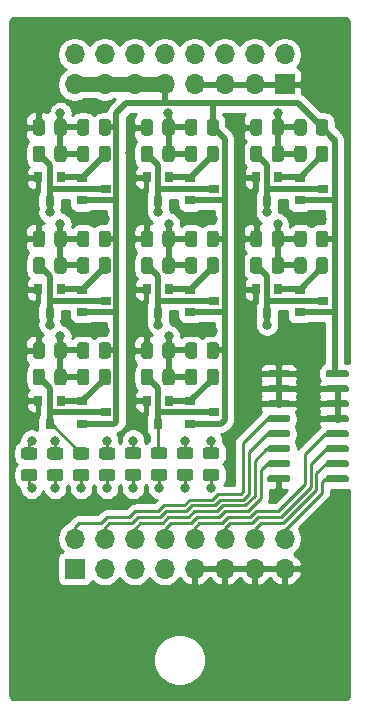
<source format=gtl>
%TF.GenerationSoftware,KiCad,Pcbnew,(5.1.9)-1*%
%TF.CreationDate,2021-06-12T20:34:52+01:00*%
%TF.ProjectId,ModulePullUpDown,4d6f6475-6c65-4507-956c-6c5570446f77,rev?*%
%TF.SameCoordinates,Original*%
%TF.FileFunction,Copper,L1,Top*%
%TF.FilePolarity,Positive*%
%FSLAX46Y46*%
G04 Gerber Fmt 4.6, Leading zero omitted, Abs format (unit mm)*
G04 Created by KiCad (PCBNEW (5.1.9)-1) date 2021-06-12 20:34:52*
%MOMM*%
%LPD*%
G01*
G04 APERTURE LIST*
%TA.AperFunction,ComponentPad*%
%ADD10R,1.700000X1.700000*%
%TD*%
%TA.AperFunction,ComponentPad*%
%ADD11O,1.700000X1.700000*%
%TD*%
%TA.AperFunction,SMDPad,CuDef*%
%ADD12R,0.800000X0.900000*%
%TD*%
%TA.AperFunction,SMDPad,CuDef*%
%ADD13R,0.900000X0.800000*%
%TD*%
%TA.AperFunction,ViaPad*%
%ADD14C,0.800000*%
%TD*%
%TA.AperFunction,Conductor*%
%ADD15C,1.270000*%
%TD*%
%TA.AperFunction,Conductor*%
%ADD16C,0.500000*%
%TD*%
%TA.AperFunction,Conductor*%
%ADD17C,0.250000*%
%TD*%
%TA.AperFunction,Conductor*%
%ADD18C,0.254000*%
%TD*%
%TA.AperFunction,Conductor*%
%ADD19C,0.100000*%
%TD*%
G04 APERTURE END LIST*
D10*
%TO.P,J1,1*%
%TO.N,+5V*%
X26110000Y-67770000D03*
D11*
%TO.P,J1,2*%
%TO.N,O0*%
X26110000Y-65230000D03*
%TO.P,J1,3*%
%TO.N,+5V*%
X28650000Y-67770000D03*
%TO.P,J1,4*%
%TO.N,O1*%
X28650000Y-65230000D03*
%TO.P,J1,5*%
%TO.N,+5V*%
X31190000Y-67770000D03*
%TO.P,J1,6*%
%TO.N,O2*%
X31190000Y-65230000D03*
%TO.P,J1,7*%
%TO.N,+5V*%
X33730000Y-67770000D03*
%TO.P,J1,8*%
%TO.N,O3*%
X33730000Y-65230000D03*
%TO.P,J1,9*%
%TO.N,GND*%
X36270000Y-67770000D03*
%TO.P,J1,10*%
%TO.N,O4*%
X36270000Y-65230000D03*
%TO.P,J1,11*%
%TO.N,GND*%
X38810000Y-67770000D03*
%TO.P,J1,12*%
%TO.N,O5*%
X38810000Y-65230000D03*
%TO.P,J1,13*%
%TO.N,GND*%
X41350000Y-67770000D03*
%TO.P,J1,14*%
%TO.N,O6*%
X41350000Y-65230000D03*
%TO.P,J1,15*%
%TO.N,GND*%
X43890000Y-67770000D03*
%TO.P,J1,16*%
%TO.N,O7*%
X43890000Y-65230000D03*
%TD*%
%TO.P,R38,1*%
%TO.N,O7*%
%TA.AperFunction,SMDPad,CuDef*%
G36*
G01*
X38106002Y-60349000D02*
X37205998Y-60349000D01*
G75*
G02*
X36956000Y-60099002I0J249998D01*
G01*
X36956000Y-59573998D01*
G75*
G02*
X37205998Y-59324000I249998J0D01*
G01*
X38106002Y-59324000D01*
G75*
G02*
X38356000Y-59573998I0J-249998D01*
G01*
X38356000Y-60099002D01*
G75*
G02*
X38106002Y-60349000I-249998J0D01*
G01*
G37*
%TD.AperFunction*%
%TO.P,R38,2*%
%TO.N,Net-(Q15-Pad3)*%
%TA.AperFunction,SMDPad,CuDef*%
G36*
G01*
X38106002Y-58524000D02*
X37205998Y-58524000D01*
G75*
G02*
X36956000Y-58274002I0J249998D01*
G01*
X36956000Y-57748998D01*
G75*
G02*
X37205998Y-57499000I249998J0D01*
G01*
X38106002Y-57499000D01*
G75*
G02*
X38356000Y-57748998I0J-249998D01*
G01*
X38356000Y-58274002D01*
G75*
G02*
X38106002Y-58524000I-249998J0D01*
G01*
G37*
%TD.AperFunction*%
%TD*%
%TO.P,R33,1*%
%TO.N,O6*%
%TA.AperFunction,SMDPad,CuDef*%
G36*
G01*
X35906002Y-60336500D02*
X35005998Y-60336500D01*
G75*
G02*
X34756000Y-60086502I0J249998D01*
G01*
X34756000Y-59561498D01*
G75*
G02*
X35005998Y-59311500I249998J0D01*
G01*
X35906002Y-59311500D01*
G75*
G02*
X36156000Y-59561498I0J-249998D01*
G01*
X36156000Y-60086502D01*
G75*
G02*
X35906002Y-60336500I-249998J0D01*
G01*
G37*
%TD.AperFunction*%
%TO.P,R33,2*%
%TO.N,Net-(Q13-Pad3)*%
%TA.AperFunction,SMDPad,CuDef*%
G36*
G01*
X35906002Y-58511500D02*
X35005998Y-58511500D01*
G75*
G02*
X34756000Y-58261502I0J249998D01*
G01*
X34756000Y-57736498D01*
G75*
G02*
X35005998Y-57486500I249998J0D01*
G01*
X35906002Y-57486500D01*
G75*
G02*
X36156000Y-57736498I0J-249998D01*
G01*
X36156000Y-58261502D01*
G75*
G02*
X35906002Y-58511500I-249998J0D01*
G01*
G37*
%TD.AperFunction*%
%TD*%
%TO.P,R28,1*%
%TO.N,O5*%
%TA.AperFunction,SMDPad,CuDef*%
G36*
G01*
X33706002Y-60336500D02*
X32805998Y-60336500D01*
G75*
G02*
X32556000Y-60086502I0J249998D01*
G01*
X32556000Y-59561498D01*
G75*
G02*
X32805998Y-59311500I249998J0D01*
G01*
X33706002Y-59311500D01*
G75*
G02*
X33956000Y-59561498I0J-249998D01*
G01*
X33956000Y-60086502D01*
G75*
G02*
X33706002Y-60336500I-249998J0D01*
G01*
G37*
%TD.AperFunction*%
%TO.P,R28,2*%
%TO.N,Net-(Q11-Pad3)*%
%TA.AperFunction,SMDPad,CuDef*%
G36*
G01*
X33706002Y-58511500D02*
X32805998Y-58511500D01*
G75*
G02*
X32556000Y-58261502I0J249998D01*
G01*
X32556000Y-57736498D01*
G75*
G02*
X32805998Y-57486500I249998J0D01*
G01*
X33706002Y-57486500D01*
G75*
G02*
X33956000Y-57736498I0J-249998D01*
G01*
X33956000Y-58261502D01*
G75*
G02*
X33706002Y-58511500I-249998J0D01*
G01*
G37*
%TD.AperFunction*%
%TD*%
%TO.P,R23,1*%
%TO.N,O4*%
%TA.AperFunction,SMDPad,CuDef*%
G36*
G01*
X31506002Y-60336500D02*
X30605998Y-60336500D01*
G75*
G02*
X30356000Y-60086502I0J249998D01*
G01*
X30356000Y-59561498D01*
G75*
G02*
X30605998Y-59311500I249998J0D01*
G01*
X31506002Y-59311500D01*
G75*
G02*
X31756000Y-59561498I0J-249998D01*
G01*
X31756000Y-60086502D01*
G75*
G02*
X31506002Y-60336500I-249998J0D01*
G01*
G37*
%TD.AperFunction*%
%TO.P,R23,2*%
%TO.N,Net-(Q10-Pad3)*%
%TA.AperFunction,SMDPad,CuDef*%
G36*
G01*
X31506002Y-58511500D02*
X30605998Y-58511500D01*
G75*
G02*
X30356000Y-58261502I0J249998D01*
G01*
X30356000Y-57736498D01*
G75*
G02*
X30605998Y-57486500I249998J0D01*
G01*
X31506002Y-57486500D01*
G75*
G02*
X31756000Y-57736498I0J-249998D01*
G01*
X31756000Y-58261502D01*
G75*
G02*
X31506002Y-58511500I-249998J0D01*
G01*
G37*
%TD.AperFunction*%
%TD*%
%TO.P,R18,1*%
%TO.N,O3*%
%TA.AperFunction,SMDPad,CuDef*%
G36*
G01*
X29306002Y-60361500D02*
X28405998Y-60361500D01*
G75*
G02*
X28156000Y-60111502I0J249998D01*
G01*
X28156000Y-59586498D01*
G75*
G02*
X28405998Y-59336500I249998J0D01*
G01*
X29306002Y-59336500D01*
G75*
G02*
X29556000Y-59586498I0J-249998D01*
G01*
X29556000Y-60111502D01*
G75*
G02*
X29306002Y-60361500I-249998J0D01*
G01*
G37*
%TD.AperFunction*%
%TO.P,R18,2*%
%TO.N,Net-(Q7-Pad3)*%
%TA.AperFunction,SMDPad,CuDef*%
G36*
G01*
X29306002Y-58536500D02*
X28405998Y-58536500D01*
G75*
G02*
X28156000Y-58286502I0J249998D01*
G01*
X28156000Y-57761498D01*
G75*
G02*
X28405998Y-57511500I249998J0D01*
G01*
X29306002Y-57511500D01*
G75*
G02*
X29556000Y-57761498I0J-249998D01*
G01*
X29556000Y-58286502D01*
G75*
G02*
X29306002Y-58536500I-249998J0D01*
G01*
G37*
%TD.AperFunction*%
%TD*%
%TO.P,R13,1*%
%TO.N,O2*%
%TA.AperFunction,SMDPad,CuDef*%
G36*
G01*
X27106002Y-60361500D02*
X26205998Y-60361500D01*
G75*
G02*
X25956000Y-60111502I0J249998D01*
G01*
X25956000Y-59586498D01*
G75*
G02*
X26205998Y-59336500I249998J0D01*
G01*
X27106002Y-59336500D01*
G75*
G02*
X27356000Y-59586498I0J-249998D01*
G01*
X27356000Y-60111502D01*
G75*
G02*
X27106002Y-60361500I-249998J0D01*
G01*
G37*
%TD.AperFunction*%
%TO.P,R13,2*%
%TO.N,Net-(Q5-Pad3)*%
%TA.AperFunction,SMDPad,CuDef*%
G36*
G01*
X27106002Y-58536500D02*
X26205998Y-58536500D01*
G75*
G02*
X25956000Y-58286502I0J249998D01*
G01*
X25956000Y-57761498D01*
G75*
G02*
X26205998Y-57511500I249998J0D01*
G01*
X27106002Y-57511500D01*
G75*
G02*
X27356000Y-57761498I0J-249998D01*
G01*
X27356000Y-58286502D01*
G75*
G02*
X27106002Y-58536500I-249998J0D01*
G01*
G37*
%TD.AperFunction*%
%TD*%
%TO.P,R8,1*%
%TO.N,O1*%
%TA.AperFunction,SMDPad,CuDef*%
G36*
G01*
X24906002Y-60361500D02*
X24005998Y-60361500D01*
G75*
G02*
X23756000Y-60111502I0J249998D01*
G01*
X23756000Y-59586498D01*
G75*
G02*
X24005998Y-59336500I249998J0D01*
G01*
X24906002Y-59336500D01*
G75*
G02*
X25156000Y-59586498I0J-249998D01*
G01*
X25156000Y-60111502D01*
G75*
G02*
X24906002Y-60361500I-249998J0D01*
G01*
G37*
%TD.AperFunction*%
%TO.P,R8,2*%
%TO.N,Net-(Q3-Pad3)*%
%TA.AperFunction,SMDPad,CuDef*%
G36*
G01*
X24906002Y-58536500D02*
X24005998Y-58536500D01*
G75*
G02*
X23756000Y-58286502I0J249998D01*
G01*
X23756000Y-57761498D01*
G75*
G02*
X24005998Y-57511500I249998J0D01*
G01*
X24906002Y-57511500D01*
G75*
G02*
X25156000Y-57761498I0J-249998D01*
G01*
X25156000Y-58286502D01*
G75*
G02*
X24906002Y-58536500I-249998J0D01*
G01*
G37*
%TD.AperFunction*%
%TD*%
%TO.P,R3,1*%
%TO.N,O0*%
%TA.AperFunction,SMDPad,CuDef*%
G36*
G01*
X22706002Y-60361500D02*
X21805998Y-60361500D01*
G75*
G02*
X21556000Y-60111502I0J249998D01*
G01*
X21556000Y-59586498D01*
G75*
G02*
X21805998Y-59336500I249998J0D01*
G01*
X22706002Y-59336500D01*
G75*
G02*
X22956000Y-59586498I0J-249998D01*
G01*
X22956000Y-60111502D01*
G75*
G02*
X22706002Y-60361500I-249998J0D01*
G01*
G37*
%TD.AperFunction*%
%TO.P,R3,2*%
%TO.N,Net-(Q1-Pad3)*%
%TA.AperFunction,SMDPad,CuDef*%
G36*
G01*
X22706002Y-58536500D02*
X21805998Y-58536500D01*
G75*
G02*
X21556000Y-58286502I0J249998D01*
G01*
X21556000Y-57761498D01*
G75*
G02*
X21805998Y-57511500I249998J0D01*
G01*
X22706002Y-57511500D01*
G75*
G02*
X22956000Y-57761498I0J-249998D01*
G01*
X22956000Y-58286502D01*
G75*
G02*
X22706002Y-58536500I-249998J0D01*
G01*
G37*
%TD.AperFunction*%
%TD*%
%TO.P,U1,16*%
%TO.N,+5V*%
%TA.AperFunction,SMDPad,CuDef*%
G36*
G01*
X47356000Y-51429000D02*
X47356000Y-51129000D01*
G75*
G02*
X47506000Y-50979000I150000J0D01*
G01*
X49156000Y-50979000D01*
G75*
G02*
X49306000Y-51129000I0J-150000D01*
G01*
X49306000Y-51429000D01*
G75*
G02*
X49156000Y-51579000I-150000J0D01*
G01*
X47506000Y-51579000D01*
G75*
G02*
X47356000Y-51429000I0J150000D01*
G01*
G37*
%TD.AperFunction*%
%TO.P,U1,15*%
%TO.N,GND*%
%TA.AperFunction,SMDPad,CuDef*%
G36*
G01*
X47356000Y-52699000D02*
X47356000Y-52399000D01*
G75*
G02*
X47506000Y-52249000I150000J0D01*
G01*
X49156000Y-52249000D01*
G75*
G02*
X49306000Y-52399000I0J-150000D01*
G01*
X49306000Y-52699000D01*
G75*
G02*
X49156000Y-52849000I-150000J0D01*
G01*
X47506000Y-52849000D01*
G75*
G02*
X47356000Y-52699000I0J150000D01*
G01*
G37*
%TD.AperFunction*%
%TO.P,U1,14*%
%TA.AperFunction,SMDPad,CuDef*%
G36*
G01*
X47356000Y-53969000D02*
X47356000Y-53669000D01*
G75*
G02*
X47506000Y-53519000I150000J0D01*
G01*
X49156000Y-53519000D01*
G75*
G02*
X49306000Y-53669000I0J-150000D01*
G01*
X49306000Y-53969000D01*
G75*
G02*
X49156000Y-54119000I-150000J0D01*
G01*
X47506000Y-54119000D01*
G75*
G02*
X47356000Y-53969000I0J150000D01*
G01*
G37*
%TD.AperFunction*%
%TO.P,U1,13*%
%TA.AperFunction,SMDPad,CuDef*%
G36*
G01*
X47356000Y-55239000D02*
X47356000Y-54939000D01*
G75*
G02*
X47506000Y-54789000I150000J0D01*
G01*
X49156000Y-54789000D01*
G75*
G02*
X49306000Y-54939000I0J-150000D01*
G01*
X49306000Y-55239000D01*
G75*
G02*
X49156000Y-55389000I-150000J0D01*
G01*
X47506000Y-55389000D01*
G75*
G02*
X47356000Y-55239000I0J150000D01*
G01*
G37*
%TD.AperFunction*%
%TO.P,U1,12*%
%TO.N,O4*%
%TA.AperFunction,SMDPad,CuDef*%
G36*
G01*
X47356000Y-56509000D02*
X47356000Y-56209000D01*
G75*
G02*
X47506000Y-56059000I150000J0D01*
G01*
X49156000Y-56059000D01*
G75*
G02*
X49306000Y-56209000I0J-150000D01*
G01*
X49306000Y-56509000D01*
G75*
G02*
X49156000Y-56659000I-150000J0D01*
G01*
X47506000Y-56659000D01*
G75*
G02*
X47356000Y-56509000I0J150000D01*
G01*
G37*
%TD.AperFunction*%
%TO.P,U1,11*%
%TO.N,O5*%
%TA.AperFunction,SMDPad,CuDef*%
G36*
G01*
X47356000Y-57779000D02*
X47356000Y-57479000D01*
G75*
G02*
X47506000Y-57329000I150000J0D01*
G01*
X49156000Y-57329000D01*
G75*
G02*
X49306000Y-57479000I0J-150000D01*
G01*
X49306000Y-57779000D01*
G75*
G02*
X49156000Y-57929000I-150000J0D01*
G01*
X47506000Y-57929000D01*
G75*
G02*
X47356000Y-57779000I0J150000D01*
G01*
G37*
%TD.AperFunction*%
%TO.P,U1,10*%
%TO.N,O6*%
%TA.AperFunction,SMDPad,CuDef*%
G36*
G01*
X47356000Y-59049000D02*
X47356000Y-58749000D01*
G75*
G02*
X47506000Y-58599000I150000J0D01*
G01*
X49156000Y-58599000D01*
G75*
G02*
X49306000Y-58749000I0J-150000D01*
G01*
X49306000Y-59049000D01*
G75*
G02*
X49156000Y-59199000I-150000J0D01*
G01*
X47506000Y-59199000D01*
G75*
G02*
X47356000Y-59049000I0J150000D01*
G01*
G37*
%TD.AperFunction*%
%TO.P,U1,9*%
%TO.N,O7*%
%TA.AperFunction,SMDPad,CuDef*%
G36*
G01*
X47356000Y-60319000D02*
X47356000Y-60019000D01*
G75*
G02*
X47506000Y-59869000I150000J0D01*
G01*
X49156000Y-59869000D01*
G75*
G02*
X49306000Y-60019000I0J-150000D01*
G01*
X49306000Y-60319000D01*
G75*
G02*
X49156000Y-60469000I-150000J0D01*
G01*
X47506000Y-60469000D01*
G75*
G02*
X47356000Y-60319000I0J150000D01*
G01*
G37*
%TD.AperFunction*%
%TO.P,U1,8*%
%TO.N,GND*%
%TA.AperFunction,SMDPad,CuDef*%
G36*
G01*
X42406000Y-60319000D02*
X42406000Y-60019000D01*
G75*
G02*
X42556000Y-59869000I150000J0D01*
G01*
X44206000Y-59869000D01*
G75*
G02*
X44356000Y-60019000I0J-150000D01*
G01*
X44356000Y-60319000D01*
G75*
G02*
X44206000Y-60469000I-150000J0D01*
G01*
X42556000Y-60469000D01*
G75*
G02*
X42406000Y-60319000I0J150000D01*
G01*
G37*
%TD.AperFunction*%
%TO.P,U1,7*%
%TO.N,O3*%
%TA.AperFunction,SMDPad,CuDef*%
G36*
G01*
X42406000Y-59049000D02*
X42406000Y-58749000D01*
G75*
G02*
X42556000Y-58599000I150000J0D01*
G01*
X44206000Y-58599000D01*
G75*
G02*
X44356000Y-58749000I0J-150000D01*
G01*
X44356000Y-59049000D01*
G75*
G02*
X44206000Y-59199000I-150000J0D01*
G01*
X42556000Y-59199000D01*
G75*
G02*
X42406000Y-59049000I0J150000D01*
G01*
G37*
%TD.AperFunction*%
%TO.P,U1,6*%
%TO.N,O2*%
%TA.AperFunction,SMDPad,CuDef*%
G36*
G01*
X42406000Y-57779000D02*
X42406000Y-57479000D01*
G75*
G02*
X42556000Y-57329000I150000J0D01*
G01*
X44206000Y-57329000D01*
G75*
G02*
X44356000Y-57479000I0J-150000D01*
G01*
X44356000Y-57779000D01*
G75*
G02*
X44206000Y-57929000I-150000J0D01*
G01*
X42556000Y-57929000D01*
G75*
G02*
X42406000Y-57779000I0J150000D01*
G01*
G37*
%TD.AperFunction*%
%TO.P,U1,5*%
%TO.N,O1*%
%TA.AperFunction,SMDPad,CuDef*%
G36*
G01*
X42406000Y-56509000D02*
X42406000Y-56209000D01*
G75*
G02*
X42556000Y-56059000I150000J0D01*
G01*
X44206000Y-56059000D01*
G75*
G02*
X44356000Y-56209000I0J-150000D01*
G01*
X44356000Y-56509000D01*
G75*
G02*
X44206000Y-56659000I-150000J0D01*
G01*
X42556000Y-56659000D01*
G75*
G02*
X42406000Y-56509000I0J150000D01*
G01*
G37*
%TD.AperFunction*%
%TO.P,U1,4*%
%TO.N,O0*%
%TA.AperFunction,SMDPad,CuDef*%
G36*
G01*
X42406000Y-55239000D02*
X42406000Y-54939000D01*
G75*
G02*
X42556000Y-54789000I150000J0D01*
G01*
X44206000Y-54789000D01*
G75*
G02*
X44356000Y-54939000I0J-150000D01*
G01*
X44356000Y-55239000D01*
G75*
G02*
X44206000Y-55389000I-150000J0D01*
G01*
X42556000Y-55389000D01*
G75*
G02*
X42406000Y-55239000I0J150000D01*
G01*
G37*
%TD.AperFunction*%
%TO.P,U1,3*%
%TO.N,GND*%
%TA.AperFunction,SMDPad,CuDef*%
G36*
G01*
X42406000Y-53969000D02*
X42406000Y-53669000D01*
G75*
G02*
X42556000Y-53519000I150000J0D01*
G01*
X44206000Y-53519000D01*
G75*
G02*
X44356000Y-53669000I0J-150000D01*
G01*
X44356000Y-53969000D01*
G75*
G02*
X44206000Y-54119000I-150000J0D01*
G01*
X42556000Y-54119000D01*
G75*
G02*
X42406000Y-53969000I0J150000D01*
G01*
G37*
%TD.AperFunction*%
%TO.P,U1,2*%
%TA.AperFunction,SMDPad,CuDef*%
G36*
G01*
X42406000Y-52699000D02*
X42406000Y-52399000D01*
G75*
G02*
X42556000Y-52249000I150000J0D01*
G01*
X44206000Y-52249000D01*
G75*
G02*
X44356000Y-52399000I0J-150000D01*
G01*
X44356000Y-52699000D01*
G75*
G02*
X44206000Y-52849000I-150000J0D01*
G01*
X42556000Y-52849000D01*
G75*
G02*
X42406000Y-52699000I0J150000D01*
G01*
G37*
%TD.AperFunction*%
%TO.P,U1,1*%
%TA.AperFunction,SMDPad,CuDef*%
G36*
G01*
X42406000Y-51429000D02*
X42406000Y-51129000D01*
G75*
G02*
X42556000Y-50979000I150000J0D01*
G01*
X44206000Y-50979000D01*
G75*
G02*
X44356000Y-51129000I0J-150000D01*
G01*
X44356000Y-51429000D01*
G75*
G02*
X44206000Y-51579000I-150000J0D01*
G01*
X42556000Y-51579000D01*
G75*
G02*
X42406000Y-51429000I0J150000D01*
G01*
G37*
%TD.AperFunction*%
%TD*%
%TO.P,R40,2*%
%TO.N,I7*%
%TA.AperFunction,SMDPad,CuDef*%
G36*
G01*
X42800000Y-42550002D02*
X42800000Y-41649998D01*
G75*
G02*
X43049998Y-41400000I249998J0D01*
G01*
X43575002Y-41400000D01*
G75*
G02*
X43825000Y-41649998I0J-249998D01*
G01*
X43825000Y-42550002D01*
G75*
G02*
X43575002Y-42800000I-249998J0D01*
G01*
X43049998Y-42800000D01*
G75*
G02*
X42800000Y-42550002I0J249998D01*
G01*
G37*
%TD.AperFunction*%
%TO.P,R40,1*%
%TO.N,Net-(Q15-Pad3)*%
%TA.AperFunction,SMDPad,CuDef*%
G36*
G01*
X40975000Y-42550002D02*
X40975000Y-41649998D01*
G75*
G02*
X41224998Y-41400000I249998J0D01*
G01*
X41750002Y-41400000D01*
G75*
G02*
X42000000Y-41649998I0J-249998D01*
G01*
X42000000Y-42550002D01*
G75*
G02*
X41750002Y-42800000I-249998J0D01*
G01*
X41224998Y-42800000D01*
G75*
G02*
X40975000Y-42550002I0J249998D01*
G01*
G37*
%TD.AperFunction*%
%TD*%
%TO.P,R39,2*%
%TO.N,I7*%
%TA.AperFunction,SMDPad,CuDef*%
G36*
G01*
X42800000Y-40300002D02*
X42800000Y-39399998D01*
G75*
G02*
X43049998Y-39150000I249998J0D01*
G01*
X43575002Y-39150000D01*
G75*
G02*
X43825000Y-39399998I0J-249998D01*
G01*
X43825000Y-40300002D01*
G75*
G02*
X43575002Y-40550000I-249998J0D01*
G01*
X43049998Y-40550000D01*
G75*
G02*
X42800000Y-40300002I0J249998D01*
G01*
G37*
%TD.AperFunction*%
%TO.P,R39,1*%
%TO.N,GND*%
%TA.AperFunction,SMDPad,CuDef*%
G36*
G01*
X40975000Y-40300002D02*
X40975000Y-39399998D01*
G75*
G02*
X41224998Y-39150000I249998J0D01*
G01*
X41750002Y-39150000D01*
G75*
G02*
X42000000Y-39399998I0J-249998D01*
G01*
X42000000Y-40300002D01*
G75*
G02*
X41750002Y-40550000I-249998J0D01*
G01*
X41224998Y-40550000D01*
G75*
G02*
X40975000Y-40300002I0J249998D01*
G01*
G37*
%TD.AperFunction*%
%TD*%
%TO.P,R37,2*%
%TO.N,Net-(Q15-Pad1)*%
%TA.AperFunction,SMDPad,CuDef*%
G36*
G01*
X46550000Y-42550002D02*
X46550000Y-41649998D01*
G75*
G02*
X46799998Y-41400000I249998J0D01*
G01*
X47325002Y-41400000D01*
G75*
G02*
X47575000Y-41649998I0J-249998D01*
G01*
X47575000Y-42550002D01*
G75*
G02*
X47325002Y-42800000I-249998J0D01*
G01*
X46799998Y-42800000D01*
G75*
G02*
X46550000Y-42550002I0J249998D01*
G01*
G37*
%TD.AperFunction*%
%TO.P,R37,1*%
%TO.N,I7*%
%TA.AperFunction,SMDPad,CuDef*%
G36*
G01*
X44725000Y-42550002D02*
X44725000Y-41649998D01*
G75*
G02*
X44974998Y-41400000I249998J0D01*
G01*
X45500002Y-41400000D01*
G75*
G02*
X45750000Y-41649998I0J-249998D01*
G01*
X45750000Y-42550002D01*
G75*
G02*
X45500002Y-42800000I-249998J0D01*
G01*
X44974998Y-42800000D01*
G75*
G02*
X44725000Y-42550002I0J249998D01*
G01*
G37*
%TD.AperFunction*%
%TD*%
%TO.P,R36,2*%
%TO.N,+5V*%
%TA.AperFunction,SMDPad,CuDef*%
G36*
G01*
X46550000Y-40300002D02*
X46550000Y-39399998D01*
G75*
G02*
X46799998Y-39150000I249998J0D01*
G01*
X47325002Y-39150000D01*
G75*
G02*
X47575000Y-39399998I0J-249998D01*
G01*
X47575000Y-40300002D01*
G75*
G02*
X47325002Y-40550000I-249998J0D01*
G01*
X46799998Y-40550000D01*
G75*
G02*
X46550000Y-40300002I0J249998D01*
G01*
G37*
%TD.AperFunction*%
%TO.P,R36,1*%
%TO.N,I7*%
%TA.AperFunction,SMDPad,CuDef*%
G36*
G01*
X44725000Y-40300002D02*
X44725000Y-39399998D01*
G75*
G02*
X44974998Y-39150000I249998J0D01*
G01*
X45500002Y-39150000D01*
G75*
G02*
X45750000Y-39399998I0J-249998D01*
G01*
X45750000Y-40300002D01*
G75*
G02*
X45500002Y-40550000I-249998J0D01*
G01*
X44974998Y-40550000D01*
G75*
G02*
X44725000Y-40300002I0J249998D01*
G01*
G37*
%TD.AperFunction*%
%TD*%
%TO.P,R35,2*%
%TO.N,I6*%
%TA.AperFunction,SMDPad,CuDef*%
G36*
G01*
X42800000Y-33100002D02*
X42800000Y-32199998D01*
G75*
G02*
X43049998Y-31950000I249998J0D01*
G01*
X43575002Y-31950000D01*
G75*
G02*
X43825000Y-32199998I0J-249998D01*
G01*
X43825000Y-33100002D01*
G75*
G02*
X43575002Y-33350000I-249998J0D01*
G01*
X43049998Y-33350000D01*
G75*
G02*
X42800000Y-33100002I0J249998D01*
G01*
G37*
%TD.AperFunction*%
%TO.P,R35,1*%
%TO.N,Net-(Q13-Pad3)*%
%TA.AperFunction,SMDPad,CuDef*%
G36*
G01*
X40975000Y-33100002D02*
X40975000Y-32199998D01*
G75*
G02*
X41224998Y-31950000I249998J0D01*
G01*
X41750002Y-31950000D01*
G75*
G02*
X42000000Y-32199998I0J-249998D01*
G01*
X42000000Y-33100002D01*
G75*
G02*
X41750002Y-33350000I-249998J0D01*
G01*
X41224998Y-33350000D01*
G75*
G02*
X40975000Y-33100002I0J249998D01*
G01*
G37*
%TD.AperFunction*%
%TD*%
%TO.P,R34,2*%
%TO.N,I6*%
%TA.AperFunction,SMDPad,CuDef*%
G36*
G01*
X42800000Y-30850002D02*
X42800000Y-29949998D01*
G75*
G02*
X43049998Y-29700000I249998J0D01*
G01*
X43575002Y-29700000D01*
G75*
G02*
X43825000Y-29949998I0J-249998D01*
G01*
X43825000Y-30850002D01*
G75*
G02*
X43575002Y-31100000I-249998J0D01*
G01*
X43049998Y-31100000D01*
G75*
G02*
X42800000Y-30850002I0J249998D01*
G01*
G37*
%TD.AperFunction*%
%TO.P,R34,1*%
%TO.N,GND*%
%TA.AperFunction,SMDPad,CuDef*%
G36*
G01*
X40975000Y-30850002D02*
X40975000Y-29949998D01*
G75*
G02*
X41224998Y-29700000I249998J0D01*
G01*
X41750002Y-29700000D01*
G75*
G02*
X42000000Y-29949998I0J-249998D01*
G01*
X42000000Y-30850002D01*
G75*
G02*
X41750002Y-31100000I-249998J0D01*
G01*
X41224998Y-31100000D01*
G75*
G02*
X40975000Y-30850002I0J249998D01*
G01*
G37*
%TD.AperFunction*%
%TD*%
%TO.P,R32,2*%
%TO.N,Net-(Q13-Pad1)*%
%TA.AperFunction,SMDPad,CuDef*%
G36*
G01*
X46550000Y-33100002D02*
X46550000Y-32199998D01*
G75*
G02*
X46799998Y-31950000I249998J0D01*
G01*
X47325002Y-31950000D01*
G75*
G02*
X47575000Y-32199998I0J-249998D01*
G01*
X47575000Y-33100002D01*
G75*
G02*
X47325002Y-33350000I-249998J0D01*
G01*
X46799998Y-33350000D01*
G75*
G02*
X46550000Y-33100002I0J249998D01*
G01*
G37*
%TD.AperFunction*%
%TO.P,R32,1*%
%TO.N,I6*%
%TA.AperFunction,SMDPad,CuDef*%
G36*
G01*
X44725000Y-33100002D02*
X44725000Y-32199998D01*
G75*
G02*
X44974998Y-31950000I249998J0D01*
G01*
X45500002Y-31950000D01*
G75*
G02*
X45750000Y-32199998I0J-249998D01*
G01*
X45750000Y-33100002D01*
G75*
G02*
X45500002Y-33350000I-249998J0D01*
G01*
X44974998Y-33350000D01*
G75*
G02*
X44725000Y-33100002I0J249998D01*
G01*
G37*
%TD.AperFunction*%
%TD*%
%TO.P,R31,2*%
%TO.N,+5V*%
%TA.AperFunction,SMDPad,CuDef*%
G36*
G01*
X46550000Y-30850002D02*
X46550000Y-29949998D01*
G75*
G02*
X46799998Y-29700000I249998J0D01*
G01*
X47325002Y-29700000D01*
G75*
G02*
X47575000Y-29949998I0J-249998D01*
G01*
X47575000Y-30850002D01*
G75*
G02*
X47325002Y-31100000I-249998J0D01*
G01*
X46799998Y-31100000D01*
G75*
G02*
X46550000Y-30850002I0J249998D01*
G01*
G37*
%TD.AperFunction*%
%TO.P,R31,1*%
%TO.N,I6*%
%TA.AperFunction,SMDPad,CuDef*%
G36*
G01*
X44725000Y-30850002D02*
X44725000Y-29949998D01*
G75*
G02*
X44974998Y-29700000I249998J0D01*
G01*
X45500002Y-29700000D01*
G75*
G02*
X45750000Y-29949998I0J-249998D01*
G01*
X45750000Y-30850002D01*
G75*
G02*
X45500002Y-31100000I-249998J0D01*
G01*
X44974998Y-31100000D01*
G75*
G02*
X44725000Y-30850002I0J249998D01*
G01*
G37*
%TD.AperFunction*%
%TD*%
%TO.P,R30,2*%
%TO.N,I5*%
%TA.AperFunction,SMDPad,CuDef*%
G36*
G01*
X33550000Y-52000002D02*
X33550000Y-51099998D01*
G75*
G02*
X33799998Y-50850000I249998J0D01*
G01*
X34325002Y-50850000D01*
G75*
G02*
X34575000Y-51099998I0J-249998D01*
G01*
X34575000Y-52000002D01*
G75*
G02*
X34325002Y-52250000I-249998J0D01*
G01*
X33799998Y-52250000D01*
G75*
G02*
X33550000Y-52000002I0J249998D01*
G01*
G37*
%TD.AperFunction*%
%TO.P,R30,1*%
%TO.N,Net-(Q11-Pad3)*%
%TA.AperFunction,SMDPad,CuDef*%
G36*
G01*
X31725000Y-52000002D02*
X31725000Y-51099998D01*
G75*
G02*
X31974998Y-50850000I249998J0D01*
G01*
X32500002Y-50850000D01*
G75*
G02*
X32750000Y-51099998I0J-249998D01*
G01*
X32750000Y-52000002D01*
G75*
G02*
X32500002Y-52250000I-249998J0D01*
G01*
X31974998Y-52250000D01*
G75*
G02*
X31725000Y-52000002I0J249998D01*
G01*
G37*
%TD.AperFunction*%
%TD*%
%TO.P,R29,2*%
%TO.N,I5*%
%TA.AperFunction,SMDPad,CuDef*%
G36*
G01*
X33550000Y-49750002D02*
X33550000Y-48849998D01*
G75*
G02*
X33799998Y-48600000I249998J0D01*
G01*
X34325002Y-48600000D01*
G75*
G02*
X34575000Y-48849998I0J-249998D01*
G01*
X34575000Y-49750002D01*
G75*
G02*
X34325002Y-50000000I-249998J0D01*
G01*
X33799998Y-50000000D01*
G75*
G02*
X33550000Y-49750002I0J249998D01*
G01*
G37*
%TD.AperFunction*%
%TO.P,R29,1*%
%TO.N,GND*%
%TA.AperFunction,SMDPad,CuDef*%
G36*
G01*
X31725000Y-49750002D02*
X31725000Y-48849998D01*
G75*
G02*
X31974998Y-48600000I249998J0D01*
G01*
X32500002Y-48600000D01*
G75*
G02*
X32750000Y-48849998I0J-249998D01*
G01*
X32750000Y-49750002D01*
G75*
G02*
X32500002Y-50000000I-249998J0D01*
G01*
X31974998Y-50000000D01*
G75*
G02*
X31725000Y-49750002I0J249998D01*
G01*
G37*
%TD.AperFunction*%
%TD*%
%TO.P,R27,2*%
%TO.N,Net-(Q11-Pad1)*%
%TA.AperFunction,SMDPad,CuDef*%
G36*
G01*
X37300000Y-52000002D02*
X37300000Y-51099998D01*
G75*
G02*
X37549998Y-50850000I249998J0D01*
G01*
X38075002Y-50850000D01*
G75*
G02*
X38325000Y-51099998I0J-249998D01*
G01*
X38325000Y-52000002D01*
G75*
G02*
X38075002Y-52250000I-249998J0D01*
G01*
X37549998Y-52250000D01*
G75*
G02*
X37300000Y-52000002I0J249998D01*
G01*
G37*
%TD.AperFunction*%
%TO.P,R27,1*%
%TO.N,I5*%
%TA.AperFunction,SMDPad,CuDef*%
G36*
G01*
X35475000Y-52000002D02*
X35475000Y-51099998D01*
G75*
G02*
X35724998Y-50850000I249998J0D01*
G01*
X36250002Y-50850000D01*
G75*
G02*
X36500000Y-51099998I0J-249998D01*
G01*
X36500000Y-52000002D01*
G75*
G02*
X36250002Y-52250000I-249998J0D01*
G01*
X35724998Y-52250000D01*
G75*
G02*
X35475000Y-52000002I0J249998D01*
G01*
G37*
%TD.AperFunction*%
%TD*%
%TO.P,R26,2*%
%TO.N,+5V*%
%TA.AperFunction,SMDPad,CuDef*%
G36*
G01*
X37300000Y-49750002D02*
X37300000Y-48849998D01*
G75*
G02*
X37549998Y-48600000I249998J0D01*
G01*
X38075002Y-48600000D01*
G75*
G02*
X38325000Y-48849998I0J-249998D01*
G01*
X38325000Y-49750002D01*
G75*
G02*
X38075002Y-50000000I-249998J0D01*
G01*
X37549998Y-50000000D01*
G75*
G02*
X37300000Y-49750002I0J249998D01*
G01*
G37*
%TD.AperFunction*%
%TO.P,R26,1*%
%TO.N,I5*%
%TA.AperFunction,SMDPad,CuDef*%
G36*
G01*
X35475000Y-49750002D02*
X35475000Y-48849998D01*
G75*
G02*
X35724998Y-48600000I249998J0D01*
G01*
X36250002Y-48600000D01*
G75*
G02*
X36500000Y-48849998I0J-249998D01*
G01*
X36500000Y-49750002D01*
G75*
G02*
X36250002Y-50000000I-249998J0D01*
G01*
X35724998Y-50000000D01*
G75*
G02*
X35475000Y-49750002I0J249998D01*
G01*
G37*
%TD.AperFunction*%
%TD*%
%TO.P,R25,2*%
%TO.N,I4*%
%TA.AperFunction,SMDPad,CuDef*%
G36*
G01*
X33550000Y-42550002D02*
X33550000Y-41649998D01*
G75*
G02*
X33799998Y-41400000I249998J0D01*
G01*
X34325002Y-41400000D01*
G75*
G02*
X34575000Y-41649998I0J-249998D01*
G01*
X34575000Y-42550002D01*
G75*
G02*
X34325002Y-42800000I-249998J0D01*
G01*
X33799998Y-42800000D01*
G75*
G02*
X33550000Y-42550002I0J249998D01*
G01*
G37*
%TD.AperFunction*%
%TO.P,R25,1*%
%TO.N,Net-(Q10-Pad3)*%
%TA.AperFunction,SMDPad,CuDef*%
G36*
G01*
X31725000Y-42550002D02*
X31725000Y-41649998D01*
G75*
G02*
X31974998Y-41400000I249998J0D01*
G01*
X32500002Y-41400000D01*
G75*
G02*
X32750000Y-41649998I0J-249998D01*
G01*
X32750000Y-42550002D01*
G75*
G02*
X32500002Y-42800000I-249998J0D01*
G01*
X31974998Y-42800000D01*
G75*
G02*
X31725000Y-42550002I0J249998D01*
G01*
G37*
%TD.AperFunction*%
%TD*%
%TO.P,R24,2*%
%TO.N,I4*%
%TA.AperFunction,SMDPad,CuDef*%
G36*
G01*
X33550000Y-40300002D02*
X33550000Y-39399998D01*
G75*
G02*
X33799998Y-39150000I249998J0D01*
G01*
X34325002Y-39150000D01*
G75*
G02*
X34575000Y-39399998I0J-249998D01*
G01*
X34575000Y-40300002D01*
G75*
G02*
X34325002Y-40550000I-249998J0D01*
G01*
X33799998Y-40550000D01*
G75*
G02*
X33550000Y-40300002I0J249998D01*
G01*
G37*
%TD.AperFunction*%
%TO.P,R24,1*%
%TO.N,GND*%
%TA.AperFunction,SMDPad,CuDef*%
G36*
G01*
X31725000Y-40300002D02*
X31725000Y-39399998D01*
G75*
G02*
X31974998Y-39150000I249998J0D01*
G01*
X32500002Y-39150000D01*
G75*
G02*
X32750000Y-39399998I0J-249998D01*
G01*
X32750000Y-40300002D01*
G75*
G02*
X32500002Y-40550000I-249998J0D01*
G01*
X31974998Y-40550000D01*
G75*
G02*
X31725000Y-40300002I0J249998D01*
G01*
G37*
%TD.AperFunction*%
%TD*%
%TO.P,R22,2*%
%TO.N,Net-(Q10-Pad1)*%
%TA.AperFunction,SMDPad,CuDef*%
G36*
G01*
X37300000Y-42550002D02*
X37300000Y-41649998D01*
G75*
G02*
X37549998Y-41400000I249998J0D01*
G01*
X38075002Y-41400000D01*
G75*
G02*
X38325000Y-41649998I0J-249998D01*
G01*
X38325000Y-42550002D01*
G75*
G02*
X38075002Y-42800000I-249998J0D01*
G01*
X37549998Y-42800000D01*
G75*
G02*
X37300000Y-42550002I0J249998D01*
G01*
G37*
%TD.AperFunction*%
%TO.P,R22,1*%
%TO.N,I4*%
%TA.AperFunction,SMDPad,CuDef*%
G36*
G01*
X35475000Y-42550002D02*
X35475000Y-41649998D01*
G75*
G02*
X35724998Y-41400000I249998J0D01*
G01*
X36250002Y-41400000D01*
G75*
G02*
X36500000Y-41649998I0J-249998D01*
G01*
X36500000Y-42550002D01*
G75*
G02*
X36250002Y-42800000I-249998J0D01*
G01*
X35724998Y-42800000D01*
G75*
G02*
X35475000Y-42550002I0J249998D01*
G01*
G37*
%TD.AperFunction*%
%TD*%
%TO.P,R21,2*%
%TO.N,+5V*%
%TA.AperFunction,SMDPad,CuDef*%
G36*
G01*
X37300000Y-40300002D02*
X37300000Y-39399998D01*
G75*
G02*
X37549998Y-39150000I249998J0D01*
G01*
X38075002Y-39150000D01*
G75*
G02*
X38325000Y-39399998I0J-249998D01*
G01*
X38325000Y-40300002D01*
G75*
G02*
X38075002Y-40550000I-249998J0D01*
G01*
X37549998Y-40550000D01*
G75*
G02*
X37300000Y-40300002I0J249998D01*
G01*
G37*
%TD.AperFunction*%
%TO.P,R21,1*%
%TO.N,I4*%
%TA.AperFunction,SMDPad,CuDef*%
G36*
G01*
X35475000Y-40300002D02*
X35475000Y-39399998D01*
G75*
G02*
X35724998Y-39150000I249998J0D01*
G01*
X36250002Y-39150000D01*
G75*
G02*
X36500000Y-39399998I0J-249998D01*
G01*
X36500000Y-40300002D01*
G75*
G02*
X36250002Y-40550000I-249998J0D01*
G01*
X35724998Y-40550000D01*
G75*
G02*
X35475000Y-40300002I0J249998D01*
G01*
G37*
%TD.AperFunction*%
%TD*%
%TO.P,R20,2*%
%TO.N,I3*%
%TA.AperFunction,SMDPad,CuDef*%
G36*
G01*
X33550000Y-33100002D02*
X33550000Y-32199998D01*
G75*
G02*
X33799998Y-31950000I249998J0D01*
G01*
X34325002Y-31950000D01*
G75*
G02*
X34575000Y-32199998I0J-249998D01*
G01*
X34575000Y-33100002D01*
G75*
G02*
X34325002Y-33350000I-249998J0D01*
G01*
X33799998Y-33350000D01*
G75*
G02*
X33550000Y-33100002I0J249998D01*
G01*
G37*
%TD.AperFunction*%
%TO.P,R20,1*%
%TO.N,Net-(Q7-Pad3)*%
%TA.AperFunction,SMDPad,CuDef*%
G36*
G01*
X31725000Y-33100002D02*
X31725000Y-32199998D01*
G75*
G02*
X31974998Y-31950000I249998J0D01*
G01*
X32500002Y-31950000D01*
G75*
G02*
X32750000Y-32199998I0J-249998D01*
G01*
X32750000Y-33100002D01*
G75*
G02*
X32500002Y-33350000I-249998J0D01*
G01*
X31974998Y-33350000D01*
G75*
G02*
X31725000Y-33100002I0J249998D01*
G01*
G37*
%TD.AperFunction*%
%TD*%
%TO.P,R19,2*%
%TO.N,I3*%
%TA.AperFunction,SMDPad,CuDef*%
G36*
G01*
X33550000Y-30850002D02*
X33550000Y-29949998D01*
G75*
G02*
X33799998Y-29700000I249998J0D01*
G01*
X34325002Y-29700000D01*
G75*
G02*
X34575000Y-29949998I0J-249998D01*
G01*
X34575000Y-30850002D01*
G75*
G02*
X34325002Y-31100000I-249998J0D01*
G01*
X33799998Y-31100000D01*
G75*
G02*
X33550000Y-30850002I0J249998D01*
G01*
G37*
%TD.AperFunction*%
%TO.P,R19,1*%
%TO.N,GND*%
%TA.AperFunction,SMDPad,CuDef*%
G36*
G01*
X31725000Y-30850002D02*
X31725000Y-29949998D01*
G75*
G02*
X31974998Y-29700000I249998J0D01*
G01*
X32500002Y-29700000D01*
G75*
G02*
X32750000Y-29949998I0J-249998D01*
G01*
X32750000Y-30850002D01*
G75*
G02*
X32500002Y-31100000I-249998J0D01*
G01*
X31974998Y-31100000D01*
G75*
G02*
X31725000Y-30850002I0J249998D01*
G01*
G37*
%TD.AperFunction*%
%TD*%
%TO.P,R17,2*%
%TO.N,Net-(Q7-Pad1)*%
%TA.AperFunction,SMDPad,CuDef*%
G36*
G01*
X37300000Y-33100002D02*
X37300000Y-32199998D01*
G75*
G02*
X37549998Y-31950000I249998J0D01*
G01*
X38075002Y-31950000D01*
G75*
G02*
X38325000Y-32199998I0J-249998D01*
G01*
X38325000Y-33100002D01*
G75*
G02*
X38075002Y-33350000I-249998J0D01*
G01*
X37549998Y-33350000D01*
G75*
G02*
X37300000Y-33100002I0J249998D01*
G01*
G37*
%TD.AperFunction*%
%TO.P,R17,1*%
%TO.N,I3*%
%TA.AperFunction,SMDPad,CuDef*%
G36*
G01*
X35475000Y-33100002D02*
X35475000Y-32199998D01*
G75*
G02*
X35724998Y-31950000I249998J0D01*
G01*
X36250002Y-31950000D01*
G75*
G02*
X36500000Y-32199998I0J-249998D01*
G01*
X36500000Y-33100002D01*
G75*
G02*
X36250002Y-33350000I-249998J0D01*
G01*
X35724998Y-33350000D01*
G75*
G02*
X35475000Y-33100002I0J249998D01*
G01*
G37*
%TD.AperFunction*%
%TD*%
%TO.P,R16,2*%
%TO.N,+5V*%
%TA.AperFunction,SMDPad,CuDef*%
G36*
G01*
X37300000Y-30850002D02*
X37300000Y-29949998D01*
G75*
G02*
X37549998Y-29700000I249998J0D01*
G01*
X38075002Y-29700000D01*
G75*
G02*
X38325000Y-29949998I0J-249998D01*
G01*
X38325000Y-30850002D01*
G75*
G02*
X38075002Y-31100000I-249998J0D01*
G01*
X37549998Y-31100000D01*
G75*
G02*
X37300000Y-30850002I0J249998D01*
G01*
G37*
%TD.AperFunction*%
%TO.P,R16,1*%
%TO.N,I3*%
%TA.AperFunction,SMDPad,CuDef*%
G36*
G01*
X35475000Y-30850002D02*
X35475000Y-29949998D01*
G75*
G02*
X35724998Y-29700000I249998J0D01*
G01*
X36250002Y-29700000D01*
G75*
G02*
X36500000Y-29949998I0J-249998D01*
G01*
X36500000Y-30850002D01*
G75*
G02*
X36250002Y-31100000I-249998J0D01*
G01*
X35724998Y-31100000D01*
G75*
G02*
X35475000Y-30850002I0J249998D01*
G01*
G37*
%TD.AperFunction*%
%TD*%
%TO.P,R15,2*%
%TO.N,I2*%
%TA.AperFunction,SMDPad,CuDef*%
G36*
G01*
X24400000Y-52000002D02*
X24400000Y-51099998D01*
G75*
G02*
X24649998Y-50850000I249998J0D01*
G01*
X25175002Y-50850000D01*
G75*
G02*
X25425000Y-51099998I0J-249998D01*
G01*
X25425000Y-52000002D01*
G75*
G02*
X25175002Y-52250000I-249998J0D01*
G01*
X24649998Y-52250000D01*
G75*
G02*
X24400000Y-52000002I0J249998D01*
G01*
G37*
%TD.AperFunction*%
%TO.P,R15,1*%
%TO.N,Net-(Q5-Pad3)*%
%TA.AperFunction,SMDPad,CuDef*%
G36*
G01*
X22575000Y-52000002D02*
X22575000Y-51099998D01*
G75*
G02*
X22824998Y-50850000I249998J0D01*
G01*
X23350002Y-50850000D01*
G75*
G02*
X23600000Y-51099998I0J-249998D01*
G01*
X23600000Y-52000002D01*
G75*
G02*
X23350002Y-52250000I-249998J0D01*
G01*
X22824998Y-52250000D01*
G75*
G02*
X22575000Y-52000002I0J249998D01*
G01*
G37*
%TD.AperFunction*%
%TD*%
%TO.P,R14,2*%
%TO.N,I2*%
%TA.AperFunction,SMDPad,CuDef*%
G36*
G01*
X24400000Y-49750002D02*
X24400000Y-48849998D01*
G75*
G02*
X24649998Y-48600000I249998J0D01*
G01*
X25175002Y-48600000D01*
G75*
G02*
X25425000Y-48849998I0J-249998D01*
G01*
X25425000Y-49750002D01*
G75*
G02*
X25175002Y-50000000I-249998J0D01*
G01*
X24649998Y-50000000D01*
G75*
G02*
X24400000Y-49750002I0J249998D01*
G01*
G37*
%TD.AperFunction*%
%TO.P,R14,1*%
%TO.N,GND*%
%TA.AperFunction,SMDPad,CuDef*%
G36*
G01*
X22575000Y-49750002D02*
X22575000Y-48849998D01*
G75*
G02*
X22824998Y-48600000I249998J0D01*
G01*
X23350002Y-48600000D01*
G75*
G02*
X23600000Y-48849998I0J-249998D01*
G01*
X23600000Y-49750002D01*
G75*
G02*
X23350002Y-50000000I-249998J0D01*
G01*
X22824998Y-50000000D01*
G75*
G02*
X22575000Y-49750002I0J249998D01*
G01*
G37*
%TD.AperFunction*%
%TD*%
%TO.P,R12,2*%
%TO.N,Net-(Q5-Pad1)*%
%TA.AperFunction,SMDPad,CuDef*%
G36*
G01*
X28150000Y-52000002D02*
X28150000Y-51099998D01*
G75*
G02*
X28399998Y-50850000I249998J0D01*
G01*
X28925002Y-50850000D01*
G75*
G02*
X29175000Y-51099998I0J-249998D01*
G01*
X29175000Y-52000002D01*
G75*
G02*
X28925002Y-52250000I-249998J0D01*
G01*
X28399998Y-52250000D01*
G75*
G02*
X28150000Y-52000002I0J249998D01*
G01*
G37*
%TD.AperFunction*%
%TO.P,R12,1*%
%TO.N,I2*%
%TA.AperFunction,SMDPad,CuDef*%
G36*
G01*
X26325000Y-52000002D02*
X26325000Y-51099998D01*
G75*
G02*
X26574998Y-50850000I249998J0D01*
G01*
X27100002Y-50850000D01*
G75*
G02*
X27350000Y-51099998I0J-249998D01*
G01*
X27350000Y-52000002D01*
G75*
G02*
X27100002Y-52250000I-249998J0D01*
G01*
X26574998Y-52250000D01*
G75*
G02*
X26325000Y-52000002I0J249998D01*
G01*
G37*
%TD.AperFunction*%
%TD*%
%TO.P,R11,2*%
%TO.N,+5V*%
%TA.AperFunction,SMDPad,CuDef*%
G36*
G01*
X28150000Y-49750002D02*
X28150000Y-48849998D01*
G75*
G02*
X28399998Y-48600000I249998J0D01*
G01*
X28925002Y-48600000D01*
G75*
G02*
X29175000Y-48849998I0J-249998D01*
G01*
X29175000Y-49750002D01*
G75*
G02*
X28925002Y-50000000I-249998J0D01*
G01*
X28399998Y-50000000D01*
G75*
G02*
X28150000Y-49750002I0J249998D01*
G01*
G37*
%TD.AperFunction*%
%TO.P,R11,1*%
%TO.N,I2*%
%TA.AperFunction,SMDPad,CuDef*%
G36*
G01*
X26325000Y-49750002D02*
X26325000Y-48849998D01*
G75*
G02*
X26574998Y-48600000I249998J0D01*
G01*
X27100002Y-48600000D01*
G75*
G02*
X27350000Y-48849998I0J-249998D01*
G01*
X27350000Y-49750002D01*
G75*
G02*
X27100002Y-50000000I-249998J0D01*
G01*
X26574998Y-50000000D01*
G75*
G02*
X26325000Y-49750002I0J249998D01*
G01*
G37*
%TD.AperFunction*%
%TD*%
%TO.P,R10,2*%
%TO.N,I1*%
%TA.AperFunction,SMDPad,CuDef*%
G36*
G01*
X24400000Y-42550002D02*
X24400000Y-41649998D01*
G75*
G02*
X24649998Y-41400000I249998J0D01*
G01*
X25175002Y-41400000D01*
G75*
G02*
X25425000Y-41649998I0J-249998D01*
G01*
X25425000Y-42550002D01*
G75*
G02*
X25175002Y-42800000I-249998J0D01*
G01*
X24649998Y-42800000D01*
G75*
G02*
X24400000Y-42550002I0J249998D01*
G01*
G37*
%TD.AperFunction*%
%TO.P,R10,1*%
%TO.N,Net-(Q3-Pad3)*%
%TA.AperFunction,SMDPad,CuDef*%
G36*
G01*
X22575000Y-42550002D02*
X22575000Y-41649998D01*
G75*
G02*
X22824998Y-41400000I249998J0D01*
G01*
X23350002Y-41400000D01*
G75*
G02*
X23600000Y-41649998I0J-249998D01*
G01*
X23600000Y-42550002D01*
G75*
G02*
X23350002Y-42800000I-249998J0D01*
G01*
X22824998Y-42800000D01*
G75*
G02*
X22575000Y-42550002I0J249998D01*
G01*
G37*
%TD.AperFunction*%
%TD*%
%TO.P,R9,2*%
%TO.N,I1*%
%TA.AperFunction,SMDPad,CuDef*%
G36*
G01*
X24400000Y-40300002D02*
X24400000Y-39399998D01*
G75*
G02*
X24649998Y-39150000I249998J0D01*
G01*
X25175002Y-39150000D01*
G75*
G02*
X25425000Y-39399998I0J-249998D01*
G01*
X25425000Y-40300002D01*
G75*
G02*
X25175002Y-40550000I-249998J0D01*
G01*
X24649998Y-40550000D01*
G75*
G02*
X24400000Y-40300002I0J249998D01*
G01*
G37*
%TD.AperFunction*%
%TO.P,R9,1*%
%TO.N,GND*%
%TA.AperFunction,SMDPad,CuDef*%
G36*
G01*
X22575000Y-40300002D02*
X22575000Y-39399998D01*
G75*
G02*
X22824998Y-39150000I249998J0D01*
G01*
X23350002Y-39150000D01*
G75*
G02*
X23600000Y-39399998I0J-249998D01*
G01*
X23600000Y-40300002D01*
G75*
G02*
X23350002Y-40550000I-249998J0D01*
G01*
X22824998Y-40550000D01*
G75*
G02*
X22575000Y-40300002I0J249998D01*
G01*
G37*
%TD.AperFunction*%
%TD*%
%TO.P,R7,2*%
%TO.N,Net-(Q3-Pad1)*%
%TA.AperFunction,SMDPad,CuDef*%
G36*
G01*
X28150000Y-42550002D02*
X28150000Y-41649998D01*
G75*
G02*
X28399998Y-41400000I249998J0D01*
G01*
X28925002Y-41400000D01*
G75*
G02*
X29175000Y-41649998I0J-249998D01*
G01*
X29175000Y-42550002D01*
G75*
G02*
X28925002Y-42800000I-249998J0D01*
G01*
X28399998Y-42800000D01*
G75*
G02*
X28150000Y-42550002I0J249998D01*
G01*
G37*
%TD.AperFunction*%
%TO.P,R7,1*%
%TO.N,I1*%
%TA.AperFunction,SMDPad,CuDef*%
G36*
G01*
X26325000Y-42550002D02*
X26325000Y-41649998D01*
G75*
G02*
X26574998Y-41400000I249998J0D01*
G01*
X27100002Y-41400000D01*
G75*
G02*
X27350000Y-41649998I0J-249998D01*
G01*
X27350000Y-42550002D01*
G75*
G02*
X27100002Y-42800000I-249998J0D01*
G01*
X26574998Y-42800000D01*
G75*
G02*
X26325000Y-42550002I0J249998D01*
G01*
G37*
%TD.AperFunction*%
%TD*%
%TO.P,R6,2*%
%TO.N,+5V*%
%TA.AperFunction,SMDPad,CuDef*%
G36*
G01*
X28150000Y-40300002D02*
X28150000Y-39399998D01*
G75*
G02*
X28399998Y-39150000I249998J0D01*
G01*
X28925002Y-39150000D01*
G75*
G02*
X29175000Y-39399998I0J-249998D01*
G01*
X29175000Y-40300002D01*
G75*
G02*
X28925002Y-40550000I-249998J0D01*
G01*
X28399998Y-40550000D01*
G75*
G02*
X28150000Y-40300002I0J249998D01*
G01*
G37*
%TD.AperFunction*%
%TO.P,R6,1*%
%TO.N,I1*%
%TA.AperFunction,SMDPad,CuDef*%
G36*
G01*
X26325000Y-40300002D02*
X26325000Y-39399998D01*
G75*
G02*
X26574998Y-39150000I249998J0D01*
G01*
X27100002Y-39150000D01*
G75*
G02*
X27350000Y-39399998I0J-249998D01*
G01*
X27350000Y-40300002D01*
G75*
G02*
X27100002Y-40550000I-249998J0D01*
G01*
X26574998Y-40550000D01*
G75*
G02*
X26325000Y-40300002I0J249998D01*
G01*
G37*
%TD.AperFunction*%
%TD*%
D12*
%TO.P,Q16,3*%
%TO.N,Net-(Q15-Pad3)*%
X42400000Y-46100000D03*
%TO.P,Q16,2*%
%TO.N,GND*%
X41450000Y-44100000D03*
%TO.P,Q16,1*%
%TO.N,Net-(Q15-Pad1)*%
X43350000Y-44100000D03*
%TD*%
D13*
%TO.P,Q15,3*%
%TO.N,Net-(Q15-Pad3)*%
X47150000Y-45100000D03*
%TO.P,Q15,2*%
%TO.N,+5V*%
X45150000Y-46050000D03*
%TO.P,Q15,1*%
%TO.N,Net-(Q15-Pad1)*%
X45150000Y-44150000D03*
%TD*%
D12*
%TO.P,Q14,3*%
%TO.N,Net-(Q13-Pad3)*%
X42400000Y-36650000D03*
%TO.P,Q14,2*%
%TO.N,GND*%
X41450000Y-34650000D03*
%TO.P,Q14,1*%
%TO.N,Net-(Q13-Pad1)*%
X43350000Y-34650000D03*
%TD*%
D13*
%TO.P,Q13,3*%
%TO.N,Net-(Q13-Pad3)*%
X47150000Y-35650000D03*
%TO.P,Q13,2*%
%TO.N,+5V*%
X45150000Y-36600000D03*
%TO.P,Q13,1*%
%TO.N,Net-(Q13-Pad1)*%
X45150000Y-34700000D03*
%TD*%
D12*
%TO.P,Q12,3*%
%TO.N,Net-(Q11-Pad3)*%
X33150000Y-55550000D03*
%TO.P,Q12,2*%
%TO.N,GND*%
X32200000Y-53550000D03*
%TO.P,Q12,1*%
%TO.N,Net-(Q11-Pad1)*%
X34100000Y-53550000D03*
%TD*%
D13*
%TO.P,Q11,3*%
%TO.N,Net-(Q11-Pad3)*%
X37900000Y-54550000D03*
%TO.P,Q11,2*%
%TO.N,+5V*%
X35900000Y-55500000D03*
%TO.P,Q11,1*%
%TO.N,Net-(Q11-Pad1)*%
X35900000Y-53600000D03*
%TD*%
D12*
%TO.P,Q10,3*%
%TO.N,Net-(Q10-Pad3)*%
X33150000Y-46100000D03*
%TO.P,Q10,2*%
%TO.N,GND*%
X32200000Y-44100000D03*
%TO.P,Q10,1*%
%TO.N,Net-(Q10-Pad1)*%
X34100000Y-44100000D03*
%TD*%
D13*
%TO.P,Q9,3*%
%TO.N,Net-(Q10-Pad3)*%
X37900000Y-45100000D03*
%TO.P,Q9,2*%
%TO.N,+5V*%
X35900000Y-46050000D03*
%TO.P,Q9,1*%
%TO.N,Net-(Q10-Pad1)*%
X35900000Y-44150000D03*
%TD*%
D12*
%TO.P,Q8,3*%
%TO.N,Net-(Q7-Pad3)*%
X33150000Y-36650000D03*
%TO.P,Q8,2*%
%TO.N,GND*%
X32200000Y-34650000D03*
%TO.P,Q8,1*%
%TO.N,Net-(Q7-Pad1)*%
X34100000Y-34650000D03*
%TD*%
D13*
%TO.P,Q7,3*%
%TO.N,Net-(Q7-Pad3)*%
X37900000Y-35650000D03*
%TO.P,Q7,2*%
%TO.N,+5V*%
X35900000Y-36600000D03*
%TO.P,Q7,1*%
%TO.N,Net-(Q7-Pad1)*%
X35900000Y-34700000D03*
%TD*%
D12*
%TO.P,Q6,3*%
%TO.N,Net-(Q5-Pad3)*%
X24000000Y-55550000D03*
%TO.P,Q6,2*%
%TO.N,GND*%
X23050000Y-53550000D03*
%TO.P,Q6,1*%
%TO.N,Net-(Q5-Pad1)*%
X24950000Y-53550000D03*
%TD*%
D13*
%TO.P,Q5,3*%
%TO.N,Net-(Q5-Pad3)*%
X28750000Y-54550000D03*
%TO.P,Q5,2*%
%TO.N,+5V*%
X26750000Y-55500000D03*
%TO.P,Q5,1*%
%TO.N,Net-(Q5-Pad1)*%
X26750000Y-53600000D03*
%TD*%
D12*
%TO.P,Q4,3*%
%TO.N,Net-(Q3-Pad3)*%
X24000000Y-46100000D03*
%TO.P,Q4,2*%
%TO.N,GND*%
X23050000Y-44100000D03*
%TO.P,Q4,1*%
%TO.N,Net-(Q3-Pad1)*%
X24950000Y-44100000D03*
%TD*%
D13*
%TO.P,Q3,3*%
%TO.N,Net-(Q3-Pad3)*%
X28750000Y-45100000D03*
%TO.P,Q3,2*%
%TO.N,+5V*%
X26750000Y-46050000D03*
%TO.P,Q3,1*%
%TO.N,Net-(Q3-Pad1)*%
X26750000Y-44150000D03*
%TD*%
%TO.P,R5,2*%
%TO.N,I0*%
%TA.AperFunction,SMDPad,CuDef*%
G36*
G01*
X24400000Y-33100002D02*
X24400000Y-32199998D01*
G75*
G02*
X24649998Y-31950000I249998J0D01*
G01*
X25175002Y-31950000D01*
G75*
G02*
X25425000Y-32199998I0J-249998D01*
G01*
X25425000Y-33100002D01*
G75*
G02*
X25175002Y-33350000I-249998J0D01*
G01*
X24649998Y-33350000D01*
G75*
G02*
X24400000Y-33100002I0J249998D01*
G01*
G37*
%TD.AperFunction*%
%TO.P,R5,1*%
%TO.N,Net-(Q1-Pad3)*%
%TA.AperFunction,SMDPad,CuDef*%
G36*
G01*
X22575000Y-33100002D02*
X22575000Y-32199998D01*
G75*
G02*
X22824998Y-31950000I249998J0D01*
G01*
X23350002Y-31950000D01*
G75*
G02*
X23600000Y-32199998I0J-249998D01*
G01*
X23600000Y-33100002D01*
G75*
G02*
X23350002Y-33350000I-249998J0D01*
G01*
X22824998Y-33350000D01*
G75*
G02*
X22575000Y-33100002I0J249998D01*
G01*
G37*
%TD.AperFunction*%
%TD*%
%TO.P,R4,2*%
%TO.N,I0*%
%TA.AperFunction,SMDPad,CuDef*%
G36*
G01*
X24400000Y-30850002D02*
X24400000Y-29949998D01*
G75*
G02*
X24649998Y-29700000I249998J0D01*
G01*
X25175002Y-29700000D01*
G75*
G02*
X25425000Y-29949998I0J-249998D01*
G01*
X25425000Y-30850002D01*
G75*
G02*
X25175002Y-31100000I-249998J0D01*
G01*
X24649998Y-31100000D01*
G75*
G02*
X24400000Y-30850002I0J249998D01*
G01*
G37*
%TD.AperFunction*%
%TO.P,R4,1*%
%TO.N,GND*%
%TA.AperFunction,SMDPad,CuDef*%
G36*
G01*
X22575000Y-30850002D02*
X22575000Y-29949998D01*
G75*
G02*
X22824998Y-29700000I249998J0D01*
G01*
X23350002Y-29700000D01*
G75*
G02*
X23600000Y-29949998I0J-249998D01*
G01*
X23600000Y-30850002D01*
G75*
G02*
X23350002Y-31100000I-249998J0D01*
G01*
X22824998Y-31100000D01*
G75*
G02*
X22575000Y-30850002I0J249998D01*
G01*
G37*
%TD.AperFunction*%
%TD*%
%TO.P,R2,2*%
%TO.N,Net-(Q1-Pad1)*%
%TA.AperFunction,SMDPad,CuDef*%
G36*
G01*
X28150000Y-33100002D02*
X28150000Y-32199998D01*
G75*
G02*
X28399998Y-31950000I249998J0D01*
G01*
X28925002Y-31950000D01*
G75*
G02*
X29175000Y-32199998I0J-249998D01*
G01*
X29175000Y-33100002D01*
G75*
G02*
X28925002Y-33350000I-249998J0D01*
G01*
X28399998Y-33350000D01*
G75*
G02*
X28150000Y-33100002I0J249998D01*
G01*
G37*
%TD.AperFunction*%
%TO.P,R2,1*%
%TO.N,I0*%
%TA.AperFunction,SMDPad,CuDef*%
G36*
G01*
X26325000Y-33100002D02*
X26325000Y-32199998D01*
G75*
G02*
X26574998Y-31950000I249998J0D01*
G01*
X27100002Y-31950000D01*
G75*
G02*
X27350000Y-32199998I0J-249998D01*
G01*
X27350000Y-33100002D01*
G75*
G02*
X27100002Y-33350000I-249998J0D01*
G01*
X26574998Y-33350000D01*
G75*
G02*
X26325000Y-33100002I0J249998D01*
G01*
G37*
%TD.AperFunction*%
%TD*%
%TO.P,R1,2*%
%TO.N,+5V*%
%TA.AperFunction,SMDPad,CuDef*%
G36*
G01*
X28150000Y-30850002D02*
X28150000Y-29949998D01*
G75*
G02*
X28399998Y-29700000I249998J0D01*
G01*
X28925002Y-29700000D01*
G75*
G02*
X29175000Y-29949998I0J-249998D01*
G01*
X29175000Y-30850002D01*
G75*
G02*
X28925002Y-31100000I-249998J0D01*
G01*
X28399998Y-31100000D01*
G75*
G02*
X28150000Y-30850002I0J249998D01*
G01*
G37*
%TD.AperFunction*%
%TO.P,R1,1*%
%TO.N,I0*%
%TA.AperFunction,SMDPad,CuDef*%
G36*
G01*
X26325000Y-30850002D02*
X26325000Y-29949998D01*
G75*
G02*
X26574998Y-29700000I249998J0D01*
G01*
X27100002Y-29700000D01*
G75*
G02*
X27350000Y-29949998I0J-249998D01*
G01*
X27350000Y-30850002D01*
G75*
G02*
X27100002Y-31100000I-249998J0D01*
G01*
X26574998Y-31100000D01*
G75*
G02*
X26325000Y-30850002I0J249998D01*
G01*
G37*
%TD.AperFunction*%
%TD*%
D12*
%TO.P,Q2,3*%
%TO.N,Net-(Q1-Pad3)*%
X24000000Y-36650000D03*
%TO.P,Q2,2*%
%TO.N,GND*%
X23050000Y-34650000D03*
%TO.P,Q2,1*%
%TO.N,Net-(Q1-Pad1)*%
X24950000Y-34650000D03*
%TD*%
D13*
%TO.P,Q1,3*%
%TO.N,Net-(Q1-Pad3)*%
X28750000Y-35650000D03*
%TO.P,Q1,2*%
%TO.N,+5V*%
X26750000Y-36600000D03*
%TO.P,Q1,1*%
%TO.N,Net-(Q1-Pad1)*%
X26750000Y-34700000D03*
%TD*%
D10*
%TO.P,J2,1*%
%TO.N,GND*%
X43890000Y-26770000D03*
D11*
%TO.P,J2,2*%
%TO.N,I7*%
X43890000Y-24230000D03*
%TO.P,J2,3*%
%TO.N,GND*%
X41350000Y-26770000D03*
%TO.P,J2,4*%
%TO.N,I6*%
X41350000Y-24230000D03*
%TO.P,J2,5*%
%TO.N,GND*%
X38810000Y-26770000D03*
%TO.P,J2,6*%
%TO.N,I5*%
X38810000Y-24230000D03*
%TO.P,J2,7*%
%TO.N,GND*%
X36270000Y-26770000D03*
%TO.P,J2,8*%
%TO.N,I4*%
X36270000Y-24230000D03*
%TO.P,J2,9*%
%TO.N,+5V*%
X33730000Y-26770000D03*
%TO.P,J2,10*%
%TO.N,I3*%
X33730000Y-24230000D03*
%TO.P,J2,11*%
%TO.N,+5V*%
X31190000Y-26770000D03*
%TO.P,J2,12*%
%TO.N,I2*%
X31190000Y-24230000D03*
%TO.P,J2,13*%
%TO.N,+5V*%
X28650000Y-26770000D03*
%TO.P,J2,14*%
%TO.N,I1*%
X28650000Y-24230000D03*
%TO.P,J2,15*%
%TO.N,+5V*%
X26110000Y-26770000D03*
%TO.P,J2,16*%
%TO.N,I0*%
X26110000Y-24230000D03*
%TD*%
D14*
%TO.N,GND*%
X23765000Y-72525000D03*
X45990000Y-72525000D03*
X22749000Y-28329000D03*
X23765000Y-65540000D03*
X30813500Y-32583500D03*
X40021000Y-32647000D03*
X28654500Y-38171500D03*
X28654500Y-47633000D03*
X37862000Y-38171500D03*
X37862000Y-47633000D03*
X47069500Y-38171500D03*
X43356000Y-61424000D03*
%TO.N,O0*%
X22460000Y-60924000D03*
%TO.N,O1*%
X24456000Y-60924000D03*
%TO.N,O3*%
X28856000Y-60924000D03*
%TO.N,O4*%
X31056000Y-60924000D03*
%TO.N,O5*%
X33256000Y-60924000D03*
%TO.N,O6*%
X35456000Y-60924000D03*
%TO.N,O7*%
X37656000Y-60924000D03*
%TO.N,O2*%
X26656000Y-60924000D03*
%TO.N,I0*%
X24900000Y-29200000D03*
%TO.N,I7*%
X43300000Y-38600000D03*
%TO.N,I6*%
X43300000Y-29200000D03*
%TO.N,I5*%
X34100000Y-48100000D03*
%TO.N,I4*%
X34100000Y-38600000D03*
%TO.N,I3*%
X34000000Y-29200000D03*
%TO.N,I2*%
X24900000Y-48100000D03*
%TO.N,I1*%
X24900000Y-38600000D03*
%TO.N,Net-(Q10-Pad3)*%
X33200000Y-47100000D03*
X31056000Y-56924000D03*
%TO.N,Net-(Q1-Pad3)*%
X24000000Y-37600000D03*
X22460000Y-56924000D03*
%TO.N,Net-(Q3-Pad3)*%
X24000000Y-47100000D03*
X24456000Y-56924000D03*
%TO.N,Net-(Q7-Pad3)*%
X33200000Y-37600000D03*
X28856000Y-56924000D03*
%TO.N,Net-(Q13-Pad3)*%
X42400000Y-37600000D03*
X35456000Y-56924000D03*
%TO.N,Net-(Q15-Pad3)*%
X42400000Y-47100000D03*
X37656000Y-56924000D03*
%TD*%
D15*
%TO.N,+5V*%
X33730000Y-26770000D02*
X31190000Y-26770000D01*
X31190000Y-26770000D02*
X28650000Y-26770000D01*
X28650000Y-26770000D02*
X26110000Y-26770000D01*
D16*
X33730000Y-28184998D02*
X33564999Y-28349999D01*
X33730000Y-26770000D02*
X33730000Y-28184998D01*
X45012499Y-28349999D02*
X47062500Y-30400000D01*
X38095001Y-28349999D02*
X45012499Y-28349999D01*
X28662500Y-30400000D02*
X29604020Y-30400000D01*
X28662500Y-39850000D02*
X29571000Y-39850000D01*
X29527500Y-49300000D02*
X29625010Y-49202490D01*
X28662500Y-49300000D02*
X29527500Y-49300000D01*
X37812500Y-39850000D02*
X38660000Y-39850000D01*
X37812500Y-49300000D02*
X38735000Y-49300000D01*
X47062500Y-39850000D02*
X47931000Y-39850000D01*
X37812500Y-30400000D02*
X37812500Y-28378500D01*
X37841001Y-28349999D02*
X38095001Y-28349999D01*
X37812500Y-28378500D02*
X37841001Y-28349999D01*
X33564999Y-28349999D02*
X37841001Y-28349999D01*
X29460002Y-36600000D02*
X29466992Y-36593010D01*
X26750000Y-36600000D02*
X29460002Y-36600000D01*
X26700000Y-46100000D02*
X26750000Y-46050000D01*
X26700000Y-55550000D02*
X26750000Y-55500000D01*
X35850000Y-36650000D02*
X35900000Y-36600000D01*
X35900000Y-36600000D02*
X38680000Y-36600000D01*
X35850000Y-46100000D02*
X35900000Y-46050000D01*
X35850000Y-55550000D02*
X35900000Y-55500000D01*
X45100000Y-36650000D02*
X45150000Y-36600000D01*
X45150000Y-36600000D02*
X47918020Y-36600000D01*
X29583020Y-46050000D02*
X29625010Y-46008010D01*
X26750000Y-46050000D02*
X29583020Y-46050000D01*
X35900000Y-46050000D02*
X38684000Y-46050000D01*
X45100000Y-46100000D02*
X45150000Y-46050000D01*
X45150000Y-46050000D02*
X47930000Y-46050000D01*
X32585035Y-28349999D02*
X33564999Y-28349999D01*
X30475001Y-28349999D02*
X32585035Y-28349999D01*
X29650001Y-29174999D02*
X30475001Y-28349999D01*
X29650001Y-55312999D02*
X29650001Y-29174999D01*
X29463000Y-55500000D02*
X29650001Y-55312999D01*
X26750000Y-55500000D02*
X29463000Y-55500000D01*
X38480000Y-55500000D02*
X35900000Y-55500000D01*
X38800001Y-55179999D02*
X38480000Y-55500000D01*
X38800001Y-53789999D02*
X38800001Y-55179999D01*
X38800001Y-31387501D02*
X37812500Y-30400000D01*
X38800001Y-53789999D02*
X38800001Y-32450001D01*
X38800001Y-32450001D02*
X38800001Y-31387501D01*
X38800001Y-32450001D02*
X38800001Y-32065999D01*
X47930000Y-46050000D02*
X48133000Y-45847000D01*
X48133000Y-51081000D02*
X48331000Y-51279000D01*
X48133000Y-45847000D02*
X48133000Y-51081000D01*
X48025010Y-31362510D02*
X47062500Y-30400000D01*
X48133000Y-31470500D02*
X48025010Y-31362510D01*
X48133000Y-45847000D02*
X48133000Y-31470500D01*
D17*
%TO.N,O0*%
X22256000Y-60720000D02*
X22460000Y-60924000D01*
X22256000Y-59849000D02*
X22256000Y-60720000D01*
X26110000Y-65230000D02*
X26110000Y-64270000D01*
X33656000Y-62424000D02*
X35356000Y-62424000D01*
X37756000Y-61924000D02*
X38256000Y-61424000D01*
X26110000Y-64270000D02*
X26456000Y-63924000D01*
X35856000Y-61924000D02*
X37756000Y-61924000D01*
X40156000Y-61424000D02*
X40356000Y-61224000D01*
X28356000Y-63924000D02*
X28856000Y-63424000D01*
X31256000Y-62924000D02*
X33156000Y-62924000D01*
X28856000Y-63424000D02*
X30756000Y-63424000D01*
X30756000Y-63424000D02*
X31256000Y-62924000D01*
X33156000Y-62924000D02*
X33656000Y-62424000D01*
X26456000Y-63924000D02*
X28356000Y-63924000D01*
X38256000Y-61424000D02*
X40156000Y-61424000D01*
X35356000Y-62424000D02*
X35856000Y-61924000D01*
X42391000Y-55089000D02*
X40356000Y-57124000D01*
X43381000Y-55089000D02*
X42391000Y-55089000D01*
X40356000Y-61224000D02*
X40356000Y-57124000D01*
%TO.N,O1*%
X24456000Y-59849000D02*
X24456000Y-60924000D01*
X30956000Y-63924000D02*
X31456000Y-63424000D01*
X28650000Y-64330000D02*
X29056000Y-63924000D01*
X29056000Y-63924000D02*
X30956000Y-63924000D01*
X35556000Y-62924000D02*
X36056000Y-62424000D01*
X31456000Y-63424000D02*
X33356000Y-63424000D01*
X40356000Y-61924000D02*
X40856000Y-61424000D01*
X33356000Y-63424000D02*
X33856000Y-62924000D01*
X33856000Y-62924000D02*
X35556000Y-62924000D01*
X36056000Y-62424000D02*
X37956000Y-62424000D01*
X28650000Y-65230000D02*
X28650000Y-64330000D01*
X37956000Y-62424000D02*
X38456000Y-61924000D01*
X38456000Y-61924000D02*
X40356000Y-61924000D01*
X42421000Y-56359000D02*
X40856000Y-57924000D01*
X43381000Y-56359000D02*
X42421000Y-56359000D01*
X40856000Y-61424000D02*
X40856000Y-57924000D01*
%TO.N,O3*%
X28856000Y-59849000D02*
X28856000Y-60924000D01*
X33730000Y-65230000D02*
X33730000Y-64450000D01*
X33730000Y-64450000D02*
X34256000Y-63924000D01*
X34256000Y-63924000D02*
X35956000Y-63924000D01*
X35956000Y-63924000D02*
X36456000Y-63424000D01*
X36456000Y-63424000D02*
X38356000Y-63424000D01*
X38356000Y-63424000D02*
X38856000Y-62924000D01*
X38856000Y-62924000D02*
X40756000Y-62924000D01*
X40756000Y-62924000D02*
X41856000Y-61824000D01*
X42381000Y-58899000D02*
X41856000Y-59424000D01*
X43381000Y-58899000D02*
X42381000Y-58899000D01*
X41856000Y-61824000D02*
X41856000Y-59424000D01*
%TO.N,O4*%
X31056000Y-59824000D02*
X31056000Y-60924000D01*
X41456000Y-62924000D02*
X43356000Y-62924000D01*
X40956000Y-63424000D02*
X41456000Y-62924000D01*
X39056000Y-63424000D02*
X40956000Y-63424000D01*
X38556000Y-63924000D02*
X39056000Y-63424000D01*
X36656000Y-63924000D02*
X38556000Y-63924000D01*
X43356000Y-62924000D02*
X45655980Y-60624020D01*
X36270000Y-64310000D02*
X36656000Y-63924000D01*
X36270000Y-65230000D02*
X36270000Y-64310000D01*
X47321000Y-56359000D02*
X45655980Y-58024020D01*
X48331000Y-56359000D02*
X47321000Y-56359000D01*
X45655980Y-60624020D02*
X45655980Y-58024020D01*
%TO.N,O5*%
X33256000Y-59824000D02*
X33256000Y-60924000D01*
X43556000Y-63424000D02*
X46105990Y-60874010D01*
X41656000Y-63424000D02*
X43556000Y-63424000D01*
X39256000Y-63924000D02*
X41156000Y-63924000D01*
X38810000Y-64370000D02*
X39256000Y-63924000D01*
X41156000Y-63924000D02*
X41656000Y-63424000D01*
X38810000Y-65230000D02*
X38810000Y-64370000D01*
X47351000Y-57629000D02*
X46105990Y-58874010D01*
X48331000Y-57629000D02*
X47351000Y-57629000D01*
X46105990Y-60874010D02*
X46105990Y-58874010D01*
%TO.N,O6*%
X35456000Y-59824000D02*
X35456000Y-60924000D01*
X41350000Y-64430000D02*
X41350000Y-65230000D01*
X41856000Y-63924000D02*
X41350000Y-64430000D01*
X43756000Y-63924000D02*
X41856000Y-63924000D01*
X46556000Y-61124000D02*
X43756000Y-63924000D01*
X46556000Y-59699000D02*
X46556000Y-61124000D01*
X47356000Y-58899000D02*
X46556000Y-59699000D01*
X48331000Y-58899000D02*
X47356000Y-58899000D01*
%TO.N,O7*%
X37656000Y-59836500D02*
X37656000Y-60924000D01*
X47311000Y-60169000D02*
X48331000Y-60169000D01*
X47056000Y-60424000D02*
X47311000Y-60169000D01*
X43890000Y-64490000D02*
X47056000Y-61324000D01*
X47056000Y-61324000D02*
X47056000Y-60424000D01*
X43890000Y-65230000D02*
X43890000Y-64490000D01*
%TO.N,O2*%
X26656000Y-59849000D02*
X26656000Y-60924000D01*
X38656000Y-62424000D02*
X40556000Y-62424000D01*
X38156000Y-62924000D02*
X38656000Y-62424000D01*
X36256000Y-62924000D02*
X38156000Y-62924000D01*
X35756000Y-63424000D02*
X36256000Y-62924000D01*
X34056000Y-63424000D02*
X35756000Y-63424000D01*
X33556000Y-63924000D02*
X34056000Y-63424000D01*
X31656000Y-63924000D02*
X33556000Y-63924000D01*
X40556000Y-62424000D02*
X41356000Y-61624000D01*
X31190000Y-64390000D02*
X31656000Y-63924000D01*
X31190000Y-65230000D02*
X31190000Y-64390000D01*
X42351000Y-57629000D02*
X41356000Y-58624000D01*
X43381000Y-57629000D02*
X42351000Y-57629000D01*
X41356000Y-61624000D02*
X41356000Y-58624000D01*
D16*
%TO.N,I0*%
X24912500Y-30400000D02*
X26837500Y-30400000D01*
X24912500Y-32650000D02*
X26837500Y-32650000D01*
X24912500Y-30400000D02*
X24912500Y-32650000D01*
X24912500Y-29212500D02*
X24900000Y-29200000D01*
X24912500Y-30400000D02*
X24912500Y-29212500D01*
%TO.N,Net-(Q1-Pad1)*%
X26700000Y-34650000D02*
X26750000Y-34700000D01*
X24950000Y-34650000D02*
X26700000Y-34650000D01*
X28662500Y-32787500D02*
X26750000Y-34700000D01*
X28662500Y-32650000D02*
X28662500Y-32787500D01*
%TO.N,I7*%
X45237500Y-39850000D02*
X43312500Y-39850000D01*
X43312500Y-39850000D02*
X43312500Y-42100000D01*
X43312500Y-42100000D02*
X45237500Y-42100000D01*
X43312500Y-38612500D02*
X43300000Y-38600000D01*
X43312500Y-39850000D02*
X43312500Y-38612500D01*
%TO.N,I6*%
X45237500Y-30400000D02*
X43312500Y-30400000D01*
X43312500Y-30400000D02*
X43312500Y-32650000D01*
X43312500Y-32650000D02*
X45237500Y-32650000D01*
X43312500Y-29212500D02*
X43300000Y-29200000D01*
X43312500Y-30400000D02*
X43312500Y-29212500D01*
%TO.N,I5*%
X35987500Y-49300000D02*
X34062500Y-49300000D01*
X34062500Y-49300000D02*
X34062500Y-51550000D01*
X34062500Y-51550000D02*
X35987500Y-51550000D01*
X34062500Y-48137500D02*
X34100000Y-48100000D01*
X34062500Y-49300000D02*
X34062500Y-48137500D01*
%TO.N,I4*%
X35987500Y-39850000D02*
X34062500Y-39850000D01*
X34062500Y-39850000D02*
X34062500Y-42100000D01*
X34062500Y-42100000D02*
X35987500Y-42100000D01*
X34062500Y-38637500D02*
X34100000Y-38600000D01*
X34062500Y-39850000D02*
X34062500Y-38637500D01*
%TO.N,I3*%
X35987500Y-30400000D02*
X34062500Y-30400000D01*
X34062500Y-30400000D02*
X34062500Y-32650000D01*
X34062500Y-32650000D02*
X35987500Y-32650000D01*
X34062500Y-29262500D02*
X34000000Y-29200000D01*
X34062500Y-30400000D02*
X34062500Y-29262500D01*
%TO.N,I2*%
X26837500Y-49300000D02*
X24912500Y-49300000D01*
X24912500Y-49300000D02*
X24912500Y-51550000D01*
X24912500Y-51550000D02*
X26837500Y-51550000D01*
X24912500Y-48112500D02*
X24900000Y-48100000D01*
X24912500Y-49300000D02*
X24912500Y-48112500D01*
%TO.N,I1*%
X24912500Y-39850000D02*
X26837500Y-39850000D01*
X24912500Y-39850000D02*
X24912500Y-42100000D01*
X24912500Y-42100000D02*
X26837500Y-42100000D01*
X24912500Y-38612500D02*
X24900000Y-38600000D01*
X24912500Y-39850000D02*
X24912500Y-38612500D01*
%TO.N,Net-(Q3-Pad1)*%
X26700000Y-44100000D02*
X26750000Y-44150000D01*
X24950000Y-44100000D02*
X26700000Y-44100000D01*
X28662500Y-42237500D02*
X26750000Y-44150000D01*
X28662500Y-42100000D02*
X28662500Y-42237500D01*
%TO.N,Net-(Q5-Pad1)*%
X26700000Y-53550000D02*
X26750000Y-53600000D01*
X24950000Y-53550000D02*
X26700000Y-53550000D01*
X28662500Y-51687500D02*
X26750000Y-53600000D01*
X28662500Y-51550000D02*
X28662500Y-51687500D01*
%TO.N,Net-(Q7-Pad1)*%
X35850000Y-34650000D02*
X35900000Y-34700000D01*
X34100000Y-34650000D02*
X35850000Y-34650000D01*
X37812500Y-32787500D02*
X35900000Y-34700000D01*
X37812500Y-32650000D02*
X37812500Y-32787500D01*
%TO.N,Net-(Q10-Pad1)*%
X35850000Y-44100000D02*
X35900000Y-44150000D01*
X34100000Y-44100000D02*
X35850000Y-44100000D01*
X37812500Y-42237500D02*
X35900000Y-44150000D01*
X37812500Y-42100000D02*
X37812500Y-42237500D01*
%TO.N,Net-(Q11-Pad1)*%
X35850000Y-53550000D02*
X35900000Y-53600000D01*
X34100000Y-53550000D02*
X35850000Y-53550000D01*
X37812500Y-51687500D02*
X35900000Y-53600000D01*
X37812500Y-51550000D02*
X37812500Y-51687500D01*
%TO.N,Net-(Q13-Pad1)*%
X45100000Y-34650000D02*
X45150000Y-34700000D01*
X43350000Y-34650000D02*
X45100000Y-34650000D01*
X47062500Y-32787500D02*
X45150000Y-34700000D01*
X47062500Y-32650000D02*
X47062500Y-32787500D01*
%TO.N,Net-(Q15-Pad1)*%
X45100000Y-44100000D02*
X45150000Y-44150000D01*
X43350000Y-44100000D02*
X45100000Y-44100000D01*
X47062500Y-42237500D02*
X45150000Y-44150000D01*
X47062500Y-42100000D02*
X47062500Y-42237500D01*
%TO.N,Net-(Q10-Pad3)*%
X32237500Y-42100000D02*
X33150000Y-43012500D01*
X33150000Y-47050000D02*
X33200000Y-47100000D01*
X33150000Y-46100000D02*
X33150000Y-47050000D01*
D17*
X31056000Y-57999000D02*
X31056000Y-56924000D01*
D16*
X33168000Y-45100000D02*
X33150000Y-45082000D01*
X33150000Y-45082000D02*
X33150000Y-46100000D01*
X37900000Y-45100000D02*
X33168000Y-45100000D01*
X33150000Y-43012500D02*
X33150000Y-45082000D01*
%TO.N,Net-(Q1-Pad3)*%
X24050000Y-36600000D02*
X24000000Y-36650000D01*
X23087500Y-32650000D02*
X24000000Y-33562500D01*
X24000000Y-36650000D02*
X24000000Y-37600000D01*
D17*
X22256000Y-57128000D02*
X22460000Y-56924000D01*
X22256000Y-58024000D02*
X22256000Y-57128000D01*
D16*
X28750000Y-35650000D02*
X24130000Y-35650000D01*
X24000000Y-35780000D02*
X24000000Y-36650000D01*
X24130000Y-35650000D02*
X24000000Y-35780000D01*
X24000000Y-33562500D02*
X24000000Y-35780000D01*
%TO.N,Net-(Q3-Pad3)*%
X23087500Y-42100000D02*
X24000000Y-43012500D01*
X24000000Y-46100000D02*
X24000000Y-47100000D01*
D17*
X24456000Y-58024000D02*
X24456000Y-56924000D01*
D16*
X24012000Y-45100000D02*
X24000000Y-45088000D01*
X28750000Y-45100000D02*
X24012000Y-45100000D01*
X24000000Y-45088000D02*
X24000000Y-46100000D01*
X24000000Y-43012500D02*
X24000000Y-45088000D01*
%TO.N,Net-(Q5-Pad3)*%
X23087500Y-51550000D02*
X24000000Y-52462500D01*
D17*
X26750000Y-58017500D02*
X26656000Y-58111500D01*
X26750000Y-57930000D02*
X26656000Y-58024000D01*
D16*
X24063000Y-54550000D02*
X24000000Y-54613000D01*
X28750000Y-54550000D02*
X24063000Y-54550000D01*
X24000000Y-54613000D02*
X24000000Y-55550000D01*
X24000000Y-52462500D02*
X24000000Y-54613000D01*
D17*
X24182000Y-55550000D02*
X26656000Y-58024000D01*
X24000000Y-55550000D02*
X24182000Y-55550000D01*
D16*
%TO.N,Net-(Q7-Pad3)*%
X32237500Y-32650000D02*
X33150000Y-33562500D01*
X33150000Y-37550000D02*
X33200000Y-37600000D01*
X33150000Y-36650000D02*
X33150000Y-37550000D01*
D17*
X28856000Y-58024000D02*
X28856000Y-56924000D01*
D16*
X37900000Y-35650000D02*
X33170000Y-35650000D01*
X33150000Y-35630000D02*
X33150000Y-36650000D01*
X33170000Y-35650000D02*
X33150000Y-35630000D01*
X33150000Y-33562500D02*
X33150000Y-35630000D01*
%TO.N,Net-(Q11-Pad3)*%
X32237500Y-51550000D02*
X33150000Y-52462500D01*
D17*
X33150000Y-58005500D02*
X33256000Y-58111500D01*
X33150000Y-57893000D02*
X33256000Y-57999000D01*
X33150000Y-55550000D02*
X33150000Y-57893000D01*
D16*
X37900000Y-54550000D02*
X33207000Y-54550000D01*
X33207000Y-54550000D02*
X33150000Y-54607000D01*
X33150000Y-54607000D02*
X33150000Y-55550000D01*
X33150000Y-52462500D02*
X33150000Y-54607000D01*
%TO.N,Net-(Q13-Pad3)*%
X41487500Y-32650000D02*
X42400000Y-33562500D01*
X42400000Y-36650000D02*
X42400000Y-37600000D01*
D17*
X35456000Y-57999000D02*
X35456000Y-56924000D01*
D16*
X42472000Y-35650000D02*
X42400000Y-35578000D01*
X47150000Y-35650000D02*
X42472000Y-35650000D01*
X42400000Y-35578000D02*
X42400000Y-36650000D01*
X42400000Y-33562500D02*
X42400000Y-35578000D01*
%TO.N,Net-(Q15-Pad3)*%
X41487500Y-42100000D02*
X42400000Y-43012500D01*
X42400000Y-46100000D02*
X42400000Y-47100000D01*
D17*
X37656000Y-58011500D02*
X37656000Y-56924000D01*
D16*
X42433000Y-45100000D02*
X42400000Y-45067000D01*
X47150000Y-45100000D02*
X42433000Y-45100000D01*
X42400000Y-45067000D02*
X42400000Y-46100000D01*
X42400000Y-43012500D02*
X42400000Y-45067000D01*
%TD*%
D18*
%TO.N,GND*%
X49065424Y-21169580D02*
X49128356Y-21188580D01*
X49186405Y-21219445D01*
X49237343Y-21260989D01*
X49279248Y-21311644D01*
X49310515Y-21369471D01*
X49329956Y-21432272D01*
X49340000Y-21527835D01*
X49340001Y-50365249D01*
X49309745Y-50356071D01*
X49156000Y-50340928D01*
X49018000Y-50340928D01*
X49018000Y-45890467D01*
X49022281Y-45847001D01*
X49018000Y-45803535D01*
X49018000Y-31513969D01*
X49022281Y-31470500D01*
X49018000Y-31427031D01*
X49018000Y-31427023D01*
X49005195Y-31297010D01*
X48954589Y-31130187D01*
X48872411Y-30976441D01*
X48761817Y-30841683D01*
X48728044Y-30813966D01*
X48681547Y-30767469D01*
X48681542Y-30767463D01*
X48213072Y-30298993D01*
X48213072Y-29949998D01*
X48196008Y-29776744D01*
X48145472Y-29610148D01*
X48063405Y-29456613D01*
X47952962Y-29322038D01*
X47818387Y-29211595D01*
X47664852Y-29129528D01*
X47498256Y-29078992D01*
X47325002Y-29061928D01*
X46976007Y-29061928D01*
X45669031Y-27754953D01*
X45641316Y-27721182D01*
X45506558Y-27610588D01*
X45377646Y-27541684D01*
X45375000Y-27055750D01*
X45216250Y-26897000D01*
X44017000Y-26897000D01*
X44017000Y-26917000D01*
X43763000Y-26917000D01*
X43763000Y-26897000D01*
X41477000Y-26897000D01*
X41477000Y-26917000D01*
X41223000Y-26917000D01*
X41223000Y-26897000D01*
X38937000Y-26897000D01*
X38937000Y-26917000D01*
X38683000Y-26917000D01*
X38683000Y-26897000D01*
X36397000Y-26897000D01*
X36397000Y-26917000D01*
X36143000Y-26917000D01*
X36143000Y-26897000D01*
X36123000Y-26897000D01*
X36123000Y-26643000D01*
X36143000Y-26643000D01*
X36143000Y-26623000D01*
X36397000Y-26623000D01*
X36397000Y-26643000D01*
X38683000Y-26643000D01*
X38683000Y-26623000D01*
X38937000Y-26623000D01*
X38937000Y-26643000D01*
X41223000Y-26643000D01*
X41223000Y-26623000D01*
X41477000Y-26623000D01*
X41477000Y-26643000D01*
X43763000Y-26643000D01*
X43763000Y-26623000D01*
X44017000Y-26623000D01*
X44017000Y-26643000D01*
X45216250Y-26643000D01*
X45375000Y-26484250D01*
X45378072Y-25920000D01*
X45365812Y-25795518D01*
X45329502Y-25675820D01*
X45270537Y-25565506D01*
X45191185Y-25468815D01*
X45094494Y-25389463D01*
X44984180Y-25330498D01*
X44911620Y-25308487D01*
X45043475Y-25176632D01*
X45205990Y-24933411D01*
X45317932Y-24663158D01*
X45375000Y-24376260D01*
X45375000Y-24083740D01*
X45317932Y-23796842D01*
X45205990Y-23526589D01*
X45043475Y-23283368D01*
X44836632Y-23076525D01*
X44593411Y-22914010D01*
X44323158Y-22802068D01*
X44036260Y-22745000D01*
X43743740Y-22745000D01*
X43456842Y-22802068D01*
X43186589Y-22914010D01*
X42943368Y-23076525D01*
X42736525Y-23283368D01*
X42620000Y-23457760D01*
X42503475Y-23283368D01*
X42296632Y-23076525D01*
X42053411Y-22914010D01*
X41783158Y-22802068D01*
X41496260Y-22745000D01*
X41203740Y-22745000D01*
X40916842Y-22802068D01*
X40646589Y-22914010D01*
X40403368Y-23076525D01*
X40196525Y-23283368D01*
X40080000Y-23457760D01*
X39963475Y-23283368D01*
X39756632Y-23076525D01*
X39513411Y-22914010D01*
X39243158Y-22802068D01*
X38956260Y-22745000D01*
X38663740Y-22745000D01*
X38376842Y-22802068D01*
X38106589Y-22914010D01*
X37863368Y-23076525D01*
X37656525Y-23283368D01*
X37540000Y-23457760D01*
X37423475Y-23283368D01*
X37216632Y-23076525D01*
X36973411Y-22914010D01*
X36703158Y-22802068D01*
X36416260Y-22745000D01*
X36123740Y-22745000D01*
X35836842Y-22802068D01*
X35566589Y-22914010D01*
X35323368Y-23076525D01*
X35116525Y-23283368D01*
X35000000Y-23457760D01*
X34883475Y-23283368D01*
X34676632Y-23076525D01*
X34433411Y-22914010D01*
X34163158Y-22802068D01*
X33876260Y-22745000D01*
X33583740Y-22745000D01*
X33296842Y-22802068D01*
X33026589Y-22914010D01*
X32783368Y-23076525D01*
X32576525Y-23283368D01*
X32460000Y-23457760D01*
X32343475Y-23283368D01*
X32136632Y-23076525D01*
X31893411Y-22914010D01*
X31623158Y-22802068D01*
X31336260Y-22745000D01*
X31043740Y-22745000D01*
X30756842Y-22802068D01*
X30486589Y-22914010D01*
X30243368Y-23076525D01*
X30036525Y-23283368D01*
X29920000Y-23457760D01*
X29803475Y-23283368D01*
X29596632Y-23076525D01*
X29353411Y-22914010D01*
X29083158Y-22802068D01*
X28796260Y-22745000D01*
X28503740Y-22745000D01*
X28216842Y-22802068D01*
X27946589Y-22914010D01*
X27703368Y-23076525D01*
X27496525Y-23283368D01*
X27380000Y-23457760D01*
X27263475Y-23283368D01*
X27056632Y-23076525D01*
X26813411Y-22914010D01*
X26543158Y-22802068D01*
X26256260Y-22745000D01*
X25963740Y-22745000D01*
X25676842Y-22802068D01*
X25406589Y-22914010D01*
X25163368Y-23076525D01*
X24956525Y-23283368D01*
X24794010Y-23526589D01*
X24682068Y-23796842D01*
X24625000Y-24083740D01*
X24625000Y-24376260D01*
X24682068Y-24663158D01*
X24794010Y-24933411D01*
X24956525Y-25176632D01*
X25163368Y-25383475D01*
X25337760Y-25500000D01*
X25163368Y-25616525D01*
X24956525Y-25823368D01*
X24794010Y-26066589D01*
X24682068Y-26336842D01*
X24625000Y-26623740D01*
X24625000Y-26916260D01*
X24682068Y-27203158D01*
X24794010Y-27473411D01*
X24956525Y-27716632D01*
X25163368Y-27923475D01*
X25406589Y-28085990D01*
X25676842Y-28197932D01*
X25963740Y-28255000D01*
X26256260Y-28255000D01*
X26543158Y-28197932D01*
X26813411Y-28085990D01*
X26882240Y-28040000D01*
X27877760Y-28040000D01*
X27946589Y-28085990D01*
X28216842Y-28197932D01*
X28503740Y-28255000D01*
X28796260Y-28255000D01*
X29083158Y-28197932D01*
X29353411Y-28085990D01*
X29422240Y-28040000D01*
X29533421Y-28040000D01*
X29054952Y-28518470D01*
X29021185Y-28546182D01*
X28993472Y-28579950D01*
X28993469Y-28579953D01*
X28910591Y-28680940D01*
X28828413Y-28834686D01*
X28777806Y-29001509D01*
X28771856Y-29061928D01*
X28399998Y-29061928D01*
X28226744Y-29078992D01*
X28060148Y-29129528D01*
X27906613Y-29211595D01*
X27772038Y-29322038D01*
X27750000Y-29348891D01*
X27727962Y-29322038D01*
X27593387Y-29211595D01*
X27439852Y-29129528D01*
X27273256Y-29078992D01*
X27100002Y-29061928D01*
X26574998Y-29061928D01*
X26401744Y-29078992D01*
X26235148Y-29129528D01*
X26081613Y-29211595D01*
X25947038Y-29322038D01*
X25925872Y-29347829D01*
X25935000Y-29301939D01*
X25935000Y-29098061D01*
X25895226Y-28898102D01*
X25817205Y-28709744D01*
X25703937Y-28540226D01*
X25559774Y-28396063D01*
X25390256Y-28282795D01*
X25201898Y-28204774D01*
X25001939Y-28165000D01*
X24798061Y-28165000D01*
X24598102Y-28204774D01*
X24409744Y-28282795D01*
X24240226Y-28396063D01*
X24096063Y-28540226D01*
X23982795Y-28709744D01*
X23904774Y-28898102D01*
X23865000Y-29098061D01*
X23865000Y-29121627D01*
X23844180Y-29110498D01*
X23724482Y-29074188D01*
X23600000Y-29061928D01*
X23373250Y-29065000D01*
X23214500Y-29223750D01*
X23214500Y-30273000D01*
X23234500Y-30273000D01*
X23234500Y-30527000D01*
X23214500Y-30527000D01*
X23214500Y-30547000D01*
X22960500Y-30547000D01*
X22960500Y-30527000D01*
X22098750Y-30527000D01*
X21940000Y-30685750D01*
X21936928Y-31100000D01*
X21949188Y-31224482D01*
X21985498Y-31344180D01*
X22044463Y-31454494D01*
X22123815Y-31551185D01*
X22177795Y-31595485D01*
X22086595Y-31706613D01*
X22004528Y-31860148D01*
X21953992Y-32026744D01*
X21936928Y-32199998D01*
X21936928Y-33100002D01*
X21953992Y-33273256D01*
X22004528Y-33439852D01*
X22086595Y-33593387D01*
X22197038Y-33727962D01*
X22210631Y-33739118D01*
X22198815Y-33748815D01*
X22119463Y-33845506D01*
X22060498Y-33955820D01*
X22024188Y-34075518D01*
X22011928Y-34200000D01*
X22015000Y-34364250D01*
X22173750Y-34523000D01*
X22923000Y-34523000D01*
X22923000Y-34503000D01*
X23115000Y-34503000D01*
X23115001Y-35736514D01*
X23115000Y-35736524D01*
X23115000Y-35736531D01*
X23110719Y-35780000D01*
X23112059Y-35793603D01*
X23069463Y-35845506D01*
X23010498Y-35955820D01*
X22974188Y-36075518D01*
X22961928Y-36200000D01*
X22961928Y-37100000D01*
X22974188Y-37224482D01*
X23001505Y-37314535D01*
X22965000Y-37498061D01*
X22965000Y-37701939D01*
X23004774Y-37901898D01*
X23082795Y-38090256D01*
X23196063Y-38259774D01*
X23340226Y-38403937D01*
X23503797Y-38513231D01*
X23373250Y-38515000D01*
X23214500Y-38673750D01*
X23214500Y-39723000D01*
X23234500Y-39723000D01*
X23234500Y-39977000D01*
X23214500Y-39977000D01*
X23214500Y-39997000D01*
X22960500Y-39997000D01*
X22960500Y-39977000D01*
X22098750Y-39977000D01*
X21940000Y-40135750D01*
X21936928Y-40550000D01*
X21949188Y-40674482D01*
X21985498Y-40794180D01*
X22044463Y-40904494D01*
X22123815Y-41001185D01*
X22177795Y-41045485D01*
X22086595Y-41156613D01*
X22004528Y-41310148D01*
X21953992Y-41476744D01*
X21936928Y-41649998D01*
X21936928Y-42550002D01*
X21953992Y-42723256D01*
X22004528Y-42889852D01*
X22086595Y-43043387D01*
X22197038Y-43177962D01*
X22210631Y-43189118D01*
X22198815Y-43198815D01*
X22119463Y-43295506D01*
X22060498Y-43405820D01*
X22024188Y-43525518D01*
X22011928Y-43650000D01*
X22015000Y-43814250D01*
X22173750Y-43973000D01*
X22923000Y-43973000D01*
X22923000Y-43953000D01*
X23115000Y-43953000D01*
X23115001Y-45044514D01*
X23115000Y-45044524D01*
X23115000Y-45044531D01*
X23110719Y-45088000D01*
X23115000Y-45131470D01*
X23115000Y-45240019D01*
X23069463Y-45295506D01*
X23010498Y-45405820D01*
X22974188Y-45525518D01*
X22961928Y-45650000D01*
X22961928Y-46550000D01*
X22974188Y-46674482D01*
X23008765Y-46788467D01*
X23004774Y-46798102D01*
X22965000Y-46998061D01*
X22965000Y-47201939D01*
X23004774Y-47401898D01*
X23082795Y-47590256D01*
X23196063Y-47759774D01*
X23340226Y-47903937D01*
X23430454Y-47964225D01*
X23373250Y-47965000D01*
X23214500Y-48123750D01*
X23214500Y-49173000D01*
X23234500Y-49173000D01*
X23234500Y-49427000D01*
X23214500Y-49427000D01*
X23214500Y-49447000D01*
X22960500Y-49447000D01*
X22960500Y-49427000D01*
X22098750Y-49427000D01*
X21940000Y-49585750D01*
X21936928Y-50000000D01*
X21949188Y-50124482D01*
X21985498Y-50244180D01*
X22044463Y-50354494D01*
X22123815Y-50451185D01*
X22177795Y-50495485D01*
X22086595Y-50606613D01*
X22004528Y-50760148D01*
X21953992Y-50926744D01*
X21936928Y-51099998D01*
X21936928Y-52000002D01*
X21953992Y-52173256D01*
X22004528Y-52339852D01*
X22086595Y-52493387D01*
X22197038Y-52627962D01*
X22210631Y-52639118D01*
X22198815Y-52648815D01*
X22119463Y-52745506D01*
X22060498Y-52855820D01*
X22024188Y-52975518D01*
X22011928Y-53100000D01*
X22015000Y-53264250D01*
X22173750Y-53423000D01*
X22923000Y-53423000D01*
X22923000Y-53403000D01*
X23115000Y-53403000D01*
X23115001Y-54569514D01*
X23115000Y-54569524D01*
X23115000Y-54569531D01*
X23110719Y-54613000D01*
X23115000Y-54656467D01*
X23115000Y-54690019D01*
X23069463Y-54745506D01*
X23010498Y-54855820D01*
X22974188Y-54975518D01*
X22961928Y-55100000D01*
X22961928Y-56000000D01*
X22963467Y-56015622D01*
X22950256Y-56006795D01*
X22761898Y-55928774D01*
X22561939Y-55889000D01*
X22358061Y-55889000D01*
X22158102Y-55928774D01*
X21969744Y-56006795D01*
X21800226Y-56120063D01*
X21656063Y-56264226D01*
X21542795Y-56433744D01*
X21464774Y-56622102D01*
X21425000Y-56822061D01*
X21425000Y-56963022D01*
X21312613Y-57023095D01*
X21178038Y-57133538D01*
X21067595Y-57268113D01*
X20985528Y-57421648D01*
X20934992Y-57588244D01*
X20917928Y-57761498D01*
X20917928Y-58286502D01*
X20934992Y-58459756D01*
X20985528Y-58626352D01*
X21067595Y-58779887D01*
X21178038Y-58914462D01*
X21204891Y-58936500D01*
X21178038Y-58958538D01*
X21067595Y-59093113D01*
X20985528Y-59246648D01*
X20934992Y-59413244D01*
X20917928Y-59586498D01*
X20917928Y-60111502D01*
X20934992Y-60284756D01*
X20985528Y-60451352D01*
X21067595Y-60604887D01*
X21178038Y-60739462D01*
X21312613Y-60849905D01*
X21425000Y-60909978D01*
X21425000Y-61025939D01*
X21464774Y-61225898D01*
X21542795Y-61414256D01*
X21656063Y-61583774D01*
X21800226Y-61727937D01*
X21969744Y-61841205D01*
X22158102Y-61919226D01*
X22358061Y-61959000D01*
X22561939Y-61959000D01*
X22761898Y-61919226D01*
X22950256Y-61841205D01*
X23119774Y-61727937D01*
X23263937Y-61583774D01*
X23377205Y-61414256D01*
X23455226Y-61225898D01*
X23458000Y-61211952D01*
X23460774Y-61225898D01*
X23538795Y-61414256D01*
X23652063Y-61583774D01*
X23796226Y-61727937D01*
X23965744Y-61841205D01*
X24154102Y-61919226D01*
X24354061Y-61959000D01*
X24557939Y-61959000D01*
X24757898Y-61919226D01*
X24946256Y-61841205D01*
X25115774Y-61727937D01*
X25259937Y-61583774D01*
X25373205Y-61414256D01*
X25451226Y-61225898D01*
X25491000Y-61025939D01*
X25491000Y-60822061D01*
X25482905Y-60781364D01*
X25533962Y-60739462D01*
X25556000Y-60712609D01*
X25578038Y-60739462D01*
X25629095Y-60781364D01*
X25621000Y-60822061D01*
X25621000Y-61025939D01*
X25660774Y-61225898D01*
X25738795Y-61414256D01*
X25852063Y-61583774D01*
X25996226Y-61727937D01*
X26165744Y-61841205D01*
X26354102Y-61919226D01*
X26554061Y-61959000D01*
X26757939Y-61959000D01*
X26957898Y-61919226D01*
X27146256Y-61841205D01*
X27315774Y-61727937D01*
X27459937Y-61583774D01*
X27573205Y-61414256D01*
X27651226Y-61225898D01*
X27691000Y-61025939D01*
X27691000Y-60822061D01*
X27682905Y-60781364D01*
X27733962Y-60739462D01*
X27756000Y-60712609D01*
X27778038Y-60739462D01*
X27829095Y-60781364D01*
X27821000Y-60822061D01*
X27821000Y-61025939D01*
X27860774Y-61225898D01*
X27938795Y-61414256D01*
X28052063Y-61583774D01*
X28196226Y-61727937D01*
X28365744Y-61841205D01*
X28554102Y-61919226D01*
X28754061Y-61959000D01*
X28957939Y-61959000D01*
X29157898Y-61919226D01*
X29346256Y-61841205D01*
X29515774Y-61727937D01*
X29659937Y-61583774D01*
X29773205Y-61414256D01*
X29851226Y-61225898D01*
X29891000Y-61025939D01*
X29891000Y-60822061D01*
X29882905Y-60781364D01*
X29933962Y-60739462D01*
X29966258Y-60700109D01*
X29978038Y-60714462D01*
X30033370Y-60759872D01*
X30021000Y-60822061D01*
X30021000Y-61025939D01*
X30060774Y-61225898D01*
X30138795Y-61414256D01*
X30252063Y-61583774D01*
X30396226Y-61727937D01*
X30565744Y-61841205D01*
X30754102Y-61919226D01*
X30954061Y-61959000D01*
X31157939Y-61959000D01*
X31357898Y-61919226D01*
X31546256Y-61841205D01*
X31715774Y-61727937D01*
X31859937Y-61583774D01*
X31973205Y-61414256D01*
X32051226Y-61225898D01*
X32091000Y-61025939D01*
X32091000Y-60822061D01*
X32078630Y-60759872D01*
X32133962Y-60714462D01*
X32156000Y-60687609D01*
X32178038Y-60714462D01*
X32233370Y-60759872D01*
X32221000Y-60822061D01*
X32221000Y-61025939D01*
X32260774Y-61225898D01*
X32338795Y-61414256D01*
X32452063Y-61583774D01*
X32596226Y-61727937D01*
X32765744Y-61841205D01*
X32954102Y-61919226D01*
X33064094Y-61941105D01*
X32841199Y-62164000D01*
X31293325Y-62164000D01*
X31256000Y-62160324D01*
X31218675Y-62164000D01*
X31218667Y-62164000D01*
X31107014Y-62174997D01*
X30963753Y-62218454D01*
X30831724Y-62289026D01*
X30715999Y-62383999D01*
X30692196Y-62413003D01*
X30441199Y-62664000D01*
X28893325Y-62664000D01*
X28856000Y-62660324D01*
X28818675Y-62664000D01*
X28818667Y-62664000D01*
X28707014Y-62674997D01*
X28563753Y-62718454D01*
X28431724Y-62789026D01*
X28315999Y-62883999D01*
X28292196Y-62913003D01*
X28041199Y-63164000D01*
X26493323Y-63164000D01*
X26456000Y-63160324D01*
X26418677Y-63164000D01*
X26418667Y-63164000D01*
X26307014Y-63174997D01*
X26163753Y-63218454D01*
X26031724Y-63289026D01*
X25915999Y-63383999D01*
X25892196Y-63413003D01*
X25598998Y-63706201D01*
X25570000Y-63729999D01*
X25546202Y-63758997D01*
X25546201Y-63758998D01*
X25475026Y-63845724D01*
X25447608Y-63897020D01*
X25406589Y-63914010D01*
X25163368Y-64076525D01*
X24956525Y-64283368D01*
X24794010Y-64526589D01*
X24682068Y-64796842D01*
X24625000Y-65083740D01*
X24625000Y-65376260D01*
X24682068Y-65663158D01*
X24794010Y-65933411D01*
X24956525Y-66176632D01*
X25088380Y-66308487D01*
X25015820Y-66330498D01*
X24905506Y-66389463D01*
X24808815Y-66468815D01*
X24729463Y-66565506D01*
X24670498Y-66675820D01*
X24634188Y-66795518D01*
X24621928Y-66920000D01*
X24621928Y-68620000D01*
X24634188Y-68744482D01*
X24670498Y-68864180D01*
X24729463Y-68974494D01*
X24808815Y-69071185D01*
X24905506Y-69150537D01*
X25015820Y-69209502D01*
X25135518Y-69245812D01*
X25260000Y-69258072D01*
X26960000Y-69258072D01*
X27084482Y-69245812D01*
X27204180Y-69209502D01*
X27314494Y-69150537D01*
X27411185Y-69071185D01*
X27490537Y-68974494D01*
X27549502Y-68864180D01*
X27571513Y-68791620D01*
X27703368Y-68923475D01*
X27946589Y-69085990D01*
X28216842Y-69197932D01*
X28503740Y-69255000D01*
X28796260Y-69255000D01*
X29083158Y-69197932D01*
X29353411Y-69085990D01*
X29596632Y-68923475D01*
X29803475Y-68716632D01*
X29920000Y-68542240D01*
X30036525Y-68716632D01*
X30243368Y-68923475D01*
X30486589Y-69085990D01*
X30756842Y-69197932D01*
X31043740Y-69255000D01*
X31336260Y-69255000D01*
X31623158Y-69197932D01*
X31893411Y-69085990D01*
X32136632Y-68923475D01*
X32343475Y-68716632D01*
X32460000Y-68542240D01*
X32576525Y-68716632D01*
X32783368Y-68923475D01*
X33026589Y-69085990D01*
X33296842Y-69197932D01*
X33583740Y-69255000D01*
X33876260Y-69255000D01*
X34163158Y-69197932D01*
X34433411Y-69085990D01*
X34676632Y-68923475D01*
X34883475Y-68716632D01*
X35005195Y-68534466D01*
X35074822Y-68651355D01*
X35269731Y-68867588D01*
X35503080Y-69041641D01*
X35765901Y-69166825D01*
X35913110Y-69211476D01*
X36143000Y-69090155D01*
X36143000Y-67897000D01*
X36397000Y-67897000D01*
X36397000Y-69090155D01*
X36626890Y-69211476D01*
X36774099Y-69166825D01*
X37036920Y-69041641D01*
X37270269Y-68867588D01*
X37465178Y-68651355D01*
X37540000Y-68525745D01*
X37614822Y-68651355D01*
X37809731Y-68867588D01*
X38043080Y-69041641D01*
X38305901Y-69166825D01*
X38453110Y-69211476D01*
X38683000Y-69090155D01*
X38683000Y-67897000D01*
X38937000Y-67897000D01*
X38937000Y-69090155D01*
X39166890Y-69211476D01*
X39314099Y-69166825D01*
X39576920Y-69041641D01*
X39810269Y-68867588D01*
X40005178Y-68651355D01*
X40080000Y-68525745D01*
X40154822Y-68651355D01*
X40349731Y-68867588D01*
X40583080Y-69041641D01*
X40845901Y-69166825D01*
X40993110Y-69211476D01*
X41223000Y-69090155D01*
X41223000Y-67897000D01*
X41477000Y-67897000D01*
X41477000Y-69090155D01*
X41706890Y-69211476D01*
X41854099Y-69166825D01*
X42116920Y-69041641D01*
X42350269Y-68867588D01*
X42545178Y-68651355D01*
X42620000Y-68525745D01*
X42694822Y-68651355D01*
X42889731Y-68867588D01*
X43123080Y-69041641D01*
X43385901Y-69166825D01*
X43533110Y-69211476D01*
X43763000Y-69090155D01*
X43763000Y-67897000D01*
X44017000Y-67897000D01*
X44017000Y-69090155D01*
X44246890Y-69211476D01*
X44394099Y-69166825D01*
X44656920Y-69041641D01*
X44890269Y-68867588D01*
X45085178Y-68651355D01*
X45234157Y-68401252D01*
X45331481Y-68126891D01*
X45210814Y-67897000D01*
X44017000Y-67897000D01*
X43763000Y-67897000D01*
X41477000Y-67897000D01*
X41223000Y-67897000D01*
X38937000Y-67897000D01*
X38683000Y-67897000D01*
X36397000Y-67897000D01*
X36143000Y-67897000D01*
X36123000Y-67897000D01*
X36123000Y-67643000D01*
X36143000Y-67643000D01*
X36143000Y-67623000D01*
X36397000Y-67623000D01*
X36397000Y-67643000D01*
X38683000Y-67643000D01*
X38683000Y-67623000D01*
X38937000Y-67623000D01*
X38937000Y-67643000D01*
X41223000Y-67643000D01*
X41223000Y-67623000D01*
X41477000Y-67623000D01*
X41477000Y-67643000D01*
X43763000Y-67643000D01*
X43763000Y-67623000D01*
X44017000Y-67623000D01*
X44017000Y-67643000D01*
X45210814Y-67643000D01*
X45331481Y-67413109D01*
X45234157Y-67138748D01*
X45085178Y-66888645D01*
X44890269Y-66672412D01*
X44660594Y-66501100D01*
X44836632Y-66383475D01*
X45043475Y-66176632D01*
X45205990Y-65933411D01*
X45317932Y-65663158D01*
X45375000Y-65376260D01*
X45375000Y-65083740D01*
X45317932Y-64796842D01*
X45205990Y-64526589D01*
X45094728Y-64360073D01*
X47567004Y-61887798D01*
X47596001Y-61864001D01*
X47628829Y-61824000D01*
X47690974Y-61748277D01*
X47761546Y-61616247D01*
X47796892Y-61499724D01*
X47805003Y-61472986D01*
X47816000Y-61361333D01*
X47816000Y-61361324D01*
X47819676Y-61324001D01*
X47816000Y-61286678D01*
X47816000Y-61107072D01*
X49156000Y-61107072D01*
X49309745Y-61091929D01*
X49340001Y-61082751D01*
X49340001Y-78467711D01*
X49330420Y-78565424D01*
X49311420Y-78628357D01*
X49280554Y-78686406D01*
X49239011Y-78737343D01*
X49188356Y-78779248D01*
X49130529Y-78810515D01*
X49067728Y-78829956D01*
X48972165Y-78840000D01*
X21032279Y-78840000D01*
X20934576Y-78830420D01*
X20871643Y-78811420D01*
X20813594Y-78780554D01*
X20762657Y-78739011D01*
X20720752Y-78688356D01*
X20689485Y-78630529D01*
X20670044Y-78567728D01*
X20660000Y-78472165D01*
X20660000Y-75279872D01*
X32765000Y-75279872D01*
X32765000Y-75720128D01*
X32850890Y-76151925D01*
X33019369Y-76558669D01*
X33263962Y-76924729D01*
X33575271Y-77236038D01*
X33941331Y-77480631D01*
X34348075Y-77649110D01*
X34779872Y-77735000D01*
X35220128Y-77735000D01*
X35651925Y-77649110D01*
X36058669Y-77480631D01*
X36424729Y-77236038D01*
X36736038Y-76924729D01*
X36980631Y-76558669D01*
X37149110Y-76151925D01*
X37235000Y-75720128D01*
X37235000Y-75279872D01*
X37149110Y-74848075D01*
X36980631Y-74441331D01*
X36736038Y-74075271D01*
X36424729Y-73763962D01*
X36058669Y-73519369D01*
X35651925Y-73350890D01*
X35220128Y-73265000D01*
X34779872Y-73265000D01*
X34348075Y-73350890D01*
X33941331Y-73519369D01*
X33575271Y-73763962D01*
X33263962Y-74075271D01*
X33019369Y-74441331D01*
X32850890Y-74848075D01*
X32765000Y-75279872D01*
X20660000Y-75279872D01*
X20660000Y-54000000D01*
X22011928Y-54000000D01*
X22024188Y-54124482D01*
X22060498Y-54244180D01*
X22119463Y-54354494D01*
X22198815Y-54451185D01*
X22295506Y-54530537D01*
X22405820Y-54589502D01*
X22525518Y-54625812D01*
X22650000Y-54638072D01*
X22764250Y-54635000D01*
X22923000Y-54476250D01*
X22923000Y-53677000D01*
X22173750Y-53677000D01*
X22015000Y-53835750D01*
X22011928Y-54000000D01*
X20660000Y-54000000D01*
X20660000Y-48600000D01*
X21936928Y-48600000D01*
X21940000Y-49014250D01*
X22098750Y-49173000D01*
X22960500Y-49173000D01*
X22960500Y-48123750D01*
X22801750Y-47965000D01*
X22575000Y-47961928D01*
X22450518Y-47974188D01*
X22330820Y-48010498D01*
X22220506Y-48069463D01*
X22123815Y-48148815D01*
X22044463Y-48245506D01*
X21985498Y-48355820D01*
X21949188Y-48475518D01*
X21936928Y-48600000D01*
X20660000Y-48600000D01*
X20660000Y-44550000D01*
X22011928Y-44550000D01*
X22024188Y-44674482D01*
X22060498Y-44794180D01*
X22119463Y-44904494D01*
X22198815Y-45001185D01*
X22295506Y-45080537D01*
X22405820Y-45139502D01*
X22525518Y-45175812D01*
X22650000Y-45188072D01*
X22764250Y-45185000D01*
X22923000Y-45026250D01*
X22923000Y-44227000D01*
X22173750Y-44227000D01*
X22015000Y-44385750D01*
X22011928Y-44550000D01*
X20660000Y-44550000D01*
X20660000Y-39150000D01*
X21936928Y-39150000D01*
X21940000Y-39564250D01*
X22098750Y-39723000D01*
X22960500Y-39723000D01*
X22960500Y-38673750D01*
X22801750Y-38515000D01*
X22575000Y-38511928D01*
X22450518Y-38524188D01*
X22330820Y-38560498D01*
X22220506Y-38619463D01*
X22123815Y-38698815D01*
X22044463Y-38795506D01*
X21985498Y-38905820D01*
X21949188Y-39025518D01*
X21936928Y-39150000D01*
X20660000Y-39150000D01*
X20660000Y-35100000D01*
X22011928Y-35100000D01*
X22024188Y-35224482D01*
X22060498Y-35344180D01*
X22119463Y-35454494D01*
X22198815Y-35551185D01*
X22295506Y-35630537D01*
X22405820Y-35689502D01*
X22525518Y-35725812D01*
X22650000Y-35738072D01*
X22764250Y-35735000D01*
X22923000Y-35576250D01*
X22923000Y-34777000D01*
X22173750Y-34777000D01*
X22015000Y-34935750D01*
X22011928Y-35100000D01*
X20660000Y-35100000D01*
X20660000Y-29700000D01*
X21936928Y-29700000D01*
X21940000Y-30114250D01*
X22098750Y-30273000D01*
X22960500Y-30273000D01*
X22960500Y-29223750D01*
X22801750Y-29065000D01*
X22575000Y-29061928D01*
X22450518Y-29074188D01*
X22330820Y-29110498D01*
X22220506Y-29169463D01*
X22123815Y-29248815D01*
X22044463Y-29345506D01*
X21985498Y-29455820D01*
X21949188Y-29575518D01*
X21936928Y-29700000D01*
X20660000Y-29700000D01*
X20660000Y-21532279D01*
X20669580Y-21434576D01*
X20688580Y-21371644D01*
X20719445Y-21313595D01*
X20760989Y-21262657D01*
X20811644Y-21220752D01*
X20869471Y-21189485D01*
X20932272Y-21170044D01*
X21027835Y-21160000D01*
X48967721Y-21160000D01*
X49065424Y-21169580D01*
%TA.AperFunction,Conductor*%
D19*
G36*
X49065424Y-21169580D02*
G01*
X49128356Y-21188580D01*
X49186405Y-21219445D01*
X49237343Y-21260989D01*
X49279248Y-21311644D01*
X49310515Y-21369471D01*
X49329956Y-21432272D01*
X49340000Y-21527835D01*
X49340001Y-50365249D01*
X49309745Y-50356071D01*
X49156000Y-50340928D01*
X49018000Y-50340928D01*
X49018000Y-45890467D01*
X49022281Y-45847001D01*
X49018000Y-45803535D01*
X49018000Y-31513969D01*
X49022281Y-31470500D01*
X49018000Y-31427031D01*
X49018000Y-31427023D01*
X49005195Y-31297010D01*
X48954589Y-31130187D01*
X48872411Y-30976441D01*
X48761817Y-30841683D01*
X48728044Y-30813966D01*
X48681547Y-30767469D01*
X48681542Y-30767463D01*
X48213072Y-30298993D01*
X48213072Y-29949998D01*
X48196008Y-29776744D01*
X48145472Y-29610148D01*
X48063405Y-29456613D01*
X47952962Y-29322038D01*
X47818387Y-29211595D01*
X47664852Y-29129528D01*
X47498256Y-29078992D01*
X47325002Y-29061928D01*
X46976007Y-29061928D01*
X45669031Y-27754953D01*
X45641316Y-27721182D01*
X45506558Y-27610588D01*
X45377646Y-27541684D01*
X45375000Y-27055750D01*
X45216250Y-26897000D01*
X44017000Y-26897000D01*
X44017000Y-26917000D01*
X43763000Y-26917000D01*
X43763000Y-26897000D01*
X41477000Y-26897000D01*
X41477000Y-26917000D01*
X41223000Y-26917000D01*
X41223000Y-26897000D01*
X38937000Y-26897000D01*
X38937000Y-26917000D01*
X38683000Y-26917000D01*
X38683000Y-26897000D01*
X36397000Y-26897000D01*
X36397000Y-26917000D01*
X36143000Y-26917000D01*
X36143000Y-26897000D01*
X36123000Y-26897000D01*
X36123000Y-26643000D01*
X36143000Y-26643000D01*
X36143000Y-26623000D01*
X36397000Y-26623000D01*
X36397000Y-26643000D01*
X38683000Y-26643000D01*
X38683000Y-26623000D01*
X38937000Y-26623000D01*
X38937000Y-26643000D01*
X41223000Y-26643000D01*
X41223000Y-26623000D01*
X41477000Y-26623000D01*
X41477000Y-26643000D01*
X43763000Y-26643000D01*
X43763000Y-26623000D01*
X44017000Y-26623000D01*
X44017000Y-26643000D01*
X45216250Y-26643000D01*
X45375000Y-26484250D01*
X45378072Y-25920000D01*
X45365812Y-25795518D01*
X45329502Y-25675820D01*
X45270537Y-25565506D01*
X45191185Y-25468815D01*
X45094494Y-25389463D01*
X44984180Y-25330498D01*
X44911620Y-25308487D01*
X45043475Y-25176632D01*
X45205990Y-24933411D01*
X45317932Y-24663158D01*
X45375000Y-24376260D01*
X45375000Y-24083740D01*
X45317932Y-23796842D01*
X45205990Y-23526589D01*
X45043475Y-23283368D01*
X44836632Y-23076525D01*
X44593411Y-22914010D01*
X44323158Y-22802068D01*
X44036260Y-22745000D01*
X43743740Y-22745000D01*
X43456842Y-22802068D01*
X43186589Y-22914010D01*
X42943368Y-23076525D01*
X42736525Y-23283368D01*
X42620000Y-23457760D01*
X42503475Y-23283368D01*
X42296632Y-23076525D01*
X42053411Y-22914010D01*
X41783158Y-22802068D01*
X41496260Y-22745000D01*
X41203740Y-22745000D01*
X40916842Y-22802068D01*
X40646589Y-22914010D01*
X40403368Y-23076525D01*
X40196525Y-23283368D01*
X40080000Y-23457760D01*
X39963475Y-23283368D01*
X39756632Y-23076525D01*
X39513411Y-22914010D01*
X39243158Y-22802068D01*
X38956260Y-22745000D01*
X38663740Y-22745000D01*
X38376842Y-22802068D01*
X38106589Y-22914010D01*
X37863368Y-23076525D01*
X37656525Y-23283368D01*
X37540000Y-23457760D01*
X37423475Y-23283368D01*
X37216632Y-23076525D01*
X36973411Y-22914010D01*
X36703158Y-22802068D01*
X36416260Y-22745000D01*
X36123740Y-22745000D01*
X35836842Y-22802068D01*
X35566589Y-22914010D01*
X35323368Y-23076525D01*
X35116525Y-23283368D01*
X35000000Y-23457760D01*
X34883475Y-23283368D01*
X34676632Y-23076525D01*
X34433411Y-22914010D01*
X34163158Y-22802068D01*
X33876260Y-22745000D01*
X33583740Y-22745000D01*
X33296842Y-22802068D01*
X33026589Y-22914010D01*
X32783368Y-23076525D01*
X32576525Y-23283368D01*
X32460000Y-23457760D01*
X32343475Y-23283368D01*
X32136632Y-23076525D01*
X31893411Y-22914010D01*
X31623158Y-22802068D01*
X31336260Y-22745000D01*
X31043740Y-22745000D01*
X30756842Y-22802068D01*
X30486589Y-22914010D01*
X30243368Y-23076525D01*
X30036525Y-23283368D01*
X29920000Y-23457760D01*
X29803475Y-23283368D01*
X29596632Y-23076525D01*
X29353411Y-22914010D01*
X29083158Y-22802068D01*
X28796260Y-22745000D01*
X28503740Y-22745000D01*
X28216842Y-22802068D01*
X27946589Y-22914010D01*
X27703368Y-23076525D01*
X27496525Y-23283368D01*
X27380000Y-23457760D01*
X27263475Y-23283368D01*
X27056632Y-23076525D01*
X26813411Y-22914010D01*
X26543158Y-22802068D01*
X26256260Y-22745000D01*
X25963740Y-22745000D01*
X25676842Y-22802068D01*
X25406589Y-22914010D01*
X25163368Y-23076525D01*
X24956525Y-23283368D01*
X24794010Y-23526589D01*
X24682068Y-23796842D01*
X24625000Y-24083740D01*
X24625000Y-24376260D01*
X24682068Y-24663158D01*
X24794010Y-24933411D01*
X24956525Y-25176632D01*
X25163368Y-25383475D01*
X25337760Y-25500000D01*
X25163368Y-25616525D01*
X24956525Y-25823368D01*
X24794010Y-26066589D01*
X24682068Y-26336842D01*
X24625000Y-26623740D01*
X24625000Y-26916260D01*
X24682068Y-27203158D01*
X24794010Y-27473411D01*
X24956525Y-27716632D01*
X25163368Y-27923475D01*
X25406589Y-28085990D01*
X25676842Y-28197932D01*
X25963740Y-28255000D01*
X26256260Y-28255000D01*
X26543158Y-28197932D01*
X26813411Y-28085990D01*
X26882240Y-28040000D01*
X27877760Y-28040000D01*
X27946589Y-28085990D01*
X28216842Y-28197932D01*
X28503740Y-28255000D01*
X28796260Y-28255000D01*
X29083158Y-28197932D01*
X29353411Y-28085990D01*
X29422240Y-28040000D01*
X29533421Y-28040000D01*
X29054952Y-28518470D01*
X29021185Y-28546182D01*
X28993472Y-28579950D01*
X28993469Y-28579953D01*
X28910591Y-28680940D01*
X28828413Y-28834686D01*
X28777806Y-29001509D01*
X28771856Y-29061928D01*
X28399998Y-29061928D01*
X28226744Y-29078992D01*
X28060148Y-29129528D01*
X27906613Y-29211595D01*
X27772038Y-29322038D01*
X27750000Y-29348891D01*
X27727962Y-29322038D01*
X27593387Y-29211595D01*
X27439852Y-29129528D01*
X27273256Y-29078992D01*
X27100002Y-29061928D01*
X26574998Y-29061928D01*
X26401744Y-29078992D01*
X26235148Y-29129528D01*
X26081613Y-29211595D01*
X25947038Y-29322038D01*
X25925872Y-29347829D01*
X25935000Y-29301939D01*
X25935000Y-29098061D01*
X25895226Y-28898102D01*
X25817205Y-28709744D01*
X25703937Y-28540226D01*
X25559774Y-28396063D01*
X25390256Y-28282795D01*
X25201898Y-28204774D01*
X25001939Y-28165000D01*
X24798061Y-28165000D01*
X24598102Y-28204774D01*
X24409744Y-28282795D01*
X24240226Y-28396063D01*
X24096063Y-28540226D01*
X23982795Y-28709744D01*
X23904774Y-28898102D01*
X23865000Y-29098061D01*
X23865000Y-29121627D01*
X23844180Y-29110498D01*
X23724482Y-29074188D01*
X23600000Y-29061928D01*
X23373250Y-29065000D01*
X23214500Y-29223750D01*
X23214500Y-30273000D01*
X23234500Y-30273000D01*
X23234500Y-30527000D01*
X23214500Y-30527000D01*
X23214500Y-30547000D01*
X22960500Y-30547000D01*
X22960500Y-30527000D01*
X22098750Y-30527000D01*
X21940000Y-30685750D01*
X21936928Y-31100000D01*
X21949188Y-31224482D01*
X21985498Y-31344180D01*
X22044463Y-31454494D01*
X22123815Y-31551185D01*
X22177795Y-31595485D01*
X22086595Y-31706613D01*
X22004528Y-31860148D01*
X21953992Y-32026744D01*
X21936928Y-32199998D01*
X21936928Y-33100002D01*
X21953992Y-33273256D01*
X22004528Y-33439852D01*
X22086595Y-33593387D01*
X22197038Y-33727962D01*
X22210631Y-33739118D01*
X22198815Y-33748815D01*
X22119463Y-33845506D01*
X22060498Y-33955820D01*
X22024188Y-34075518D01*
X22011928Y-34200000D01*
X22015000Y-34364250D01*
X22173750Y-34523000D01*
X22923000Y-34523000D01*
X22923000Y-34503000D01*
X23115000Y-34503000D01*
X23115001Y-35736514D01*
X23115000Y-35736524D01*
X23115000Y-35736531D01*
X23110719Y-35780000D01*
X23112059Y-35793603D01*
X23069463Y-35845506D01*
X23010498Y-35955820D01*
X22974188Y-36075518D01*
X22961928Y-36200000D01*
X22961928Y-37100000D01*
X22974188Y-37224482D01*
X23001505Y-37314535D01*
X22965000Y-37498061D01*
X22965000Y-37701939D01*
X23004774Y-37901898D01*
X23082795Y-38090256D01*
X23196063Y-38259774D01*
X23340226Y-38403937D01*
X23503797Y-38513231D01*
X23373250Y-38515000D01*
X23214500Y-38673750D01*
X23214500Y-39723000D01*
X23234500Y-39723000D01*
X23234500Y-39977000D01*
X23214500Y-39977000D01*
X23214500Y-39997000D01*
X22960500Y-39997000D01*
X22960500Y-39977000D01*
X22098750Y-39977000D01*
X21940000Y-40135750D01*
X21936928Y-40550000D01*
X21949188Y-40674482D01*
X21985498Y-40794180D01*
X22044463Y-40904494D01*
X22123815Y-41001185D01*
X22177795Y-41045485D01*
X22086595Y-41156613D01*
X22004528Y-41310148D01*
X21953992Y-41476744D01*
X21936928Y-41649998D01*
X21936928Y-42550002D01*
X21953992Y-42723256D01*
X22004528Y-42889852D01*
X22086595Y-43043387D01*
X22197038Y-43177962D01*
X22210631Y-43189118D01*
X22198815Y-43198815D01*
X22119463Y-43295506D01*
X22060498Y-43405820D01*
X22024188Y-43525518D01*
X22011928Y-43650000D01*
X22015000Y-43814250D01*
X22173750Y-43973000D01*
X22923000Y-43973000D01*
X22923000Y-43953000D01*
X23115000Y-43953000D01*
X23115001Y-45044514D01*
X23115000Y-45044524D01*
X23115000Y-45044531D01*
X23110719Y-45088000D01*
X23115000Y-45131470D01*
X23115000Y-45240019D01*
X23069463Y-45295506D01*
X23010498Y-45405820D01*
X22974188Y-45525518D01*
X22961928Y-45650000D01*
X22961928Y-46550000D01*
X22974188Y-46674482D01*
X23008765Y-46788467D01*
X23004774Y-46798102D01*
X22965000Y-46998061D01*
X22965000Y-47201939D01*
X23004774Y-47401898D01*
X23082795Y-47590256D01*
X23196063Y-47759774D01*
X23340226Y-47903937D01*
X23430454Y-47964225D01*
X23373250Y-47965000D01*
X23214500Y-48123750D01*
X23214500Y-49173000D01*
X23234500Y-49173000D01*
X23234500Y-49427000D01*
X23214500Y-49427000D01*
X23214500Y-49447000D01*
X22960500Y-49447000D01*
X22960500Y-49427000D01*
X22098750Y-49427000D01*
X21940000Y-49585750D01*
X21936928Y-50000000D01*
X21949188Y-50124482D01*
X21985498Y-50244180D01*
X22044463Y-50354494D01*
X22123815Y-50451185D01*
X22177795Y-50495485D01*
X22086595Y-50606613D01*
X22004528Y-50760148D01*
X21953992Y-50926744D01*
X21936928Y-51099998D01*
X21936928Y-52000002D01*
X21953992Y-52173256D01*
X22004528Y-52339852D01*
X22086595Y-52493387D01*
X22197038Y-52627962D01*
X22210631Y-52639118D01*
X22198815Y-52648815D01*
X22119463Y-52745506D01*
X22060498Y-52855820D01*
X22024188Y-52975518D01*
X22011928Y-53100000D01*
X22015000Y-53264250D01*
X22173750Y-53423000D01*
X22923000Y-53423000D01*
X22923000Y-53403000D01*
X23115000Y-53403000D01*
X23115001Y-54569514D01*
X23115000Y-54569524D01*
X23115000Y-54569531D01*
X23110719Y-54613000D01*
X23115000Y-54656467D01*
X23115000Y-54690019D01*
X23069463Y-54745506D01*
X23010498Y-54855820D01*
X22974188Y-54975518D01*
X22961928Y-55100000D01*
X22961928Y-56000000D01*
X22963467Y-56015622D01*
X22950256Y-56006795D01*
X22761898Y-55928774D01*
X22561939Y-55889000D01*
X22358061Y-55889000D01*
X22158102Y-55928774D01*
X21969744Y-56006795D01*
X21800226Y-56120063D01*
X21656063Y-56264226D01*
X21542795Y-56433744D01*
X21464774Y-56622102D01*
X21425000Y-56822061D01*
X21425000Y-56963022D01*
X21312613Y-57023095D01*
X21178038Y-57133538D01*
X21067595Y-57268113D01*
X20985528Y-57421648D01*
X20934992Y-57588244D01*
X20917928Y-57761498D01*
X20917928Y-58286502D01*
X20934992Y-58459756D01*
X20985528Y-58626352D01*
X21067595Y-58779887D01*
X21178038Y-58914462D01*
X21204891Y-58936500D01*
X21178038Y-58958538D01*
X21067595Y-59093113D01*
X20985528Y-59246648D01*
X20934992Y-59413244D01*
X20917928Y-59586498D01*
X20917928Y-60111502D01*
X20934992Y-60284756D01*
X20985528Y-60451352D01*
X21067595Y-60604887D01*
X21178038Y-60739462D01*
X21312613Y-60849905D01*
X21425000Y-60909978D01*
X21425000Y-61025939D01*
X21464774Y-61225898D01*
X21542795Y-61414256D01*
X21656063Y-61583774D01*
X21800226Y-61727937D01*
X21969744Y-61841205D01*
X22158102Y-61919226D01*
X22358061Y-61959000D01*
X22561939Y-61959000D01*
X22761898Y-61919226D01*
X22950256Y-61841205D01*
X23119774Y-61727937D01*
X23263937Y-61583774D01*
X23377205Y-61414256D01*
X23455226Y-61225898D01*
X23458000Y-61211952D01*
X23460774Y-61225898D01*
X23538795Y-61414256D01*
X23652063Y-61583774D01*
X23796226Y-61727937D01*
X23965744Y-61841205D01*
X24154102Y-61919226D01*
X24354061Y-61959000D01*
X24557939Y-61959000D01*
X24757898Y-61919226D01*
X24946256Y-61841205D01*
X25115774Y-61727937D01*
X25259937Y-61583774D01*
X25373205Y-61414256D01*
X25451226Y-61225898D01*
X25491000Y-61025939D01*
X25491000Y-60822061D01*
X25482905Y-60781364D01*
X25533962Y-60739462D01*
X25556000Y-60712609D01*
X25578038Y-60739462D01*
X25629095Y-60781364D01*
X25621000Y-60822061D01*
X25621000Y-61025939D01*
X25660774Y-61225898D01*
X25738795Y-61414256D01*
X25852063Y-61583774D01*
X25996226Y-61727937D01*
X26165744Y-61841205D01*
X26354102Y-61919226D01*
X26554061Y-61959000D01*
X26757939Y-61959000D01*
X26957898Y-61919226D01*
X27146256Y-61841205D01*
X27315774Y-61727937D01*
X27459937Y-61583774D01*
X27573205Y-61414256D01*
X27651226Y-61225898D01*
X27691000Y-61025939D01*
X27691000Y-60822061D01*
X27682905Y-60781364D01*
X27733962Y-60739462D01*
X27756000Y-60712609D01*
X27778038Y-60739462D01*
X27829095Y-60781364D01*
X27821000Y-60822061D01*
X27821000Y-61025939D01*
X27860774Y-61225898D01*
X27938795Y-61414256D01*
X28052063Y-61583774D01*
X28196226Y-61727937D01*
X28365744Y-61841205D01*
X28554102Y-61919226D01*
X28754061Y-61959000D01*
X28957939Y-61959000D01*
X29157898Y-61919226D01*
X29346256Y-61841205D01*
X29515774Y-61727937D01*
X29659937Y-61583774D01*
X29773205Y-61414256D01*
X29851226Y-61225898D01*
X29891000Y-61025939D01*
X29891000Y-60822061D01*
X29882905Y-60781364D01*
X29933962Y-60739462D01*
X29966258Y-60700109D01*
X29978038Y-60714462D01*
X30033370Y-60759872D01*
X30021000Y-60822061D01*
X30021000Y-61025939D01*
X30060774Y-61225898D01*
X30138795Y-61414256D01*
X30252063Y-61583774D01*
X30396226Y-61727937D01*
X30565744Y-61841205D01*
X30754102Y-61919226D01*
X30954061Y-61959000D01*
X31157939Y-61959000D01*
X31357898Y-61919226D01*
X31546256Y-61841205D01*
X31715774Y-61727937D01*
X31859937Y-61583774D01*
X31973205Y-61414256D01*
X32051226Y-61225898D01*
X32091000Y-61025939D01*
X32091000Y-60822061D01*
X32078630Y-60759872D01*
X32133962Y-60714462D01*
X32156000Y-60687609D01*
X32178038Y-60714462D01*
X32233370Y-60759872D01*
X32221000Y-60822061D01*
X32221000Y-61025939D01*
X32260774Y-61225898D01*
X32338795Y-61414256D01*
X32452063Y-61583774D01*
X32596226Y-61727937D01*
X32765744Y-61841205D01*
X32954102Y-61919226D01*
X33064094Y-61941105D01*
X32841199Y-62164000D01*
X31293325Y-62164000D01*
X31256000Y-62160324D01*
X31218675Y-62164000D01*
X31218667Y-62164000D01*
X31107014Y-62174997D01*
X30963753Y-62218454D01*
X30831724Y-62289026D01*
X30715999Y-62383999D01*
X30692196Y-62413003D01*
X30441199Y-62664000D01*
X28893325Y-62664000D01*
X28856000Y-62660324D01*
X28818675Y-62664000D01*
X28818667Y-62664000D01*
X28707014Y-62674997D01*
X28563753Y-62718454D01*
X28431724Y-62789026D01*
X28315999Y-62883999D01*
X28292196Y-62913003D01*
X28041199Y-63164000D01*
X26493323Y-63164000D01*
X26456000Y-63160324D01*
X26418677Y-63164000D01*
X26418667Y-63164000D01*
X26307014Y-63174997D01*
X26163753Y-63218454D01*
X26031724Y-63289026D01*
X25915999Y-63383999D01*
X25892196Y-63413003D01*
X25598998Y-63706201D01*
X25570000Y-63729999D01*
X25546202Y-63758997D01*
X25546201Y-63758998D01*
X25475026Y-63845724D01*
X25447608Y-63897020D01*
X25406589Y-63914010D01*
X25163368Y-64076525D01*
X24956525Y-64283368D01*
X24794010Y-64526589D01*
X24682068Y-64796842D01*
X24625000Y-65083740D01*
X24625000Y-65376260D01*
X24682068Y-65663158D01*
X24794010Y-65933411D01*
X24956525Y-66176632D01*
X25088380Y-66308487D01*
X25015820Y-66330498D01*
X24905506Y-66389463D01*
X24808815Y-66468815D01*
X24729463Y-66565506D01*
X24670498Y-66675820D01*
X24634188Y-66795518D01*
X24621928Y-66920000D01*
X24621928Y-68620000D01*
X24634188Y-68744482D01*
X24670498Y-68864180D01*
X24729463Y-68974494D01*
X24808815Y-69071185D01*
X24905506Y-69150537D01*
X25015820Y-69209502D01*
X25135518Y-69245812D01*
X25260000Y-69258072D01*
X26960000Y-69258072D01*
X27084482Y-69245812D01*
X27204180Y-69209502D01*
X27314494Y-69150537D01*
X27411185Y-69071185D01*
X27490537Y-68974494D01*
X27549502Y-68864180D01*
X27571513Y-68791620D01*
X27703368Y-68923475D01*
X27946589Y-69085990D01*
X28216842Y-69197932D01*
X28503740Y-69255000D01*
X28796260Y-69255000D01*
X29083158Y-69197932D01*
X29353411Y-69085990D01*
X29596632Y-68923475D01*
X29803475Y-68716632D01*
X29920000Y-68542240D01*
X30036525Y-68716632D01*
X30243368Y-68923475D01*
X30486589Y-69085990D01*
X30756842Y-69197932D01*
X31043740Y-69255000D01*
X31336260Y-69255000D01*
X31623158Y-69197932D01*
X31893411Y-69085990D01*
X32136632Y-68923475D01*
X32343475Y-68716632D01*
X32460000Y-68542240D01*
X32576525Y-68716632D01*
X32783368Y-68923475D01*
X33026589Y-69085990D01*
X33296842Y-69197932D01*
X33583740Y-69255000D01*
X33876260Y-69255000D01*
X34163158Y-69197932D01*
X34433411Y-69085990D01*
X34676632Y-68923475D01*
X34883475Y-68716632D01*
X35005195Y-68534466D01*
X35074822Y-68651355D01*
X35269731Y-68867588D01*
X35503080Y-69041641D01*
X35765901Y-69166825D01*
X35913110Y-69211476D01*
X36143000Y-69090155D01*
X36143000Y-67897000D01*
X36397000Y-67897000D01*
X36397000Y-69090155D01*
X36626890Y-69211476D01*
X36774099Y-69166825D01*
X37036920Y-69041641D01*
X37270269Y-68867588D01*
X37465178Y-68651355D01*
X37540000Y-68525745D01*
X37614822Y-68651355D01*
X37809731Y-68867588D01*
X38043080Y-69041641D01*
X38305901Y-69166825D01*
X38453110Y-69211476D01*
X38683000Y-69090155D01*
X38683000Y-67897000D01*
X38937000Y-67897000D01*
X38937000Y-69090155D01*
X39166890Y-69211476D01*
X39314099Y-69166825D01*
X39576920Y-69041641D01*
X39810269Y-68867588D01*
X40005178Y-68651355D01*
X40080000Y-68525745D01*
X40154822Y-68651355D01*
X40349731Y-68867588D01*
X40583080Y-69041641D01*
X40845901Y-69166825D01*
X40993110Y-69211476D01*
X41223000Y-69090155D01*
X41223000Y-67897000D01*
X41477000Y-67897000D01*
X41477000Y-69090155D01*
X41706890Y-69211476D01*
X41854099Y-69166825D01*
X42116920Y-69041641D01*
X42350269Y-68867588D01*
X42545178Y-68651355D01*
X42620000Y-68525745D01*
X42694822Y-68651355D01*
X42889731Y-68867588D01*
X43123080Y-69041641D01*
X43385901Y-69166825D01*
X43533110Y-69211476D01*
X43763000Y-69090155D01*
X43763000Y-67897000D01*
X44017000Y-67897000D01*
X44017000Y-69090155D01*
X44246890Y-69211476D01*
X44394099Y-69166825D01*
X44656920Y-69041641D01*
X44890269Y-68867588D01*
X45085178Y-68651355D01*
X45234157Y-68401252D01*
X45331481Y-68126891D01*
X45210814Y-67897000D01*
X44017000Y-67897000D01*
X43763000Y-67897000D01*
X41477000Y-67897000D01*
X41223000Y-67897000D01*
X38937000Y-67897000D01*
X38683000Y-67897000D01*
X36397000Y-67897000D01*
X36143000Y-67897000D01*
X36123000Y-67897000D01*
X36123000Y-67643000D01*
X36143000Y-67643000D01*
X36143000Y-67623000D01*
X36397000Y-67623000D01*
X36397000Y-67643000D01*
X38683000Y-67643000D01*
X38683000Y-67623000D01*
X38937000Y-67623000D01*
X38937000Y-67643000D01*
X41223000Y-67643000D01*
X41223000Y-67623000D01*
X41477000Y-67623000D01*
X41477000Y-67643000D01*
X43763000Y-67643000D01*
X43763000Y-67623000D01*
X44017000Y-67623000D01*
X44017000Y-67643000D01*
X45210814Y-67643000D01*
X45331481Y-67413109D01*
X45234157Y-67138748D01*
X45085178Y-66888645D01*
X44890269Y-66672412D01*
X44660594Y-66501100D01*
X44836632Y-66383475D01*
X45043475Y-66176632D01*
X45205990Y-65933411D01*
X45317932Y-65663158D01*
X45375000Y-65376260D01*
X45375000Y-65083740D01*
X45317932Y-64796842D01*
X45205990Y-64526589D01*
X45094728Y-64360073D01*
X47567004Y-61887798D01*
X47596001Y-61864001D01*
X47628829Y-61824000D01*
X47690974Y-61748277D01*
X47761546Y-61616247D01*
X47796892Y-61499724D01*
X47805003Y-61472986D01*
X47816000Y-61361333D01*
X47816000Y-61361324D01*
X47819676Y-61324001D01*
X47816000Y-61286678D01*
X47816000Y-61107072D01*
X49156000Y-61107072D01*
X49309745Y-61091929D01*
X49340001Y-61082751D01*
X49340001Y-78467711D01*
X49330420Y-78565424D01*
X49311420Y-78628357D01*
X49280554Y-78686406D01*
X49239011Y-78737343D01*
X49188356Y-78779248D01*
X49130529Y-78810515D01*
X49067728Y-78829956D01*
X48972165Y-78840000D01*
X21032279Y-78840000D01*
X20934576Y-78830420D01*
X20871643Y-78811420D01*
X20813594Y-78780554D01*
X20762657Y-78739011D01*
X20720752Y-78688356D01*
X20689485Y-78630529D01*
X20670044Y-78567728D01*
X20660000Y-78472165D01*
X20660000Y-75279872D01*
X32765000Y-75279872D01*
X32765000Y-75720128D01*
X32850890Y-76151925D01*
X33019369Y-76558669D01*
X33263962Y-76924729D01*
X33575271Y-77236038D01*
X33941331Y-77480631D01*
X34348075Y-77649110D01*
X34779872Y-77735000D01*
X35220128Y-77735000D01*
X35651925Y-77649110D01*
X36058669Y-77480631D01*
X36424729Y-77236038D01*
X36736038Y-76924729D01*
X36980631Y-76558669D01*
X37149110Y-76151925D01*
X37235000Y-75720128D01*
X37235000Y-75279872D01*
X37149110Y-74848075D01*
X36980631Y-74441331D01*
X36736038Y-74075271D01*
X36424729Y-73763962D01*
X36058669Y-73519369D01*
X35651925Y-73350890D01*
X35220128Y-73265000D01*
X34779872Y-73265000D01*
X34348075Y-73350890D01*
X33941331Y-73519369D01*
X33575271Y-73763962D01*
X33263962Y-74075271D01*
X33019369Y-74441331D01*
X32850890Y-74848075D01*
X32765000Y-75279872D01*
X20660000Y-75279872D01*
X20660000Y-54000000D01*
X22011928Y-54000000D01*
X22024188Y-54124482D01*
X22060498Y-54244180D01*
X22119463Y-54354494D01*
X22198815Y-54451185D01*
X22295506Y-54530537D01*
X22405820Y-54589502D01*
X22525518Y-54625812D01*
X22650000Y-54638072D01*
X22764250Y-54635000D01*
X22923000Y-54476250D01*
X22923000Y-53677000D01*
X22173750Y-53677000D01*
X22015000Y-53835750D01*
X22011928Y-54000000D01*
X20660000Y-54000000D01*
X20660000Y-48600000D01*
X21936928Y-48600000D01*
X21940000Y-49014250D01*
X22098750Y-49173000D01*
X22960500Y-49173000D01*
X22960500Y-48123750D01*
X22801750Y-47965000D01*
X22575000Y-47961928D01*
X22450518Y-47974188D01*
X22330820Y-48010498D01*
X22220506Y-48069463D01*
X22123815Y-48148815D01*
X22044463Y-48245506D01*
X21985498Y-48355820D01*
X21949188Y-48475518D01*
X21936928Y-48600000D01*
X20660000Y-48600000D01*
X20660000Y-44550000D01*
X22011928Y-44550000D01*
X22024188Y-44674482D01*
X22060498Y-44794180D01*
X22119463Y-44904494D01*
X22198815Y-45001185D01*
X22295506Y-45080537D01*
X22405820Y-45139502D01*
X22525518Y-45175812D01*
X22650000Y-45188072D01*
X22764250Y-45185000D01*
X22923000Y-45026250D01*
X22923000Y-44227000D01*
X22173750Y-44227000D01*
X22015000Y-44385750D01*
X22011928Y-44550000D01*
X20660000Y-44550000D01*
X20660000Y-39150000D01*
X21936928Y-39150000D01*
X21940000Y-39564250D01*
X22098750Y-39723000D01*
X22960500Y-39723000D01*
X22960500Y-38673750D01*
X22801750Y-38515000D01*
X22575000Y-38511928D01*
X22450518Y-38524188D01*
X22330820Y-38560498D01*
X22220506Y-38619463D01*
X22123815Y-38698815D01*
X22044463Y-38795506D01*
X21985498Y-38905820D01*
X21949188Y-39025518D01*
X21936928Y-39150000D01*
X20660000Y-39150000D01*
X20660000Y-35100000D01*
X22011928Y-35100000D01*
X22024188Y-35224482D01*
X22060498Y-35344180D01*
X22119463Y-35454494D01*
X22198815Y-35551185D01*
X22295506Y-35630537D01*
X22405820Y-35689502D01*
X22525518Y-35725812D01*
X22650000Y-35738072D01*
X22764250Y-35735000D01*
X22923000Y-35576250D01*
X22923000Y-34777000D01*
X22173750Y-34777000D01*
X22015000Y-34935750D01*
X22011928Y-35100000D01*
X20660000Y-35100000D01*
X20660000Y-29700000D01*
X21936928Y-29700000D01*
X21940000Y-30114250D01*
X22098750Y-30273000D01*
X22960500Y-30273000D01*
X22960500Y-29223750D01*
X22801750Y-29065000D01*
X22575000Y-29061928D01*
X22450518Y-29074188D01*
X22330820Y-29110498D01*
X22220506Y-29169463D01*
X22123815Y-29248815D01*
X22044463Y-29345506D01*
X21985498Y-29455820D01*
X21949188Y-29575518D01*
X21936928Y-29700000D01*
X20660000Y-29700000D01*
X20660000Y-21532279D01*
X20669580Y-21434576D01*
X20688580Y-21371644D01*
X20719445Y-21313595D01*
X20760989Y-21262657D01*
X20811644Y-21220752D01*
X20869471Y-21189485D01*
X20932272Y-21170044D01*
X21027835Y-21160000D01*
X48967721Y-21160000D01*
X49065424Y-21169580D01*
G37*
%TD.AperFunction*%
D18*
X43508000Y-60042000D02*
X43528000Y-60042000D01*
X43528000Y-60296000D01*
X43508000Y-60296000D01*
X43508000Y-60945250D01*
X43666750Y-61104000D01*
X44099271Y-61105928D01*
X43041199Y-62164000D01*
X42536021Y-62164000D01*
X42561546Y-62116247D01*
X42570212Y-62087677D01*
X42605003Y-61972986D01*
X42616000Y-61861333D01*
X42616000Y-61861323D01*
X42619676Y-61824000D01*
X42616000Y-61786677D01*
X42616000Y-61106136D01*
X43095250Y-61104000D01*
X43254000Y-60945250D01*
X43254000Y-60296000D01*
X43234000Y-60296000D01*
X43234000Y-60042000D01*
X43254000Y-60042000D01*
X43254000Y-60022000D01*
X43508000Y-60022000D01*
X43508000Y-60042000D01*
%TA.AperFunction,Conductor*%
D19*
G36*
X43508000Y-60042000D02*
G01*
X43528000Y-60042000D01*
X43528000Y-60296000D01*
X43508000Y-60296000D01*
X43508000Y-60945250D01*
X43666750Y-61104000D01*
X44099271Y-61105928D01*
X43041199Y-62164000D01*
X42536021Y-62164000D01*
X42561546Y-62116247D01*
X42570212Y-62087677D01*
X42605003Y-61972986D01*
X42616000Y-61861333D01*
X42616000Y-61861323D01*
X42619676Y-61824000D01*
X42616000Y-61786677D01*
X42616000Y-61106136D01*
X43095250Y-61104000D01*
X43254000Y-60945250D01*
X43254000Y-60296000D01*
X43234000Y-60296000D01*
X43234000Y-60042000D01*
X43254000Y-60042000D01*
X43254000Y-60022000D01*
X43508000Y-60022000D01*
X43508000Y-60042000D01*
G37*
%TD.AperFunction*%
D18*
X40523815Y-29248815D02*
X40444463Y-29345506D01*
X40385498Y-29455820D01*
X40349188Y-29575518D01*
X40336928Y-29700000D01*
X40340000Y-30114250D01*
X40498750Y-30273000D01*
X41360500Y-30273000D01*
X41360500Y-30253000D01*
X41614500Y-30253000D01*
X41614500Y-30273000D01*
X41634500Y-30273000D01*
X41634500Y-30527000D01*
X41614500Y-30527000D01*
X41614500Y-30547000D01*
X41360500Y-30547000D01*
X41360500Y-30527000D01*
X40498750Y-30527000D01*
X40340000Y-30685750D01*
X40336928Y-31100000D01*
X40349188Y-31224482D01*
X40385498Y-31344180D01*
X40444463Y-31454494D01*
X40523815Y-31551185D01*
X40577795Y-31595485D01*
X40486595Y-31706613D01*
X40404528Y-31860148D01*
X40353992Y-32026744D01*
X40336928Y-32199998D01*
X40336928Y-33100002D01*
X40353992Y-33273256D01*
X40404528Y-33439852D01*
X40486595Y-33593387D01*
X40597038Y-33727962D01*
X40610631Y-33739118D01*
X40598815Y-33748815D01*
X40519463Y-33845506D01*
X40460498Y-33955820D01*
X40424188Y-34075518D01*
X40411928Y-34200000D01*
X40415000Y-34364250D01*
X40573750Y-34523000D01*
X41323000Y-34523000D01*
X41323000Y-34503000D01*
X41515000Y-34503000D01*
X41515001Y-35534514D01*
X41515000Y-35534524D01*
X41515000Y-35534531D01*
X41510719Y-35578000D01*
X41515000Y-35621470D01*
X41515000Y-35790019D01*
X41469463Y-35845506D01*
X41410498Y-35955820D01*
X41374188Y-36075518D01*
X41361928Y-36200000D01*
X41361928Y-37100000D01*
X41374188Y-37224482D01*
X41401505Y-37314535D01*
X41365000Y-37498061D01*
X41365000Y-37701939D01*
X41404774Y-37901898D01*
X41482795Y-38090256D01*
X41596063Y-38259774D01*
X41740226Y-38403937D01*
X41903797Y-38513231D01*
X41773250Y-38515000D01*
X41614500Y-38673750D01*
X41614500Y-39723000D01*
X41634500Y-39723000D01*
X41634500Y-39977000D01*
X41614500Y-39977000D01*
X41614500Y-39997000D01*
X41360500Y-39997000D01*
X41360500Y-39977000D01*
X40498750Y-39977000D01*
X40340000Y-40135750D01*
X40336928Y-40550000D01*
X40349188Y-40674482D01*
X40385498Y-40794180D01*
X40444463Y-40904494D01*
X40523815Y-41001185D01*
X40577795Y-41045485D01*
X40486595Y-41156613D01*
X40404528Y-41310148D01*
X40353992Y-41476744D01*
X40336928Y-41649998D01*
X40336928Y-42550002D01*
X40353992Y-42723256D01*
X40404528Y-42889852D01*
X40486595Y-43043387D01*
X40597038Y-43177962D01*
X40610631Y-43189118D01*
X40598815Y-43198815D01*
X40519463Y-43295506D01*
X40460498Y-43405820D01*
X40424188Y-43525518D01*
X40411928Y-43650000D01*
X40415000Y-43814250D01*
X40573750Y-43973000D01*
X41323000Y-43973000D01*
X41323000Y-43953000D01*
X41515000Y-43953000D01*
X41515001Y-45023514D01*
X41515000Y-45023524D01*
X41515000Y-45023531D01*
X41510719Y-45067000D01*
X41515000Y-45110470D01*
X41515000Y-45240019D01*
X41469463Y-45295506D01*
X41410498Y-45405820D01*
X41374188Y-45525518D01*
X41361928Y-45650000D01*
X41361928Y-46550000D01*
X41374188Y-46674482D01*
X41408765Y-46788467D01*
X41404774Y-46798102D01*
X41365000Y-46998061D01*
X41365000Y-47201939D01*
X41404774Y-47401898D01*
X41482795Y-47590256D01*
X41596063Y-47759774D01*
X41740226Y-47903937D01*
X41909744Y-48017205D01*
X42098102Y-48095226D01*
X42298061Y-48135000D01*
X42501939Y-48135000D01*
X42701898Y-48095226D01*
X42890256Y-48017205D01*
X43059774Y-47903937D01*
X43203937Y-47759774D01*
X43317205Y-47590256D01*
X43395226Y-47401898D01*
X43435000Y-47201939D01*
X43435000Y-46998061D01*
X43395226Y-46798102D01*
X43391235Y-46788467D01*
X43425812Y-46674482D01*
X43438072Y-46550000D01*
X43438072Y-45985000D01*
X44061928Y-45985000D01*
X44061928Y-46450000D01*
X44074188Y-46574482D01*
X44110498Y-46694180D01*
X44169463Y-46804494D01*
X44248815Y-46901185D01*
X44345506Y-46980537D01*
X44455820Y-47039502D01*
X44575518Y-47075812D01*
X44700000Y-47088072D01*
X45600000Y-47088072D01*
X45724482Y-47075812D01*
X45844180Y-47039502D01*
X45954494Y-46980537D01*
X46009981Y-46935000D01*
X47248000Y-46935000D01*
X47248001Y-50387696D01*
X47204418Y-50400916D01*
X47068171Y-50473742D01*
X46948749Y-50571749D01*
X46850742Y-50691171D01*
X46777916Y-50827418D01*
X46733071Y-50975255D01*
X46717928Y-51129000D01*
X46717928Y-51429000D01*
X46733071Y-51582745D01*
X46777916Y-51730582D01*
X46849730Y-51864936D01*
X46825463Y-51894506D01*
X46766498Y-52004820D01*
X46730188Y-52124518D01*
X46717928Y-52249000D01*
X46721000Y-52263250D01*
X46879750Y-52422000D01*
X48204000Y-52422000D01*
X48204000Y-52402000D01*
X48458000Y-52402000D01*
X48458000Y-52422000D01*
X48478000Y-52422000D01*
X48478000Y-52676000D01*
X48458000Y-52676000D01*
X48458000Y-53692000D01*
X48478000Y-53692000D01*
X48478000Y-53946000D01*
X48458000Y-53946000D01*
X48458000Y-54962000D01*
X48478000Y-54962000D01*
X48478000Y-55216000D01*
X48458000Y-55216000D01*
X48458000Y-55236000D01*
X48204000Y-55236000D01*
X48204000Y-55216000D01*
X46879750Y-55216000D01*
X46721000Y-55374750D01*
X46717928Y-55389000D01*
X46730188Y-55513482D01*
X46766498Y-55633180D01*
X46825463Y-55743494D01*
X46844595Y-55766807D01*
X46780999Y-55818999D01*
X46757201Y-55847997D01*
X45144978Y-57460221D01*
X45115980Y-57484019D01*
X45092182Y-57513017D01*
X45092181Y-57513018D01*
X45021006Y-57599744D01*
X44994072Y-57650134D01*
X44994072Y-57479000D01*
X44978929Y-57325255D01*
X44934084Y-57177418D01*
X44861258Y-57041171D01*
X44822546Y-56994000D01*
X44861258Y-56946829D01*
X44934084Y-56810582D01*
X44978929Y-56662745D01*
X44994072Y-56509000D01*
X44994072Y-56209000D01*
X44978929Y-56055255D01*
X44934084Y-55907418D01*
X44861258Y-55771171D01*
X44822546Y-55724000D01*
X44861258Y-55676829D01*
X44934084Y-55540582D01*
X44978929Y-55392745D01*
X44994072Y-55239000D01*
X44994072Y-54939000D01*
X44978929Y-54785255D01*
X44934084Y-54637418D01*
X44862270Y-54503064D01*
X44886537Y-54473494D01*
X44945502Y-54363180D01*
X44981812Y-54243482D01*
X44994072Y-54119000D01*
X46717928Y-54119000D01*
X46730188Y-54243482D01*
X46766498Y-54363180D01*
X46815043Y-54454000D01*
X46766498Y-54544820D01*
X46730188Y-54664518D01*
X46717928Y-54789000D01*
X46721000Y-54803250D01*
X46879750Y-54962000D01*
X48204000Y-54962000D01*
X48204000Y-53946000D01*
X46879750Y-53946000D01*
X46721000Y-54104750D01*
X46717928Y-54119000D01*
X44994072Y-54119000D01*
X44991000Y-54104750D01*
X44832250Y-53946000D01*
X43508000Y-53946000D01*
X43508000Y-53966000D01*
X43254000Y-53966000D01*
X43254000Y-53946000D01*
X41929750Y-53946000D01*
X41771000Y-54104750D01*
X41767928Y-54119000D01*
X41780188Y-54243482D01*
X41816498Y-54363180D01*
X41875463Y-54473494D01*
X41899730Y-54503064D01*
X41894072Y-54513650D01*
X41850999Y-54548999D01*
X41827201Y-54577997D01*
X39844998Y-56560201D01*
X39816000Y-56583999D01*
X39792202Y-56612997D01*
X39792201Y-56612998D01*
X39721026Y-56699724D01*
X39650454Y-56831754D01*
X39635820Y-56879998D01*
X39606998Y-56975014D01*
X39596001Y-57086667D01*
X39592324Y-57124000D01*
X39596001Y-57161332D01*
X39596000Y-60664000D01*
X38785634Y-60664000D01*
X38844405Y-60592387D01*
X38926472Y-60438852D01*
X38977008Y-60272256D01*
X38994072Y-60099002D01*
X38994072Y-59573998D01*
X38977008Y-59400744D01*
X38926472Y-59234148D01*
X38844405Y-59080613D01*
X38733962Y-58946038D01*
X38707109Y-58924000D01*
X38733962Y-58901962D01*
X38844405Y-58767387D01*
X38926472Y-58613852D01*
X38977008Y-58447256D01*
X38994072Y-58274002D01*
X38994072Y-57748998D01*
X38977008Y-57575744D01*
X38926472Y-57409148D01*
X38844405Y-57255613D01*
X38733962Y-57121038D01*
X38680767Y-57077382D01*
X38691000Y-57025939D01*
X38691000Y-56822061D01*
X38651226Y-56622102D01*
X38573205Y-56433744D01*
X38539576Y-56383414D01*
X38653490Y-56372195D01*
X38820313Y-56321589D01*
X38974059Y-56239411D01*
X39108817Y-56128817D01*
X39136534Y-56095044D01*
X39395045Y-55836533D01*
X39428818Y-55808816D01*
X39539412Y-55674058D01*
X39621590Y-55520312D01*
X39672196Y-55353489D01*
X39685001Y-55223476D01*
X39685001Y-55223468D01*
X39689282Y-55179999D01*
X39685001Y-55136530D01*
X39685001Y-52849000D01*
X41767928Y-52849000D01*
X41780188Y-52973482D01*
X41816498Y-53093180D01*
X41865043Y-53184000D01*
X41816498Y-53274820D01*
X41780188Y-53394518D01*
X41767928Y-53519000D01*
X41771000Y-53533250D01*
X41929750Y-53692000D01*
X43254000Y-53692000D01*
X43254000Y-52676000D01*
X43508000Y-52676000D01*
X43508000Y-53692000D01*
X44832250Y-53692000D01*
X44991000Y-53533250D01*
X44994072Y-53519000D01*
X44981812Y-53394518D01*
X44945502Y-53274820D01*
X44896957Y-53184000D01*
X44945502Y-53093180D01*
X44981812Y-52973482D01*
X44994072Y-52849000D01*
X46717928Y-52849000D01*
X46730188Y-52973482D01*
X46766498Y-53093180D01*
X46815043Y-53184000D01*
X46766498Y-53274820D01*
X46730188Y-53394518D01*
X46717928Y-53519000D01*
X46721000Y-53533250D01*
X46879750Y-53692000D01*
X48204000Y-53692000D01*
X48204000Y-52676000D01*
X46879750Y-52676000D01*
X46721000Y-52834750D01*
X46717928Y-52849000D01*
X44994072Y-52849000D01*
X44991000Y-52834750D01*
X44832250Y-52676000D01*
X43508000Y-52676000D01*
X43254000Y-52676000D01*
X41929750Y-52676000D01*
X41771000Y-52834750D01*
X41767928Y-52849000D01*
X39685001Y-52849000D01*
X39685001Y-51579000D01*
X41767928Y-51579000D01*
X41780188Y-51703482D01*
X41816498Y-51823180D01*
X41865043Y-51914000D01*
X41816498Y-52004820D01*
X41780188Y-52124518D01*
X41767928Y-52249000D01*
X41771000Y-52263250D01*
X41929750Y-52422000D01*
X43254000Y-52422000D01*
X43254000Y-51406000D01*
X43508000Y-51406000D01*
X43508000Y-52422000D01*
X44832250Y-52422000D01*
X44991000Y-52263250D01*
X44994072Y-52249000D01*
X44981812Y-52124518D01*
X44945502Y-52004820D01*
X44896957Y-51914000D01*
X44945502Y-51823180D01*
X44981812Y-51703482D01*
X44994072Y-51579000D01*
X44991000Y-51564750D01*
X44832250Y-51406000D01*
X43508000Y-51406000D01*
X43254000Y-51406000D01*
X41929750Y-51406000D01*
X41771000Y-51564750D01*
X41767928Y-51579000D01*
X39685001Y-51579000D01*
X39685001Y-50979000D01*
X41767928Y-50979000D01*
X41771000Y-50993250D01*
X41929750Y-51152000D01*
X43254000Y-51152000D01*
X43254000Y-50502750D01*
X43508000Y-50502750D01*
X43508000Y-51152000D01*
X44832250Y-51152000D01*
X44991000Y-50993250D01*
X44994072Y-50979000D01*
X44981812Y-50854518D01*
X44945502Y-50734820D01*
X44886537Y-50624506D01*
X44807185Y-50527815D01*
X44710494Y-50448463D01*
X44600180Y-50389498D01*
X44480482Y-50353188D01*
X44356000Y-50340928D01*
X43666750Y-50344000D01*
X43508000Y-50502750D01*
X43254000Y-50502750D01*
X43095250Y-50344000D01*
X42406000Y-50340928D01*
X42281518Y-50353188D01*
X42161820Y-50389498D01*
X42051506Y-50448463D01*
X41954815Y-50527815D01*
X41875463Y-50624506D01*
X41816498Y-50734820D01*
X41780188Y-50854518D01*
X41767928Y-50979000D01*
X39685001Y-50979000D01*
X39685001Y-44550000D01*
X40411928Y-44550000D01*
X40424188Y-44674482D01*
X40460498Y-44794180D01*
X40519463Y-44904494D01*
X40598815Y-45001185D01*
X40695506Y-45080537D01*
X40805820Y-45139502D01*
X40925518Y-45175812D01*
X41050000Y-45188072D01*
X41164250Y-45185000D01*
X41323000Y-45026250D01*
X41323000Y-44227000D01*
X40573750Y-44227000D01*
X40415000Y-44385750D01*
X40411928Y-44550000D01*
X39685001Y-44550000D01*
X39685001Y-39150000D01*
X40336928Y-39150000D01*
X40340000Y-39564250D01*
X40498750Y-39723000D01*
X41360500Y-39723000D01*
X41360500Y-38673750D01*
X41201750Y-38515000D01*
X40975000Y-38511928D01*
X40850518Y-38524188D01*
X40730820Y-38560498D01*
X40620506Y-38619463D01*
X40523815Y-38698815D01*
X40444463Y-38795506D01*
X40385498Y-38905820D01*
X40349188Y-39025518D01*
X40336928Y-39150000D01*
X39685001Y-39150000D01*
X39685001Y-35100000D01*
X40411928Y-35100000D01*
X40424188Y-35224482D01*
X40460498Y-35344180D01*
X40519463Y-35454494D01*
X40598815Y-35551185D01*
X40695506Y-35630537D01*
X40805820Y-35689502D01*
X40925518Y-35725812D01*
X41050000Y-35738072D01*
X41164250Y-35735000D01*
X41323000Y-35576250D01*
X41323000Y-34777000D01*
X40573750Y-34777000D01*
X40415000Y-34935750D01*
X40411928Y-35100000D01*
X39685001Y-35100000D01*
X39685001Y-31430966D01*
X39689282Y-31387500D01*
X39685001Y-31344034D01*
X39685001Y-31344024D01*
X39672196Y-31214011D01*
X39621590Y-31047188D01*
X39539412Y-30893442D01*
X39428818Y-30758684D01*
X39395050Y-30730971D01*
X38963072Y-30298993D01*
X38963072Y-29949998D01*
X38946008Y-29776744D01*
X38895472Y-29610148D01*
X38813405Y-29456613D01*
X38702962Y-29322038D01*
X38697500Y-29317555D01*
X38697500Y-29234999D01*
X40540650Y-29234999D01*
X40523815Y-29248815D01*
%TA.AperFunction,Conductor*%
D19*
G36*
X40523815Y-29248815D02*
G01*
X40444463Y-29345506D01*
X40385498Y-29455820D01*
X40349188Y-29575518D01*
X40336928Y-29700000D01*
X40340000Y-30114250D01*
X40498750Y-30273000D01*
X41360500Y-30273000D01*
X41360500Y-30253000D01*
X41614500Y-30253000D01*
X41614500Y-30273000D01*
X41634500Y-30273000D01*
X41634500Y-30527000D01*
X41614500Y-30527000D01*
X41614500Y-30547000D01*
X41360500Y-30547000D01*
X41360500Y-30527000D01*
X40498750Y-30527000D01*
X40340000Y-30685750D01*
X40336928Y-31100000D01*
X40349188Y-31224482D01*
X40385498Y-31344180D01*
X40444463Y-31454494D01*
X40523815Y-31551185D01*
X40577795Y-31595485D01*
X40486595Y-31706613D01*
X40404528Y-31860148D01*
X40353992Y-32026744D01*
X40336928Y-32199998D01*
X40336928Y-33100002D01*
X40353992Y-33273256D01*
X40404528Y-33439852D01*
X40486595Y-33593387D01*
X40597038Y-33727962D01*
X40610631Y-33739118D01*
X40598815Y-33748815D01*
X40519463Y-33845506D01*
X40460498Y-33955820D01*
X40424188Y-34075518D01*
X40411928Y-34200000D01*
X40415000Y-34364250D01*
X40573750Y-34523000D01*
X41323000Y-34523000D01*
X41323000Y-34503000D01*
X41515000Y-34503000D01*
X41515001Y-35534514D01*
X41515000Y-35534524D01*
X41515000Y-35534531D01*
X41510719Y-35578000D01*
X41515000Y-35621470D01*
X41515000Y-35790019D01*
X41469463Y-35845506D01*
X41410498Y-35955820D01*
X41374188Y-36075518D01*
X41361928Y-36200000D01*
X41361928Y-37100000D01*
X41374188Y-37224482D01*
X41401505Y-37314535D01*
X41365000Y-37498061D01*
X41365000Y-37701939D01*
X41404774Y-37901898D01*
X41482795Y-38090256D01*
X41596063Y-38259774D01*
X41740226Y-38403937D01*
X41903797Y-38513231D01*
X41773250Y-38515000D01*
X41614500Y-38673750D01*
X41614500Y-39723000D01*
X41634500Y-39723000D01*
X41634500Y-39977000D01*
X41614500Y-39977000D01*
X41614500Y-39997000D01*
X41360500Y-39997000D01*
X41360500Y-39977000D01*
X40498750Y-39977000D01*
X40340000Y-40135750D01*
X40336928Y-40550000D01*
X40349188Y-40674482D01*
X40385498Y-40794180D01*
X40444463Y-40904494D01*
X40523815Y-41001185D01*
X40577795Y-41045485D01*
X40486595Y-41156613D01*
X40404528Y-41310148D01*
X40353992Y-41476744D01*
X40336928Y-41649998D01*
X40336928Y-42550002D01*
X40353992Y-42723256D01*
X40404528Y-42889852D01*
X40486595Y-43043387D01*
X40597038Y-43177962D01*
X40610631Y-43189118D01*
X40598815Y-43198815D01*
X40519463Y-43295506D01*
X40460498Y-43405820D01*
X40424188Y-43525518D01*
X40411928Y-43650000D01*
X40415000Y-43814250D01*
X40573750Y-43973000D01*
X41323000Y-43973000D01*
X41323000Y-43953000D01*
X41515000Y-43953000D01*
X41515001Y-45023514D01*
X41515000Y-45023524D01*
X41515000Y-45023531D01*
X41510719Y-45067000D01*
X41515000Y-45110470D01*
X41515000Y-45240019D01*
X41469463Y-45295506D01*
X41410498Y-45405820D01*
X41374188Y-45525518D01*
X41361928Y-45650000D01*
X41361928Y-46550000D01*
X41374188Y-46674482D01*
X41408765Y-46788467D01*
X41404774Y-46798102D01*
X41365000Y-46998061D01*
X41365000Y-47201939D01*
X41404774Y-47401898D01*
X41482795Y-47590256D01*
X41596063Y-47759774D01*
X41740226Y-47903937D01*
X41909744Y-48017205D01*
X42098102Y-48095226D01*
X42298061Y-48135000D01*
X42501939Y-48135000D01*
X42701898Y-48095226D01*
X42890256Y-48017205D01*
X43059774Y-47903937D01*
X43203937Y-47759774D01*
X43317205Y-47590256D01*
X43395226Y-47401898D01*
X43435000Y-47201939D01*
X43435000Y-46998061D01*
X43395226Y-46798102D01*
X43391235Y-46788467D01*
X43425812Y-46674482D01*
X43438072Y-46550000D01*
X43438072Y-45985000D01*
X44061928Y-45985000D01*
X44061928Y-46450000D01*
X44074188Y-46574482D01*
X44110498Y-46694180D01*
X44169463Y-46804494D01*
X44248815Y-46901185D01*
X44345506Y-46980537D01*
X44455820Y-47039502D01*
X44575518Y-47075812D01*
X44700000Y-47088072D01*
X45600000Y-47088072D01*
X45724482Y-47075812D01*
X45844180Y-47039502D01*
X45954494Y-46980537D01*
X46009981Y-46935000D01*
X47248000Y-46935000D01*
X47248001Y-50387696D01*
X47204418Y-50400916D01*
X47068171Y-50473742D01*
X46948749Y-50571749D01*
X46850742Y-50691171D01*
X46777916Y-50827418D01*
X46733071Y-50975255D01*
X46717928Y-51129000D01*
X46717928Y-51429000D01*
X46733071Y-51582745D01*
X46777916Y-51730582D01*
X46849730Y-51864936D01*
X46825463Y-51894506D01*
X46766498Y-52004820D01*
X46730188Y-52124518D01*
X46717928Y-52249000D01*
X46721000Y-52263250D01*
X46879750Y-52422000D01*
X48204000Y-52422000D01*
X48204000Y-52402000D01*
X48458000Y-52402000D01*
X48458000Y-52422000D01*
X48478000Y-52422000D01*
X48478000Y-52676000D01*
X48458000Y-52676000D01*
X48458000Y-53692000D01*
X48478000Y-53692000D01*
X48478000Y-53946000D01*
X48458000Y-53946000D01*
X48458000Y-54962000D01*
X48478000Y-54962000D01*
X48478000Y-55216000D01*
X48458000Y-55216000D01*
X48458000Y-55236000D01*
X48204000Y-55236000D01*
X48204000Y-55216000D01*
X46879750Y-55216000D01*
X46721000Y-55374750D01*
X46717928Y-55389000D01*
X46730188Y-55513482D01*
X46766498Y-55633180D01*
X46825463Y-55743494D01*
X46844595Y-55766807D01*
X46780999Y-55818999D01*
X46757201Y-55847997D01*
X45144978Y-57460221D01*
X45115980Y-57484019D01*
X45092182Y-57513017D01*
X45092181Y-57513018D01*
X45021006Y-57599744D01*
X44994072Y-57650134D01*
X44994072Y-57479000D01*
X44978929Y-57325255D01*
X44934084Y-57177418D01*
X44861258Y-57041171D01*
X44822546Y-56994000D01*
X44861258Y-56946829D01*
X44934084Y-56810582D01*
X44978929Y-56662745D01*
X44994072Y-56509000D01*
X44994072Y-56209000D01*
X44978929Y-56055255D01*
X44934084Y-55907418D01*
X44861258Y-55771171D01*
X44822546Y-55724000D01*
X44861258Y-55676829D01*
X44934084Y-55540582D01*
X44978929Y-55392745D01*
X44994072Y-55239000D01*
X44994072Y-54939000D01*
X44978929Y-54785255D01*
X44934084Y-54637418D01*
X44862270Y-54503064D01*
X44886537Y-54473494D01*
X44945502Y-54363180D01*
X44981812Y-54243482D01*
X44994072Y-54119000D01*
X46717928Y-54119000D01*
X46730188Y-54243482D01*
X46766498Y-54363180D01*
X46815043Y-54454000D01*
X46766498Y-54544820D01*
X46730188Y-54664518D01*
X46717928Y-54789000D01*
X46721000Y-54803250D01*
X46879750Y-54962000D01*
X48204000Y-54962000D01*
X48204000Y-53946000D01*
X46879750Y-53946000D01*
X46721000Y-54104750D01*
X46717928Y-54119000D01*
X44994072Y-54119000D01*
X44991000Y-54104750D01*
X44832250Y-53946000D01*
X43508000Y-53946000D01*
X43508000Y-53966000D01*
X43254000Y-53966000D01*
X43254000Y-53946000D01*
X41929750Y-53946000D01*
X41771000Y-54104750D01*
X41767928Y-54119000D01*
X41780188Y-54243482D01*
X41816498Y-54363180D01*
X41875463Y-54473494D01*
X41899730Y-54503064D01*
X41894072Y-54513650D01*
X41850999Y-54548999D01*
X41827201Y-54577997D01*
X39844998Y-56560201D01*
X39816000Y-56583999D01*
X39792202Y-56612997D01*
X39792201Y-56612998D01*
X39721026Y-56699724D01*
X39650454Y-56831754D01*
X39635820Y-56879998D01*
X39606998Y-56975014D01*
X39596001Y-57086667D01*
X39592324Y-57124000D01*
X39596001Y-57161332D01*
X39596000Y-60664000D01*
X38785634Y-60664000D01*
X38844405Y-60592387D01*
X38926472Y-60438852D01*
X38977008Y-60272256D01*
X38994072Y-60099002D01*
X38994072Y-59573998D01*
X38977008Y-59400744D01*
X38926472Y-59234148D01*
X38844405Y-59080613D01*
X38733962Y-58946038D01*
X38707109Y-58924000D01*
X38733962Y-58901962D01*
X38844405Y-58767387D01*
X38926472Y-58613852D01*
X38977008Y-58447256D01*
X38994072Y-58274002D01*
X38994072Y-57748998D01*
X38977008Y-57575744D01*
X38926472Y-57409148D01*
X38844405Y-57255613D01*
X38733962Y-57121038D01*
X38680767Y-57077382D01*
X38691000Y-57025939D01*
X38691000Y-56822061D01*
X38651226Y-56622102D01*
X38573205Y-56433744D01*
X38539576Y-56383414D01*
X38653490Y-56372195D01*
X38820313Y-56321589D01*
X38974059Y-56239411D01*
X39108817Y-56128817D01*
X39136534Y-56095044D01*
X39395045Y-55836533D01*
X39428818Y-55808816D01*
X39539412Y-55674058D01*
X39621590Y-55520312D01*
X39672196Y-55353489D01*
X39685001Y-55223476D01*
X39685001Y-55223468D01*
X39689282Y-55179999D01*
X39685001Y-55136530D01*
X39685001Y-52849000D01*
X41767928Y-52849000D01*
X41780188Y-52973482D01*
X41816498Y-53093180D01*
X41865043Y-53184000D01*
X41816498Y-53274820D01*
X41780188Y-53394518D01*
X41767928Y-53519000D01*
X41771000Y-53533250D01*
X41929750Y-53692000D01*
X43254000Y-53692000D01*
X43254000Y-52676000D01*
X43508000Y-52676000D01*
X43508000Y-53692000D01*
X44832250Y-53692000D01*
X44991000Y-53533250D01*
X44994072Y-53519000D01*
X44981812Y-53394518D01*
X44945502Y-53274820D01*
X44896957Y-53184000D01*
X44945502Y-53093180D01*
X44981812Y-52973482D01*
X44994072Y-52849000D01*
X46717928Y-52849000D01*
X46730188Y-52973482D01*
X46766498Y-53093180D01*
X46815043Y-53184000D01*
X46766498Y-53274820D01*
X46730188Y-53394518D01*
X46717928Y-53519000D01*
X46721000Y-53533250D01*
X46879750Y-53692000D01*
X48204000Y-53692000D01*
X48204000Y-52676000D01*
X46879750Y-52676000D01*
X46721000Y-52834750D01*
X46717928Y-52849000D01*
X44994072Y-52849000D01*
X44991000Y-52834750D01*
X44832250Y-52676000D01*
X43508000Y-52676000D01*
X43254000Y-52676000D01*
X41929750Y-52676000D01*
X41771000Y-52834750D01*
X41767928Y-52849000D01*
X39685001Y-52849000D01*
X39685001Y-51579000D01*
X41767928Y-51579000D01*
X41780188Y-51703482D01*
X41816498Y-51823180D01*
X41865043Y-51914000D01*
X41816498Y-52004820D01*
X41780188Y-52124518D01*
X41767928Y-52249000D01*
X41771000Y-52263250D01*
X41929750Y-52422000D01*
X43254000Y-52422000D01*
X43254000Y-51406000D01*
X43508000Y-51406000D01*
X43508000Y-52422000D01*
X44832250Y-52422000D01*
X44991000Y-52263250D01*
X44994072Y-52249000D01*
X44981812Y-52124518D01*
X44945502Y-52004820D01*
X44896957Y-51914000D01*
X44945502Y-51823180D01*
X44981812Y-51703482D01*
X44994072Y-51579000D01*
X44991000Y-51564750D01*
X44832250Y-51406000D01*
X43508000Y-51406000D01*
X43254000Y-51406000D01*
X41929750Y-51406000D01*
X41771000Y-51564750D01*
X41767928Y-51579000D01*
X39685001Y-51579000D01*
X39685001Y-50979000D01*
X41767928Y-50979000D01*
X41771000Y-50993250D01*
X41929750Y-51152000D01*
X43254000Y-51152000D01*
X43254000Y-50502750D01*
X43508000Y-50502750D01*
X43508000Y-51152000D01*
X44832250Y-51152000D01*
X44991000Y-50993250D01*
X44994072Y-50979000D01*
X44981812Y-50854518D01*
X44945502Y-50734820D01*
X44886537Y-50624506D01*
X44807185Y-50527815D01*
X44710494Y-50448463D01*
X44600180Y-50389498D01*
X44480482Y-50353188D01*
X44356000Y-50340928D01*
X43666750Y-50344000D01*
X43508000Y-50502750D01*
X43254000Y-50502750D01*
X43095250Y-50344000D01*
X42406000Y-50340928D01*
X42281518Y-50353188D01*
X42161820Y-50389498D01*
X42051506Y-50448463D01*
X41954815Y-50527815D01*
X41875463Y-50624506D01*
X41816498Y-50734820D01*
X41780188Y-50854518D01*
X41767928Y-50979000D01*
X39685001Y-50979000D01*
X39685001Y-44550000D01*
X40411928Y-44550000D01*
X40424188Y-44674482D01*
X40460498Y-44794180D01*
X40519463Y-44904494D01*
X40598815Y-45001185D01*
X40695506Y-45080537D01*
X40805820Y-45139502D01*
X40925518Y-45175812D01*
X41050000Y-45188072D01*
X41164250Y-45185000D01*
X41323000Y-45026250D01*
X41323000Y-44227000D01*
X40573750Y-44227000D01*
X40415000Y-44385750D01*
X40411928Y-44550000D01*
X39685001Y-44550000D01*
X39685001Y-39150000D01*
X40336928Y-39150000D01*
X40340000Y-39564250D01*
X40498750Y-39723000D01*
X41360500Y-39723000D01*
X41360500Y-38673750D01*
X41201750Y-38515000D01*
X40975000Y-38511928D01*
X40850518Y-38524188D01*
X40730820Y-38560498D01*
X40620506Y-38619463D01*
X40523815Y-38698815D01*
X40444463Y-38795506D01*
X40385498Y-38905820D01*
X40349188Y-39025518D01*
X40336928Y-39150000D01*
X39685001Y-39150000D01*
X39685001Y-35100000D01*
X40411928Y-35100000D01*
X40424188Y-35224482D01*
X40460498Y-35344180D01*
X40519463Y-35454494D01*
X40598815Y-35551185D01*
X40695506Y-35630537D01*
X40805820Y-35689502D01*
X40925518Y-35725812D01*
X41050000Y-35738072D01*
X41164250Y-35735000D01*
X41323000Y-35576250D01*
X41323000Y-34777000D01*
X40573750Y-34777000D01*
X40415000Y-34935750D01*
X40411928Y-35100000D01*
X39685001Y-35100000D01*
X39685001Y-31430966D01*
X39689282Y-31387500D01*
X39685001Y-31344034D01*
X39685001Y-31344024D01*
X39672196Y-31214011D01*
X39621590Y-31047188D01*
X39539412Y-30893442D01*
X39428818Y-30758684D01*
X39395050Y-30730971D01*
X38963072Y-30298993D01*
X38963072Y-29949998D01*
X38946008Y-29776744D01*
X38895472Y-29610148D01*
X38813405Y-29456613D01*
X38702962Y-29322038D01*
X38697500Y-29317555D01*
X38697500Y-29234999D01*
X40540650Y-29234999D01*
X40523815Y-29248815D01*
G37*
%TD.AperFunction*%
D18*
X31273815Y-29248815D02*
X31194463Y-29345506D01*
X31135498Y-29455820D01*
X31099188Y-29575518D01*
X31086928Y-29700000D01*
X31090000Y-30114250D01*
X31248750Y-30273000D01*
X32110500Y-30273000D01*
X32110500Y-30253000D01*
X32364500Y-30253000D01*
X32364500Y-30273000D01*
X32384500Y-30273000D01*
X32384500Y-30527000D01*
X32364500Y-30527000D01*
X32364500Y-30547000D01*
X32110500Y-30547000D01*
X32110500Y-30527000D01*
X31248750Y-30527000D01*
X31090000Y-30685750D01*
X31086928Y-31100000D01*
X31099188Y-31224482D01*
X31135498Y-31344180D01*
X31194463Y-31454494D01*
X31273815Y-31551185D01*
X31327795Y-31595485D01*
X31236595Y-31706613D01*
X31154528Y-31860148D01*
X31103992Y-32026744D01*
X31086928Y-32199998D01*
X31086928Y-33100002D01*
X31103992Y-33273256D01*
X31154528Y-33439852D01*
X31236595Y-33593387D01*
X31347038Y-33727962D01*
X31360631Y-33739118D01*
X31348815Y-33748815D01*
X31269463Y-33845506D01*
X31210498Y-33955820D01*
X31174188Y-34075518D01*
X31161928Y-34200000D01*
X31165000Y-34364250D01*
X31323750Y-34523000D01*
X32073000Y-34523000D01*
X32073000Y-34503000D01*
X32265000Y-34503000D01*
X32265001Y-35586514D01*
X32265000Y-35586524D01*
X32265000Y-35586531D01*
X32260719Y-35630000D01*
X32265000Y-35673470D01*
X32265000Y-35790019D01*
X32219463Y-35845506D01*
X32160498Y-35955820D01*
X32124188Y-36075518D01*
X32111928Y-36200000D01*
X32111928Y-37100000D01*
X32124188Y-37224482D01*
X32160498Y-37344180D01*
X32186086Y-37392052D01*
X32165000Y-37498061D01*
X32165000Y-37701939D01*
X32204774Y-37901898D01*
X32282795Y-38090256D01*
X32396063Y-38259774D01*
X32540226Y-38403937D01*
X32702803Y-38512567D01*
X32523250Y-38515000D01*
X32364500Y-38673750D01*
X32364500Y-39723000D01*
X32384500Y-39723000D01*
X32384500Y-39977000D01*
X32364500Y-39977000D01*
X32364500Y-39997000D01*
X32110500Y-39997000D01*
X32110500Y-39977000D01*
X31248750Y-39977000D01*
X31090000Y-40135750D01*
X31086928Y-40550000D01*
X31099188Y-40674482D01*
X31135498Y-40794180D01*
X31194463Y-40904494D01*
X31273815Y-41001185D01*
X31327795Y-41045485D01*
X31236595Y-41156613D01*
X31154528Y-41310148D01*
X31103992Y-41476744D01*
X31086928Y-41649998D01*
X31086928Y-42550002D01*
X31103992Y-42723256D01*
X31154528Y-42889852D01*
X31236595Y-43043387D01*
X31347038Y-43177962D01*
X31360631Y-43189118D01*
X31348815Y-43198815D01*
X31269463Y-43295506D01*
X31210498Y-43405820D01*
X31174188Y-43525518D01*
X31161928Y-43650000D01*
X31165000Y-43814250D01*
X31323750Y-43973000D01*
X32073000Y-43973000D01*
X32073000Y-43953000D01*
X32265000Y-43953000D01*
X32265001Y-45038514D01*
X32265000Y-45038524D01*
X32265000Y-45038531D01*
X32260719Y-45082000D01*
X32265000Y-45125470D01*
X32265000Y-45240019D01*
X32219463Y-45295506D01*
X32160498Y-45405820D01*
X32124188Y-45525518D01*
X32111928Y-45650000D01*
X32111928Y-46550000D01*
X32124188Y-46674482D01*
X32160498Y-46794180D01*
X32193335Y-46855612D01*
X32165000Y-46998061D01*
X32165000Y-47201939D01*
X32204774Y-47401898D01*
X32282795Y-47590256D01*
X32396063Y-47759774D01*
X32540226Y-47903937D01*
X32629460Y-47963561D01*
X32523250Y-47965000D01*
X32364500Y-48123750D01*
X32364500Y-49173000D01*
X32384500Y-49173000D01*
X32384500Y-49427000D01*
X32364500Y-49427000D01*
X32364500Y-49447000D01*
X32110500Y-49447000D01*
X32110500Y-49427000D01*
X31248750Y-49427000D01*
X31090000Y-49585750D01*
X31086928Y-50000000D01*
X31099188Y-50124482D01*
X31135498Y-50244180D01*
X31194463Y-50354494D01*
X31273815Y-50451185D01*
X31327795Y-50495485D01*
X31236595Y-50606613D01*
X31154528Y-50760148D01*
X31103992Y-50926744D01*
X31086928Y-51099998D01*
X31086928Y-52000002D01*
X31103992Y-52173256D01*
X31154528Y-52339852D01*
X31236595Y-52493387D01*
X31347038Y-52627962D01*
X31360631Y-52639118D01*
X31348815Y-52648815D01*
X31269463Y-52745506D01*
X31210498Y-52855820D01*
X31174188Y-52975518D01*
X31161928Y-53100000D01*
X31165000Y-53264250D01*
X31323750Y-53423000D01*
X32073000Y-53423000D01*
X32073000Y-53403000D01*
X32265000Y-53403000D01*
X32265001Y-54563514D01*
X32265000Y-54563524D01*
X32265000Y-54563531D01*
X32260719Y-54607000D01*
X32265000Y-54650470D01*
X32265000Y-54690019D01*
X32219463Y-54745506D01*
X32160498Y-54855820D01*
X32124188Y-54975518D01*
X32111928Y-55100000D01*
X32111928Y-56000000D01*
X32124188Y-56124482D01*
X32160498Y-56244180D01*
X32219463Y-56354494D01*
X32298815Y-56451185D01*
X32390000Y-56526019D01*
X32390001Y-56956730D01*
X32312613Y-56998095D01*
X32178038Y-57108538D01*
X32156000Y-57135391D01*
X32133962Y-57108538D01*
X32082905Y-57066636D01*
X32091000Y-57025939D01*
X32091000Y-56822061D01*
X32051226Y-56622102D01*
X31973205Y-56433744D01*
X31859937Y-56264226D01*
X31715774Y-56120063D01*
X31546256Y-56006795D01*
X31357898Y-55928774D01*
X31157939Y-55889000D01*
X30954061Y-55889000D01*
X30754102Y-55928774D01*
X30565744Y-56006795D01*
X30396226Y-56120063D01*
X30252063Y-56264226D01*
X30138795Y-56433744D01*
X30060774Y-56622102D01*
X30021000Y-56822061D01*
X30021000Y-57025939D01*
X30029095Y-57066636D01*
X29978038Y-57108538D01*
X29945742Y-57147891D01*
X29933962Y-57133538D01*
X29878630Y-57088128D01*
X29891000Y-57025939D01*
X29891000Y-56822061D01*
X29851226Y-56622102D01*
X29773205Y-56433744D01*
X29715969Y-56348085D01*
X29803313Y-56321589D01*
X29957059Y-56239411D01*
X30091817Y-56128817D01*
X30119534Y-56095044D01*
X30245046Y-55969532D01*
X30278818Y-55941816D01*
X30389412Y-55807058D01*
X30471590Y-55653312D01*
X30522196Y-55486489D01*
X30535001Y-55356476D01*
X30535001Y-55356466D01*
X30539282Y-55313000D01*
X30535001Y-55269532D01*
X30535001Y-54000000D01*
X31161928Y-54000000D01*
X31174188Y-54124482D01*
X31210498Y-54244180D01*
X31269463Y-54354494D01*
X31348815Y-54451185D01*
X31445506Y-54530537D01*
X31555820Y-54589502D01*
X31675518Y-54625812D01*
X31800000Y-54638072D01*
X31914250Y-54635000D01*
X32073000Y-54476250D01*
X32073000Y-53677000D01*
X31323750Y-53677000D01*
X31165000Y-53835750D01*
X31161928Y-54000000D01*
X30535001Y-54000000D01*
X30535001Y-48600000D01*
X31086928Y-48600000D01*
X31090000Y-49014250D01*
X31248750Y-49173000D01*
X32110500Y-49173000D01*
X32110500Y-48123750D01*
X31951750Y-47965000D01*
X31725000Y-47961928D01*
X31600518Y-47974188D01*
X31480820Y-48010498D01*
X31370506Y-48069463D01*
X31273815Y-48148815D01*
X31194463Y-48245506D01*
X31135498Y-48355820D01*
X31099188Y-48475518D01*
X31086928Y-48600000D01*
X30535001Y-48600000D01*
X30535001Y-44550000D01*
X31161928Y-44550000D01*
X31174188Y-44674482D01*
X31210498Y-44794180D01*
X31269463Y-44904494D01*
X31348815Y-45001185D01*
X31445506Y-45080537D01*
X31555820Y-45139502D01*
X31675518Y-45175812D01*
X31800000Y-45188072D01*
X31914250Y-45185000D01*
X32073000Y-45026250D01*
X32073000Y-44227000D01*
X31323750Y-44227000D01*
X31165000Y-44385750D01*
X31161928Y-44550000D01*
X30535001Y-44550000D01*
X30535001Y-39150000D01*
X31086928Y-39150000D01*
X31090000Y-39564250D01*
X31248750Y-39723000D01*
X32110500Y-39723000D01*
X32110500Y-38673750D01*
X31951750Y-38515000D01*
X31725000Y-38511928D01*
X31600518Y-38524188D01*
X31480820Y-38560498D01*
X31370506Y-38619463D01*
X31273815Y-38698815D01*
X31194463Y-38795506D01*
X31135498Y-38905820D01*
X31099188Y-39025518D01*
X31086928Y-39150000D01*
X30535001Y-39150000D01*
X30535001Y-35100000D01*
X31161928Y-35100000D01*
X31174188Y-35224482D01*
X31210498Y-35344180D01*
X31269463Y-35454494D01*
X31348815Y-35551185D01*
X31445506Y-35630537D01*
X31555820Y-35689502D01*
X31675518Y-35725812D01*
X31800000Y-35738072D01*
X31914250Y-35735000D01*
X32073000Y-35576250D01*
X32073000Y-34777000D01*
X31323750Y-34777000D01*
X31165000Y-34935750D01*
X31161928Y-35100000D01*
X30535001Y-35100000D01*
X30535001Y-29541577D01*
X30841580Y-29234999D01*
X31290650Y-29234999D01*
X31273815Y-29248815D01*
%TA.AperFunction,Conductor*%
D19*
G36*
X31273815Y-29248815D02*
G01*
X31194463Y-29345506D01*
X31135498Y-29455820D01*
X31099188Y-29575518D01*
X31086928Y-29700000D01*
X31090000Y-30114250D01*
X31248750Y-30273000D01*
X32110500Y-30273000D01*
X32110500Y-30253000D01*
X32364500Y-30253000D01*
X32364500Y-30273000D01*
X32384500Y-30273000D01*
X32384500Y-30527000D01*
X32364500Y-30527000D01*
X32364500Y-30547000D01*
X32110500Y-30547000D01*
X32110500Y-30527000D01*
X31248750Y-30527000D01*
X31090000Y-30685750D01*
X31086928Y-31100000D01*
X31099188Y-31224482D01*
X31135498Y-31344180D01*
X31194463Y-31454494D01*
X31273815Y-31551185D01*
X31327795Y-31595485D01*
X31236595Y-31706613D01*
X31154528Y-31860148D01*
X31103992Y-32026744D01*
X31086928Y-32199998D01*
X31086928Y-33100002D01*
X31103992Y-33273256D01*
X31154528Y-33439852D01*
X31236595Y-33593387D01*
X31347038Y-33727962D01*
X31360631Y-33739118D01*
X31348815Y-33748815D01*
X31269463Y-33845506D01*
X31210498Y-33955820D01*
X31174188Y-34075518D01*
X31161928Y-34200000D01*
X31165000Y-34364250D01*
X31323750Y-34523000D01*
X32073000Y-34523000D01*
X32073000Y-34503000D01*
X32265000Y-34503000D01*
X32265001Y-35586514D01*
X32265000Y-35586524D01*
X32265000Y-35586531D01*
X32260719Y-35630000D01*
X32265000Y-35673470D01*
X32265000Y-35790019D01*
X32219463Y-35845506D01*
X32160498Y-35955820D01*
X32124188Y-36075518D01*
X32111928Y-36200000D01*
X32111928Y-37100000D01*
X32124188Y-37224482D01*
X32160498Y-37344180D01*
X32186086Y-37392052D01*
X32165000Y-37498061D01*
X32165000Y-37701939D01*
X32204774Y-37901898D01*
X32282795Y-38090256D01*
X32396063Y-38259774D01*
X32540226Y-38403937D01*
X32702803Y-38512567D01*
X32523250Y-38515000D01*
X32364500Y-38673750D01*
X32364500Y-39723000D01*
X32384500Y-39723000D01*
X32384500Y-39977000D01*
X32364500Y-39977000D01*
X32364500Y-39997000D01*
X32110500Y-39997000D01*
X32110500Y-39977000D01*
X31248750Y-39977000D01*
X31090000Y-40135750D01*
X31086928Y-40550000D01*
X31099188Y-40674482D01*
X31135498Y-40794180D01*
X31194463Y-40904494D01*
X31273815Y-41001185D01*
X31327795Y-41045485D01*
X31236595Y-41156613D01*
X31154528Y-41310148D01*
X31103992Y-41476744D01*
X31086928Y-41649998D01*
X31086928Y-42550002D01*
X31103992Y-42723256D01*
X31154528Y-42889852D01*
X31236595Y-43043387D01*
X31347038Y-43177962D01*
X31360631Y-43189118D01*
X31348815Y-43198815D01*
X31269463Y-43295506D01*
X31210498Y-43405820D01*
X31174188Y-43525518D01*
X31161928Y-43650000D01*
X31165000Y-43814250D01*
X31323750Y-43973000D01*
X32073000Y-43973000D01*
X32073000Y-43953000D01*
X32265000Y-43953000D01*
X32265001Y-45038514D01*
X32265000Y-45038524D01*
X32265000Y-45038531D01*
X32260719Y-45082000D01*
X32265000Y-45125470D01*
X32265000Y-45240019D01*
X32219463Y-45295506D01*
X32160498Y-45405820D01*
X32124188Y-45525518D01*
X32111928Y-45650000D01*
X32111928Y-46550000D01*
X32124188Y-46674482D01*
X32160498Y-46794180D01*
X32193335Y-46855612D01*
X32165000Y-46998061D01*
X32165000Y-47201939D01*
X32204774Y-47401898D01*
X32282795Y-47590256D01*
X32396063Y-47759774D01*
X32540226Y-47903937D01*
X32629460Y-47963561D01*
X32523250Y-47965000D01*
X32364500Y-48123750D01*
X32364500Y-49173000D01*
X32384500Y-49173000D01*
X32384500Y-49427000D01*
X32364500Y-49427000D01*
X32364500Y-49447000D01*
X32110500Y-49447000D01*
X32110500Y-49427000D01*
X31248750Y-49427000D01*
X31090000Y-49585750D01*
X31086928Y-50000000D01*
X31099188Y-50124482D01*
X31135498Y-50244180D01*
X31194463Y-50354494D01*
X31273815Y-50451185D01*
X31327795Y-50495485D01*
X31236595Y-50606613D01*
X31154528Y-50760148D01*
X31103992Y-50926744D01*
X31086928Y-51099998D01*
X31086928Y-52000002D01*
X31103992Y-52173256D01*
X31154528Y-52339852D01*
X31236595Y-52493387D01*
X31347038Y-52627962D01*
X31360631Y-52639118D01*
X31348815Y-52648815D01*
X31269463Y-52745506D01*
X31210498Y-52855820D01*
X31174188Y-52975518D01*
X31161928Y-53100000D01*
X31165000Y-53264250D01*
X31323750Y-53423000D01*
X32073000Y-53423000D01*
X32073000Y-53403000D01*
X32265000Y-53403000D01*
X32265001Y-54563514D01*
X32265000Y-54563524D01*
X32265000Y-54563531D01*
X32260719Y-54607000D01*
X32265000Y-54650470D01*
X32265000Y-54690019D01*
X32219463Y-54745506D01*
X32160498Y-54855820D01*
X32124188Y-54975518D01*
X32111928Y-55100000D01*
X32111928Y-56000000D01*
X32124188Y-56124482D01*
X32160498Y-56244180D01*
X32219463Y-56354494D01*
X32298815Y-56451185D01*
X32390000Y-56526019D01*
X32390001Y-56956730D01*
X32312613Y-56998095D01*
X32178038Y-57108538D01*
X32156000Y-57135391D01*
X32133962Y-57108538D01*
X32082905Y-57066636D01*
X32091000Y-57025939D01*
X32091000Y-56822061D01*
X32051226Y-56622102D01*
X31973205Y-56433744D01*
X31859937Y-56264226D01*
X31715774Y-56120063D01*
X31546256Y-56006795D01*
X31357898Y-55928774D01*
X31157939Y-55889000D01*
X30954061Y-55889000D01*
X30754102Y-55928774D01*
X30565744Y-56006795D01*
X30396226Y-56120063D01*
X30252063Y-56264226D01*
X30138795Y-56433744D01*
X30060774Y-56622102D01*
X30021000Y-56822061D01*
X30021000Y-57025939D01*
X30029095Y-57066636D01*
X29978038Y-57108538D01*
X29945742Y-57147891D01*
X29933962Y-57133538D01*
X29878630Y-57088128D01*
X29891000Y-57025939D01*
X29891000Y-56822061D01*
X29851226Y-56622102D01*
X29773205Y-56433744D01*
X29715969Y-56348085D01*
X29803313Y-56321589D01*
X29957059Y-56239411D01*
X30091817Y-56128817D01*
X30119534Y-56095044D01*
X30245046Y-55969532D01*
X30278818Y-55941816D01*
X30389412Y-55807058D01*
X30471590Y-55653312D01*
X30522196Y-55486489D01*
X30535001Y-55356476D01*
X30535001Y-55356466D01*
X30539282Y-55313000D01*
X30535001Y-55269532D01*
X30535001Y-54000000D01*
X31161928Y-54000000D01*
X31174188Y-54124482D01*
X31210498Y-54244180D01*
X31269463Y-54354494D01*
X31348815Y-54451185D01*
X31445506Y-54530537D01*
X31555820Y-54589502D01*
X31675518Y-54625812D01*
X31800000Y-54638072D01*
X31914250Y-54635000D01*
X32073000Y-54476250D01*
X32073000Y-53677000D01*
X31323750Y-53677000D01*
X31165000Y-53835750D01*
X31161928Y-54000000D01*
X30535001Y-54000000D01*
X30535001Y-48600000D01*
X31086928Y-48600000D01*
X31090000Y-49014250D01*
X31248750Y-49173000D01*
X32110500Y-49173000D01*
X32110500Y-48123750D01*
X31951750Y-47965000D01*
X31725000Y-47961928D01*
X31600518Y-47974188D01*
X31480820Y-48010498D01*
X31370506Y-48069463D01*
X31273815Y-48148815D01*
X31194463Y-48245506D01*
X31135498Y-48355820D01*
X31099188Y-48475518D01*
X31086928Y-48600000D01*
X30535001Y-48600000D01*
X30535001Y-44550000D01*
X31161928Y-44550000D01*
X31174188Y-44674482D01*
X31210498Y-44794180D01*
X31269463Y-44904494D01*
X31348815Y-45001185D01*
X31445506Y-45080537D01*
X31555820Y-45139502D01*
X31675518Y-45175812D01*
X31800000Y-45188072D01*
X31914250Y-45185000D01*
X32073000Y-45026250D01*
X32073000Y-44227000D01*
X31323750Y-44227000D01*
X31165000Y-44385750D01*
X31161928Y-44550000D01*
X30535001Y-44550000D01*
X30535001Y-39150000D01*
X31086928Y-39150000D01*
X31090000Y-39564250D01*
X31248750Y-39723000D01*
X32110500Y-39723000D01*
X32110500Y-38673750D01*
X31951750Y-38515000D01*
X31725000Y-38511928D01*
X31600518Y-38524188D01*
X31480820Y-38560498D01*
X31370506Y-38619463D01*
X31273815Y-38698815D01*
X31194463Y-38795506D01*
X31135498Y-38905820D01*
X31099188Y-39025518D01*
X31086928Y-39150000D01*
X30535001Y-39150000D01*
X30535001Y-35100000D01*
X31161928Y-35100000D01*
X31174188Y-35224482D01*
X31210498Y-35344180D01*
X31269463Y-35454494D01*
X31348815Y-35551185D01*
X31445506Y-35630537D01*
X31555820Y-35689502D01*
X31675518Y-35725812D01*
X31800000Y-35738072D01*
X31914250Y-35735000D01*
X32073000Y-35576250D01*
X32073000Y-34777000D01*
X31323750Y-34777000D01*
X31165000Y-34935750D01*
X31161928Y-35100000D01*
X30535001Y-35100000D01*
X30535001Y-29541577D01*
X30841580Y-29234999D01*
X31290650Y-29234999D01*
X31273815Y-29248815D01*
G37*
%TD.AperFunction*%
D18*
X25661928Y-46450000D02*
X25674188Y-46574482D01*
X25710498Y-46694180D01*
X25769463Y-46804494D01*
X25848815Y-46901185D01*
X25945506Y-46980537D01*
X26055820Y-47039502D01*
X26175518Y-47075812D01*
X26300000Y-47088072D01*
X27200000Y-47088072D01*
X27324482Y-47075812D01*
X27444180Y-47039502D01*
X27554494Y-46980537D01*
X27609981Y-46935000D01*
X28765001Y-46935000D01*
X28765001Y-47961928D01*
X28399998Y-47961928D01*
X28226744Y-47978992D01*
X28060148Y-48029528D01*
X27906613Y-48111595D01*
X27772038Y-48222038D01*
X27750000Y-48248891D01*
X27727962Y-48222038D01*
X27593387Y-48111595D01*
X27439852Y-48029528D01*
X27273256Y-47978992D01*
X27100002Y-47961928D01*
X26574998Y-47961928D01*
X26401744Y-47978992D01*
X26235148Y-48029528D01*
X26081613Y-48111595D01*
X25947038Y-48222038D01*
X25925872Y-48247829D01*
X25935000Y-48201939D01*
X25935000Y-47998061D01*
X25895226Y-47798102D01*
X25817205Y-47609744D01*
X25703937Y-47440226D01*
X25559774Y-47296063D01*
X25390256Y-47182795D01*
X25201898Y-47104774D01*
X25035000Y-47071576D01*
X25035000Y-46998061D01*
X24995226Y-46798102D01*
X24991235Y-46788467D01*
X25025812Y-46674482D01*
X25038072Y-46550000D01*
X25038072Y-45985000D01*
X25661928Y-45985000D01*
X25661928Y-46450000D01*
%TA.AperFunction,Conductor*%
D19*
G36*
X25661928Y-46450000D02*
G01*
X25674188Y-46574482D01*
X25710498Y-46694180D01*
X25769463Y-46804494D01*
X25848815Y-46901185D01*
X25945506Y-46980537D01*
X26055820Y-47039502D01*
X26175518Y-47075812D01*
X26300000Y-47088072D01*
X27200000Y-47088072D01*
X27324482Y-47075812D01*
X27444180Y-47039502D01*
X27554494Y-46980537D01*
X27609981Y-46935000D01*
X28765001Y-46935000D01*
X28765001Y-47961928D01*
X28399998Y-47961928D01*
X28226744Y-47978992D01*
X28060148Y-48029528D01*
X27906613Y-48111595D01*
X27772038Y-48222038D01*
X27750000Y-48248891D01*
X27727962Y-48222038D01*
X27593387Y-48111595D01*
X27439852Y-48029528D01*
X27273256Y-47978992D01*
X27100002Y-47961928D01*
X26574998Y-47961928D01*
X26401744Y-47978992D01*
X26235148Y-48029528D01*
X26081613Y-48111595D01*
X25947038Y-48222038D01*
X25925872Y-48247829D01*
X25935000Y-48201939D01*
X25935000Y-47998061D01*
X25895226Y-47798102D01*
X25817205Y-47609744D01*
X25703937Y-47440226D01*
X25559774Y-47296063D01*
X25390256Y-47182795D01*
X25201898Y-47104774D01*
X25035000Y-47071576D01*
X25035000Y-46998061D01*
X24995226Y-46798102D01*
X24991235Y-46788467D01*
X25025812Y-46674482D01*
X25038072Y-46550000D01*
X25038072Y-45985000D01*
X25661928Y-45985000D01*
X25661928Y-46450000D01*
G37*
%TD.AperFunction*%
D18*
X34811928Y-46450000D02*
X34824188Y-46574482D01*
X34860498Y-46694180D01*
X34919463Y-46804494D01*
X34998815Y-46901185D01*
X35095506Y-46980537D01*
X35205820Y-47039502D01*
X35325518Y-47075812D01*
X35450000Y-47088072D01*
X36350000Y-47088072D01*
X36474482Y-47075812D01*
X36594180Y-47039502D01*
X36704494Y-46980537D01*
X36759981Y-46935000D01*
X37915001Y-46935000D01*
X37915001Y-47961928D01*
X37549998Y-47961928D01*
X37376744Y-47978992D01*
X37210148Y-48029528D01*
X37056613Y-48111595D01*
X36922038Y-48222038D01*
X36900000Y-48248891D01*
X36877962Y-48222038D01*
X36743387Y-48111595D01*
X36589852Y-48029528D01*
X36423256Y-47978992D01*
X36250002Y-47961928D01*
X35724998Y-47961928D01*
X35551744Y-47978992D01*
X35385148Y-48029528D01*
X35231613Y-48111595D01*
X35135000Y-48190883D01*
X35135000Y-47998061D01*
X35095226Y-47798102D01*
X35017205Y-47609744D01*
X34903937Y-47440226D01*
X34759774Y-47296063D01*
X34590256Y-47182795D01*
X34401898Y-47104774D01*
X34235000Y-47071576D01*
X34235000Y-46998061D01*
X34195226Y-46798102D01*
X34162372Y-46718787D01*
X34175812Y-46674482D01*
X34188072Y-46550000D01*
X34188072Y-45985000D01*
X34811928Y-45985000D01*
X34811928Y-46450000D01*
%TA.AperFunction,Conductor*%
D19*
G36*
X34811928Y-46450000D02*
G01*
X34824188Y-46574482D01*
X34860498Y-46694180D01*
X34919463Y-46804494D01*
X34998815Y-46901185D01*
X35095506Y-46980537D01*
X35205820Y-47039502D01*
X35325518Y-47075812D01*
X35450000Y-47088072D01*
X36350000Y-47088072D01*
X36474482Y-47075812D01*
X36594180Y-47039502D01*
X36704494Y-46980537D01*
X36759981Y-46935000D01*
X37915001Y-46935000D01*
X37915001Y-47961928D01*
X37549998Y-47961928D01*
X37376744Y-47978992D01*
X37210148Y-48029528D01*
X37056613Y-48111595D01*
X36922038Y-48222038D01*
X36900000Y-48248891D01*
X36877962Y-48222038D01*
X36743387Y-48111595D01*
X36589852Y-48029528D01*
X36423256Y-47978992D01*
X36250002Y-47961928D01*
X35724998Y-47961928D01*
X35551744Y-47978992D01*
X35385148Y-48029528D01*
X35231613Y-48111595D01*
X35135000Y-48190883D01*
X35135000Y-47998061D01*
X35095226Y-47798102D01*
X35017205Y-47609744D01*
X34903937Y-47440226D01*
X34759774Y-47296063D01*
X34590256Y-47182795D01*
X34401898Y-47104774D01*
X34235000Y-47071576D01*
X34235000Y-46998061D01*
X34195226Y-46798102D01*
X34162372Y-46718787D01*
X34175812Y-46674482D01*
X34188072Y-46550000D01*
X34188072Y-45985000D01*
X34811928Y-45985000D01*
X34811928Y-46450000D01*
G37*
%TD.AperFunction*%
D18*
X25661928Y-37000000D02*
X25674188Y-37124482D01*
X25710498Y-37244180D01*
X25769463Y-37354494D01*
X25848815Y-37451185D01*
X25945506Y-37530537D01*
X26055820Y-37589502D01*
X26175518Y-37625812D01*
X26300000Y-37638072D01*
X27200000Y-37638072D01*
X27324482Y-37625812D01*
X27444180Y-37589502D01*
X27554494Y-37530537D01*
X27609981Y-37485000D01*
X28765002Y-37485000D01*
X28765002Y-38511928D01*
X28399998Y-38511928D01*
X28226744Y-38528992D01*
X28060148Y-38579528D01*
X27906613Y-38661595D01*
X27772038Y-38772038D01*
X27750000Y-38798891D01*
X27727962Y-38772038D01*
X27593387Y-38661595D01*
X27439852Y-38579528D01*
X27273256Y-38528992D01*
X27100002Y-38511928D01*
X26574998Y-38511928D01*
X26401744Y-38528992D01*
X26235148Y-38579528D01*
X26081613Y-38661595D01*
X25947038Y-38772038D01*
X25912745Y-38813824D01*
X25935000Y-38701939D01*
X25935000Y-38498061D01*
X25895226Y-38298102D01*
X25817205Y-38109744D01*
X25703937Y-37940226D01*
X25559774Y-37796063D01*
X25390256Y-37682795D01*
X25201898Y-37604774D01*
X25035000Y-37571576D01*
X25035000Y-37498061D01*
X24998495Y-37314535D01*
X25025812Y-37224482D01*
X25038072Y-37100000D01*
X25038072Y-36535000D01*
X25661928Y-36535000D01*
X25661928Y-37000000D01*
%TA.AperFunction,Conductor*%
D19*
G36*
X25661928Y-37000000D02*
G01*
X25674188Y-37124482D01*
X25710498Y-37244180D01*
X25769463Y-37354494D01*
X25848815Y-37451185D01*
X25945506Y-37530537D01*
X26055820Y-37589502D01*
X26175518Y-37625812D01*
X26300000Y-37638072D01*
X27200000Y-37638072D01*
X27324482Y-37625812D01*
X27444180Y-37589502D01*
X27554494Y-37530537D01*
X27609981Y-37485000D01*
X28765002Y-37485000D01*
X28765002Y-38511928D01*
X28399998Y-38511928D01*
X28226744Y-38528992D01*
X28060148Y-38579528D01*
X27906613Y-38661595D01*
X27772038Y-38772038D01*
X27750000Y-38798891D01*
X27727962Y-38772038D01*
X27593387Y-38661595D01*
X27439852Y-38579528D01*
X27273256Y-38528992D01*
X27100002Y-38511928D01*
X26574998Y-38511928D01*
X26401744Y-38528992D01*
X26235148Y-38579528D01*
X26081613Y-38661595D01*
X25947038Y-38772038D01*
X25912745Y-38813824D01*
X25935000Y-38701939D01*
X25935000Y-38498061D01*
X25895226Y-38298102D01*
X25817205Y-38109744D01*
X25703937Y-37940226D01*
X25559774Y-37796063D01*
X25390256Y-37682795D01*
X25201898Y-37604774D01*
X25035000Y-37571576D01*
X25035000Y-37498061D01*
X24998495Y-37314535D01*
X25025812Y-37224482D01*
X25038072Y-37100000D01*
X25038072Y-36535000D01*
X25661928Y-36535000D01*
X25661928Y-37000000D01*
G37*
%TD.AperFunction*%
D18*
X44061928Y-37000000D02*
X44074188Y-37124482D01*
X44110498Y-37244180D01*
X44169463Y-37354494D01*
X44248815Y-37451185D01*
X44345506Y-37530537D01*
X44455820Y-37589502D01*
X44575518Y-37625812D01*
X44700000Y-37638072D01*
X45600000Y-37638072D01*
X45724482Y-37625812D01*
X45844180Y-37589502D01*
X45954494Y-37530537D01*
X46009981Y-37485000D01*
X47248001Y-37485000D01*
X47248001Y-38511928D01*
X46799998Y-38511928D01*
X46626744Y-38528992D01*
X46460148Y-38579528D01*
X46306613Y-38661595D01*
X46172038Y-38772038D01*
X46150000Y-38798891D01*
X46127962Y-38772038D01*
X45993387Y-38661595D01*
X45839852Y-38579528D01*
X45673256Y-38528992D01*
X45500002Y-38511928D01*
X44974998Y-38511928D01*
X44801744Y-38528992D01*
X44635148Y-38579528D01*
X44481613Y-38661595D01*
X44347038Y-38772038D01*
X44312745Y-38813824D01*
X44335000Y-38701939D01*
X44335000Y-38498061D01*
X44295226Y-38298102D01*
X44217205Y-38109744D01*
X44103937Y-37940226D01*
X43959774Y-37796063D01*
X43790256Y-37682795D01*
X43601898Y-37604774D01*
X43435000Y-37571576D01*
X43435000Y-37498061D01*
X43398495Y-37314535D01*
X43425812Y-37224482D01*
X43438072Y-37100000D01*
X43438072Y-36535000D01*
X44061928Y-36535000D01*
X44061928Y-37000000D01*
%TA.AperFunction,Conductor*%
D19*
G36*
X44061928Y-37000000D02*
G01*
X44074188Y-37124482D01*
X44110498Y-37244180D01*
X44169463Y-37354494D01*
X44248815Y-37451185D01*
X44345506Y-37530537D01*
X44455820Y-37589502D01*
X44575518Y-37625812D01*
X44700000Y-37638072D01*
X45600000Y-37638072D01*
X45724482Y-37625812D01*
X45844180Y-37589502D01*
X45954494Y-37530537D01*
X46009981Y-37485000D01*
X47248001Y-37485000D01*
X47248001Y-38511928D01*
X46799998Y-38511928D01*
X46626744Y-38528992D01*
X46460148Y-38579528D01*
X46306613Y-38661595D01*
X46172038Y-38772038D01*
X46150000Y-38798891D01*
X46127962Y-38772038D01*
X45993387Y-38661595D01*
X45839852Y-38579528D01*
X45673256Y-38528992D01*
X45500002Y-38511928D01*
X44974998Y-38511928D01*
X44801744Y-38528992D01*
X44635148Y-38579528D01*
X44481613Y-38661595D01*
X44347038Y-38772038D01*
X44312745Y-38813824D01*
X44335000Y-38701939D01*
X44335000Y-38498061D01*
X44295226Y-38298102D01*
X44217205Y-38109744D01*
X44103937Y-37940226D01*
X43959774Y-37796063D01*
X43790256Y-37682795D01*
X43601898Y-37604774D01*
X43435000Y-37571576D01*
X43435000Y-37498061D01*
X43398495Y-37314535D01*
X43425812Y-37224482D01*
X43438072Y-37100000D01*
X43438072Y-36535000D01*
X44061928Y-36535000D01*
X44061928Y-37000000D01*
G37*
%TD.AperFunction*%
D18*
X34811928Y-37000000D02*
X34824188Y-37124482D01*
X34860498Y-37244180D01*
X34919463Y-37354494D01*
X34998815Y-37451185D01*
X35095506Y-37530537D01*
X35205820Y-37589502D01*
X35325518Y-37625812D01*
X35450000Y-37638072D01*
X36350000Y-37638072D01*
X36474482Y-37625812D01*
X36594180Y-37589502D01*
X36704494Y-37530537D01*
X36759981Y-37485000D01*
X37915002Y-37485000D01*
X37915002Y-38511928D01*
X37549998Y-38511928D01*
X37376744Y-38528992D01*
X37210148Y-38579528D01*
X37056613Y-38661595D01*
X36922038Y-38772038D01*
X36900000Y-38798891D01*
X36877962Y-38772038D01*
X36743387Y-38661595D01*
X36589852Y-38579528D01*
X36423256Y-38528992D01*
X36250002Y-38511928D01*
X35724998Y-38511928D01*
X35551744Y-38528992D01*
X35385148Y-38579528D01*
X35231613Y-38661595D01*
X35125742Y-38748481D01*
X35135000Y-38701939D01*
X35135000Y-38498061D01*
X35095226Y-38298102D01*
X35017205Y-38109744D01*
X34903937Y-37940226D01*
X34759774Y-37796063D01*
X34590256Y-37682795D01*
X34401898Y-37604774D01*
X34235000Y-37571576D01*
X34235000Y-37498061D01*
X34195226Y-37298102D01*
X34171128Y-37239924D01*
X34175812Y-37224482D01*
X34188072Y-37100000D01*
X34188072Y-36535000D01*
X34811928Y-36535000D01*
X34811928Y-37000000D01*
%TA.AperFunction,Conductor*%
D19*
G36*
X34811928Y-37000000D02*
G01*
X34824188Y-37124482D01*
X34860498Y-37244180D01*
X34919463Y-37354494D01*
X34998815Y-37451185D01*
X35095506Y-37530537D01*
X35205820Y-37589502D01*
X35325518Y-37625812D01*
X35450000Y-37638072D01*
X36350000Y-37638072D01*
X36474482Y-37625812D01*
X36594180Y-37589502D01*
X36704494Y-37530537D01*
X36759981Y-37485000D01*
X37915002Y-37485000D01*
X37915002Y-38511928D01*
X37549998Y-38511928D01*
X37376744Y-38528992D01*
X37210148Y-38579528D01*
X37056613Y-38661595D01*
X36922038Y-38772038D01*
X36900000Y-38798891D01*
X36877962Y-38772038D01*
X36743387Y-38661595D01*
X36589852Y-38579528D01*
X36423256Y-38528992D01*
X36250002Y-38511928D01*
X35724998Y-38511928D01*
X35551744Y-38528992D01*
X35385148Y-38579528D01*
X35231613Y-38661595D01*
X35125742Y-38748481D01*
X35135000Y-38701939D01*
X35135000Y-38498061D01*
X35095226Y-38298102D01*
X35017205Y-38109744D01*
X34903937Y-37940226D01*
X34759774Y-37796063D01*
X34590256Y-37682795D01*
X34401898Y-37604774D01*
X34235000Y-37571576D01*
X34235000Y-37498061D01*
X34195226Y-37298102D01*
X34171128Y-37239924D01*
X34175812Y-37224482D01*
X34188072Y-37100000D01*
X34188072Y-36535000D01*
X34811928Y-36535000D01*
X34811928Y-37000000D01*
G37*
%TD.AperFunction*%
%TD*%
M02*

</source>
